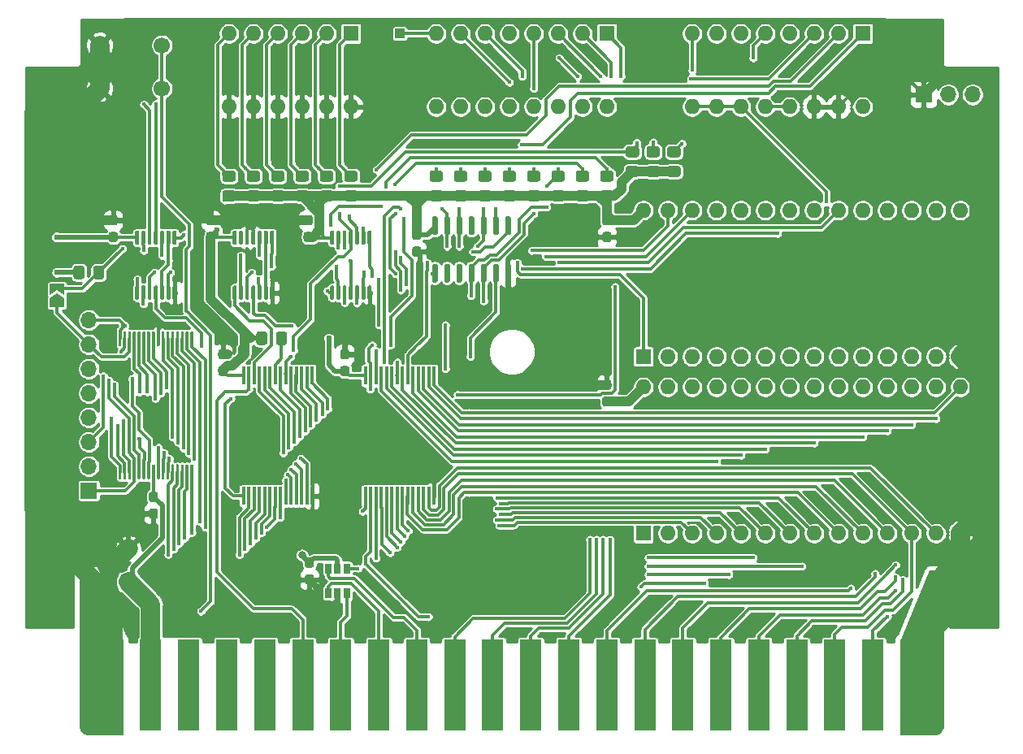
<source format=gbr>
%TF.GenerationSoftware,KiCad,Pcbnew,(5.1.10)-1*%
%TF.CreationDate,2022-08-23T18:53:09-04:00*%
%TF.ProjectId,VIC20HyperExpanderSMDRev2,56494332-3048-4797-9065-72457870616e,2*%
%TF.SameCoordinates,Original*%
%TF.FileFunction,Copper,L1,Top*%
%TF.FilePolarity,Positive*%
%FSLAX46Y46*%
G04 Gerber Fmt 4.6, Leading zero omitted, Abs format (unit mm)*
G04 Created by KiCad (PCBNEW (5.1.10)-1) date 2022-08-23 18:53:09*
%MOMM*%
%LPD*%
G01*
G04 APERTURE LIST*
%TA.AperFunction,EtchedComponent*%
%ADD10C,0.100000*%
%TD*%
%TA.AperFunction,ComponentPad*%
%ADD11O,1.600000X1.600000*%
%TD*%
%TA.AperFunction,ComponentPad*%
%ADD12R,1.600000X1.600000*%
%TD*%
%TA.AperFunction,ConnectorPad*%
%ADD13C,0.100000*%
%TD*%
%TA.AperFunction,ConnectorPad*%
%ADD14R,2.250000X9.500000*%
%TD*%
%TA.AperFunction,ComponentPad*%
%ADD15C,1.600000*%
%TD*%
%TA.AperFunction,SMDPad,CuDef*%
%ADD16R,0.380000X1.870000*%
%TD*%
%TA.AperFunction,ComponentPad*%
%ADD17R,1.700000X1.700000*%
%TD*%
%TA.AperFunction,ComponentPad*%
%ADD18O,1.700000X1.700000*%
%TD*%
%TA.AperFunction,SMDPad,CuDef*%
%ADD19R,0.700000X1.000000*%
%TD*%
%TA.AperFunction,ComponentPad*%
%ADD20R,1.000000X1.000000*%
%TD*%
%TA.AperFunction,ComponentPad*%
%ADD21C,1.700000*%
%TD*%
%TA.AperFunction,SMDPad,CuDef*%
%ADD22C,0.100000*%
%TD*%
%TA.AperFunction,ViaPad*%
%ADD23C,0.800000*%
%TD*%
%TA.AperFunction,ViaPad*%
%ADD24C,0.600000*%
%TD*%
%TA.AperFunction,ViaPad*%
%ADD25C,0.400000*%
%TD*%
%TA.AperFunction,Conductor*%
%ADD26C,1.000000*%
%TD*%
%TA.AperFunction,Conductor*%
%ADD27C,0.300000*%
%TD*%
%TA.AperFunction,Conductor*%
%ADD28C,0.500000*%
%TD*%
%TA.AperFunction,Conductor*%
%ADD29C,0.330000*%
%TD*%
%TA.AperFunction,Conductor*%
%ADD30C,2.000000*%
%TD*%
%TA.AperFunction,Conductor*%
%ADD31C,0.234000*%
%TD*%
%TA.AperFunction,Conductor*%
%ADD32C,0.100000*%
%TD*%
G04 APERTURE END LIST*
D10*
%TO.C,X1*%
G36*
X93806120Y-123876000D02*
G01*
X93107620Y-123876000D01*
X92663120Y-123622000D01*
X92409120Y-123177500D01*
X92409120Y-122923500D01*
X92409120Y-106794500D01*
X93806120Y-106794500D01*
X93806120Y-123876000D01*
G37*
X93806120Y-123876000D02*
X93107620Y-123876000D01*
X92663120Y-123622000D01*
X92409120Y-123177500D01*
X92409120Y-122923500D01*
X92409120Y-106794500D01*
X93806120Y-106794500D01*
X93806120Y-123876000D01*
%TD*%
D11*
%TO.P,IC3,28*%
%TO.N,+5V*%
X151130000Y-87630000D03*
%TO.P,IC3,14*%
%TO.N,GND*%
X184150000Y-102870000D03*
%TO.P,IC3,27*%
%TO.N,/EA14*%
X153670000Y-87630000D03*
%TO.P,IC3,13*%
%TO.N,/D2*%
X181610000Y-102870000D03*
%TO.P,IC3,26*%
%TO.N,/EA13*%
X156210000Y-87630000D03*
%TO.P,IC3,12*%
%TO.N,/D1*%
X179070000Y-102870000D03*
%TO.P,IC3,25*%
%TO.N,/A8*%
X158750000Y-87630000D03*
%TO.P,IC3,11*%
%TO.N,/D0*%
X176530000Y-102870000D03*
%TO.P,IC3,24*%
%TO.N,/A9*%
X161290000Y-87630000D03*
%TO.P,IC3,10*%
%TO.N,/A0*%
X173990000Y-102870000D03*
%TO.P,IC3,23*%
%TO.N,/A11*%
X163830000Y-87630000D03*
%TO.P,IC3,9*%
%TO.N,/A1*%
X171450000Y-102870000D03*
%TO.P,IC3,22*%
%TO.N,/~ROM_E*%
X166370000Y-87630000D03*
%TO.P,IC3,8*%
%TO.N,/A2*%
X168910000Y-102870000D03*
%TO.P,IC3,21*%
%TO.N,/A10*%
X168910000Y-87630000D03*
%TO.P,IC3,7*%
%TO.N,/A3*%
X166370000Y-102870000D03*
%TO.P,IC3,20*%
%TO.N,/~CS2*%
X171450000Y-87630000D03*
%TO.P,IC3,6*%
%TO.N,/A4*%
X163830000Y-102870000D03*
%TO.P,IC3,19*%
%TO.N,/D7*%
X173990000Y-87630000D03*
%TO.P,IC3,5*%
%TO.N,/A5*%
X161290000Y-102870000D03*
%TO.P,IC3,18*%
%TO.N,/D6*%
X176530000Y-87630000D03*
%TO.P,IC3,4*%
%TO.N,/A6*%
X158750000Y-102870000D03*
%TO.P,IC3,17*%
%TO.N,/D5*%
X179070000Y-87630000D03*
%TO.P,IC3,3*%
%TO.N,/A7*%
X156210000Y-102870000D03*
%TO.P,IC3,16*%
%TO.N,/D4*%
X181610000Y-87630000D03*
%TO.P,IC3,2*%
%TO.N,/A12*%
X153670000Y-102870000D03*
%TO.P,IC3,15*%
%TO.N,/D3*%
X184150000Y-87630000D03*
D12*
%TO.P,IC3,1*%
%TO.N,/EA15*%
X151130000Y-102870000D03*
%TD*%
D11*
%TO.P,IC2,28*%
%TO.N,+5V*%
X151130000Y-69215000D03*
%TO.P,IC2,14*%
%TO.N,GND*%
X184150000Y-84455000D03*
%TO.P,IC2,27*%
%TO.N,/EA14*%
X153670000Y-69215000D03*
%TO.P,IC2,13*%
%TO.N,/D2*%
X181610000Y-84455000D03*
%TO.P,IC2,26*%
%TO.N,/EA13*%
X156210000Y-69215000D03*
%TO.P,IC2,12*%
%TO.N,/D1*%
X179070000Y-84455000D03*
%TO.P,IC2,25*%
%TO.N,/A8*%
X158750000Y-69215000D03*
%TO.P,IC2,11*%
%TO.N,/D0*%
X176530000Y-84455000D03*
%TO.P,IC2,24*%
%TO.N,/A9*%
X161290000Y-69215000D03*
%TO.P,IC2,10*%
%TO.N,/A0*%
X173990000Y-84455000D03*
%TO.P,IC2,23*%
%TO.N,/A11*%
X163830000Y-69215000D03*
%TO.P,IC2,9*%
%TO.N,/A1*%
X171450000Y-84455000D03*
%TO.P,IC2,22*%
%TO.N,/~ROM_E*%
X166370000Y-69215000D03*
%TO.P,IC2,8*%
%TO.N,/A2*%
X168910000Y-84455000D03*
%TO.P,IC2,21*%
%TO.N,/A10*%
X168910000Y-69215000D03*
%TO.P,IC2,7*%
%TO.N,/A3*%
X166370000Y-84455000D03*
%TO.P,IC2,20*%
%TO.N,/~CS1*%
X171450000Y-69215000D03*
%TO.P,IC2,6*%
%TO.N,/A4*%
X163830000Y-84455000D03*
%TO.P,IC2,19*%
%TO.N,/D7*%
X173990000Y-69215000D03*
%TO.P,IC2,5*%
%TO.N,/A5*%
X161290000Y-84455000D03*
%TO.P,IC2,18*%
%TO.N,/D6*%
X176530000Y-69215000D03*
%TO.P,IC2,4*%
%TO.N,/A6*%
X158750000Y-84455000D03*
%TO.P,IC2,17*%
%TO.N,/D5*%
X179070000Y-69215000D03*
%TO.P,IC2,3*%
%TO.N,/A7*%
X156210000Y-84455000D03*
%TO.P,IC2,16*%
%TO.N,/D4*%
X181610000Y-69215000D03*
%TO.P,IC2,2*%
%TO.N,/A12*%
X153670000Y-84455000D03*
%TO.P,IC2,15*%
%TO.N,/D3*%
X184150000Y-69215000D03*
D12*
%TO.P,IC2,1*%
%TO.N,/EA15*%
X151130000Y-84455000D03*
%TD*%
%TA.AperFunction,ConnectorPad*%
D13*
%TO.P,X1,22*%
%TO.N,GND*%
G36*
X93274245Y-123946039D02*
G01*
X93268575Y-123944561D01*
X92898575Y-123824561D01*
X92889592Y-123820638D01*
X92883781Y-123816835D01*
X92593781Y-123596835D01*
X92586590Y-123590174D01*
X92579767Y-123580311D01*
X92379767Y-123200811D01*
X92376069Y-123191734D01*
X92374039Y-123179467D01*
X92364039Y-122925467D01*
X92364000Y-122923500D01*
X92364000Y-106794500D01*
X92364961Y-106784745D01*
X92367806Y-106775366D01*
X92372427Y-106766721D01*
X92378645Y-106759145D01*
X92386221Y-106752927D01*
X92394866Y-106748306D01*
X92404245Y-106745461D01*
X92414000Y-106744500D01*
X93811000Y-106744500D01*
X93820755Y-106745461D01*
X93830134Y-106748306D01*
X93838779Y-106752927D01*
X93846355Y-106759145D01*
X93852573Y-106766721D01*
X93857212Y-106775410D01*
X96819836Y-113947000D01*
X96959000Y-113947000D01*
X96959000Y-123947000D01*
X93284000Y-123947000D01*
X93274245Y-123946039D01*
G37*
%TD.AperFunction*%
%TA.AperFunction,ConnectorPad*%
%TO.P,X1,1*%
G36*
X182423755Y-106745461D02*
G01*
X182433134Y-106748306D01*
X182441779Y-106752927D01*
X182449355Y-106759145D01*
X182455573Y-106766721D01*
X182460194Y-106775366D01*
X182463039Y-106784745D01*
X182464000Y-106794500D01*
X182464000Y-122923500D01*
X182463961Y-122925467D01*
X182453961Y-123179467D01*
X182452618Y-123189176D01*
X182448233Y-123200811D01*
X182248233Y-123580311D01*
X182242836Y-123588493D01*
X182234219Y-123596835D01*
X181944219Y-123816835D01*
X181935867Y-123821965D01*
X181929425Y-123824561D01*
X181559425Y-123944561D01*
X181549850Y-123946657D01*
X181544000Y-123947000D01*
X177869000Y-123947000D01*
X177869000Y-113947000D01*
X178008164Y-113947000D01*
X180970788Y-106775410D01*
X180975400Y-106766761D01*
X180981611Y-106759178D01*
X180989182Y-106752953D01*
X180997822Y-106748324D01*
X181007199Y-106745470D01*
X181017000Y-106744500D01*
X182414000Y-106744500D01*
X182423755Y-106745461D01*
G37*
%TD.AperFunction*%
D14*
%TO.P,X1,21*%
%TO.N,+5V*%
X99794000Y-118697000D03*
%TO.P,X1,20*%
%TO.N,Net-(X1-Pad20)*%
X103754000Y-118697000D03*
%TO.P,X1,19*%
%TO.N,Net-(X1-Pad19)*%
X107714000Y-118697000D03*
%TO.P,X1,18*%
%TO.N,Net-(X1-Pad18)*%
X111674000Y-118697000D03*
%TO.P,X1,17*%
%TO.N,/VR~W*%
X115634000Y-118697000D03*
%TO.P,X1,16*%
%TO.N,/~RAM3*%
X119594000Y-118697000D03*
%TO.P,X1,15*%
%TO.N,/~RAM2*%
X123554000Y-118697000D03*
%TO.P,X1,14*%
%TO.N,/~RAM1*%
X127514000Y-118697000D03*
%TO.P,X1,13*%
%TO.N,/~BLK5*%
X131474000Y-118697000D03*
%TO.P,X1,12*%
%TO.N,/~BLK3*%
X135434000Y-118697000D03*
%TO.P,X1,11*%
%TO.N,/~BLK2*%
X139394000Y-118697000D03*
%TO.P,X1,10*%
%TO.N,/~BLK1*%
X143354000Y-118697000D03*
%TO.P,X1,9*%
%TO.N,/D7*%
X147314000Y-118697000D03*
%TO.P,X1,8*%
%TO.N,/D6*%
X151274000Y-118697000D03*
%TO.P,X1,7*%
%TO.N,/D5*%
X155234000Y-118697000D03*
%TO.P,X1,6*%
%TO.N,/D4*%
X159194000Y-118697000D03*
%TO.P,X1,5*%
%TO.N,/D3*%
X163154000Y-118697000D03*
%TO.P,X1,4*%
%TO.N,/D2*%
X167114000Y-118697000D03*
%TO.P,X1,3*%
%TO.N,/D1*%
X171074000Y-118697000D03*
%TO.P,X1,2*%
%TO.N,/D0*%
X175034000Y-118697000D03*
%TD*%
D12*
%TO.P,C1,1*%
%TO.N,+5V*%
X97472500Y-107950000D03*
D15*
%TO.P,C1,2*%
%TO.N,GND*%
X97472500Y-104450000D03*
%TD*%
%TO.P,C2,2*%
%TO.N,GND*%
%TA.AperFunction,SMDPad,CuDef*%
G36*
G01*
X116094500Y-107157000D02*
X116569500Y-107157000D01*
G75*
G02*
X116807000Y-107394500I0J-237500D01*
G01*
X116807000Y-107969500D01*
G75*
G02*
X116569500Y-108207000I-237500J0D01*
G01*
X116094500Y-108207000D01*
G75*
G02*
X115857000Y-107969500I0J237500D01*
G01*
X115857000Y-107394500D01*
G75*
G02*
X116094500Y-107157000I237500J0D01*
G01*
G37*
%TD.AperFunction*%
%TO.P,C2,1*%
%TO.N,+5V*%
%TA.AperFunction,SMDPad,CuDef*%
G36*
G01*
X116094500Y-105407000D02*
X116569500Y-105407000D01*
G75*
G02*
X116807000Y-105644500I0J-237500D01*
G01*
X116807000Y-106219500D01*
G75*
G02*
X116569500Y-106457000I-237500J0D01*
G01*
X116094500Y-106457000D01*
G75*
G02*
X115857000Y-106219500I0J237500D01*
G01*
X115857000Y-105644500D01*
G75*
G02*
X116094500Y-105407000I237500J0D01*
G01*
G37*
%TD.AperFunction*%
%TD*%
%TO.P,C3,1*%
%TO.N,GND*%
%TA.AperFunction,SMDPad,CuDef*%
G36*
G01*
X100313500Y-101349000D02*
X99838500Y-101349000D01*
G75*
G02*
X99601000Y-101111500I0J237500D01*
G01*
X99601000Y-100536500D01*
G75*
G02*
X99838500Y-100299000I237500J0D01*
G01*
X100313500Y-100299000D01*
G75*
G02*
X100551000Y-100536500I0J-237500D01*
G01*
X100551000Y-101111500D01*
G75*
G02*
X100313500Y-101349000I-237500J0D01*
G01*
G37*
%TD.AperFunction*%
%TO.P,C3,2*%
%TO.N,+5V*%
%TA.AperFunction,SMDPad,CuDef*%
G36*
G01*
X100313500Y-99599000D02*
X99838500Y-99599000D01*
G75*
G02*
X99601000Y-99361500I0J237500D01*
G01*
X99601000Y-98786500D01*
G75*
G02*
X99838500Y-98549000I237500J0D01*
G01*
X100313500Y-98549000D01*
G75*
G02*
X100551000Y-98786500I0J-237500D01*
G01*
X100551000Y-99361500D01*
G75*
G02*
X100313500Y-99599000I-237500J0D01*
G01*
G37*
%TD.AperFunction*%
%TD*%
%TO.P,C4,2*%
%TO.N,GND*%
%TA.AperFunction,SMDPad,CuDef*%
G36*
G01*
X107552500Y-84740000D02*
X107077500Y-84740000D01*
G75*
G02*
X106840000Y-84502500I0J237500D01*
G01*
X106840000Y-83927500D01*
G75*
G02*
X107077500Y-83690000I237500J0D01*
G01*
X107552500Y-83690000D01*
G75*
G02*
X107790000Y-83927500I0J-237500D01*
G01*
X107790000Y-84502500D01*
G75*
G02*
X107552500Y-84740000I-237500J0D01*
G01*
G37*
%TD.AperFunction*%
%TO.P,C4,1*%
%TO.N,+5V*%
%TA.AperFunction,SMDPad,CuDef*%
G36*
G01*
X107552500Y-86490000D02*
X107077500Y-86490000D01*
G75*
G02*
X106840000Y-86252500I0J237500D01*
G01*
X106840000Y-85677500D01*
G75*
G02*
X107077500Y-85440000I237500J0D01*
G01*
X107552500Y-85440000D01*
G75*
G02*
X107790000Y-85677500I0J-237500D01*
G01*
X107790000Y-86252500D01*
G75*
G02*
X107552500Y-86490000I-237500J0D01*
G01*
G37*
%TD.AperFunction*%
%TD*%
%TO.P,C5,2*%
%TO.N,+5V*%
%TA.AperFunction,SMDPad,CuDef*%
G36*
G01*
X119777500Y-85440000D02*
X120252500Y-85440000D01*
G75*
G02*
X120490000Y-85677500I0J-237500D01*
G01*
X120490000Y-86252500D01*
G75*
G02*
X120252500Y-86490000I-237500J0D01*
G01*
X119777500Y-86490000D01*
G75*
G02*
X119540000Y-86252500I0J237500D01*
G01*
X119540000Y-85677500D01*
G75*
G02*
X119777500Y-85440000I237500J0D01*
G01*
G37*
%TD.AperFunction*%
%TO.P,C5,1*%
%TO.N,GND*%
%TA.AperFunction,SMDPad,CuDef*%
G36*
G01*
X119777500Y-83690000D02*
X120252500Y-83690000D01*
G75*
G02*
X120490000Y-83927500I0J-237500D01*
G01*
X120490000Y-84502500D01*
G75*
G02*
X120252500Y-84740000I-237500J0D01*
G01*
X119777500Y-84740000D01*
G75*
G02*
X119540000Y-84502500I0J237500D01*
G01*
X119540000Y-83927500D01*
G75*
G02*
X119777500Y-83690000I237500J0D01*
G01*
G37*
%TD.AperFunction*%
%TD*%
%TO.P,C6,1*%
%TO.N,+5V*%
%TA.AperFunction,SMDPad,CuDef*%
G36*
G01*
X96122500Y-72520000D02*
X95647500Y-72520000D01*
G75*
G02*
X95410000Y-72282500I0J237500D01*
G01*
X95410000Y-71707500D01*
G75*
G02*
X95647500Y-71470000I237500J0D01*
G01*
X96122500Y-71470000D01*
G75*
G02*
X96360000Y-71707500I0J-237500D01*
G01*
X96360000Y-72282500D01*
G75*
G02*
X96122500Y-72520000I-237500J0D01*
G01*
G37*
%TD.AperFunction*%
%TO.P,C6,2*%
%TO.N,GND*%
%TA.AperFunction,SMDPad,CuDef*%
G36*
G01*
X96122500Y-70770000D02*
X95647500Y-70770000D01*
G75*
G02*
X95410000Y-70532500I0J237500D01*
G01*
X95410000Y-69957500D01*
G75*
G02*
X95647500Y-69720000I237500J0D01*
G01*
X96122500Y-69720000D01*
G75*
G02*
X96360000Y-69957500I0J-237500D01*
G01*
X96360000Y-70532500D01*
G75*
G02*
X96122500Y-70770000I-237500J0D01*
G01*
G37*
%TD.AperFunction*%
%TD*%
%TO.P,C7,1*%
%TO.N,GND*%
%TA.AperFunction,SMDPad,CuDef*%
G36*
G01*
X105807500Y-69720000D02*
X106282500Y-69720000D01*
G75*
G02*
X106520000Y-69957500I0J-237500D01*
G01*
X106520000Y-70532500D01*
G75*
G02*
X106282500Y-70770000I-237500J0D01*
G01*
X105807500Y-70770000D01*
G75*
G02*
X105570000Y-70532500I0J237500D01*
G01*
X105570000Y-69957500D01*
G75*
G02*
X105807500Y-69720000I237500J0D01*
G01*
G37*
%TD.AperFunction*%
%TO.P,C7,2*%
%TO.N,+5V*%
%TA.AperFunction,SMDPad,CuDef*%
G36*
G01*
X105807500Y-71470000D02*
X106282500Y-71470000D01*
G75*
G02*
X106520000Y-71707500I0J-237500D01*
G01*
X106520000Y-72282500D01*
G75*
G02*
X106282500Y-72520000I-237500J0D01*
G01*
X105807500Y-72520000D01*
G75*
G02*
X105570000Y-72282500I0J237500D01*
G01*
X105570000Y-71707500D01*
G75*
G02*
X105807500Y-71470000I237500J0D01*
G01*
G37*
%TD.AperFunction*%
%TD*%
%TO.P,C8,2*%
%TO.N,GND*%
%TA.AperFunction,SMDPad,CuDef*%
G36*
G01*
X116442500Y-70770000D02*
X115967500Y-70770000D01*
G75*
G02*
X115730000Y-70532500I0J237500D01*
G01*
X115730000Y-69957500D01*
G75*
G02*
X115967500Y-69720000I237500J0D01*
G01*
X116442500Y-69720000D01*
G75*
G02*
X116680000Y-69957500I0J-237500D01*
G01*
X116680000Y-70532500D01*
G75*
G02*
X116442500Y-70770000I-237500J0D01*
G01*
G37*
%TD.AperFunction*%
%TO.P,C8,1*%
%TO.N,+5V*%
%TA.AperFunction,SMDPad,CuDef*%
G36*
G01*
X116442500Y-72520000D02*
X115967500Y-72520000D01*
G75*
G02*
X115730000Y-72282500I0J237500D01*
G01*
X115730000Y-71707500D01*
G75*
G02*
X115967500Y-71470000I237500J0D01*
G01*
X116442500Y-71470000D01*
G75*
G02*
X116680000Y-71707500I0J-237500D01*
G01*
X116680000Y-72282500D01*
G75*
G02*
X116442500Y-72520000I-237500J0D01*
G01*
G37*
%TD.AperFunction*%
%TD*%
%TO.P,C9,1*%
%TO.N,GND*%
%TA.AperFunction,SMDPad,CuDef*%
G36*
G01*
X127745500Y-74044000D02*
X127270500Y-74044000D01*
G75*
G02*
X127033000Y-73806500I0J237500D01*
G01*
X127033000Y-73231500D01*
G75*
G02*
X127270500Y-72994000I237500J0D01*
G01*
X127745500Y-72994000D01*
G75*
G02*
X127983000Y-73231500I0J-237500D01*
G01*
X127983000Y-73806500D01*
G75*
G02*
X127745500Y-74044000I-237500J0D01*
G01*
G37*
%TD.AperFunction*%
%TO.P,C9,2*%
%TO.N,+5V*%
%TA.AperFunction,SMDPad,CuDef*%
G36*
G01*
X127745500Y-72294000D02*
X127270500Y-72294000D01*
G75*
G02*
X127033000Y-72056500I0J237500D01*
G01*
X127033000Y-71481500D01*
G75*
G02*
X127270500Y-71244000I237500J0D01*
G01*
X127745500Y-71244000D01*
G75*
G02*
X127983000Y-71481500I0J-237500D01*
G01*
X127983000Y-72056500D01*
G75*
G02*
X127745500Y-72294000I-237500J0D01*
G01*
G37*
%TD.AperFunction*%
%TD*%
%TO.P,IC1,1*%
%TO.N,/A11*%
%TA.AperFunction,SMDPad,CuDef*%
G36*
G01*
X96655000Y-97235000D02*
X96505000Y-97235000D01*
G75*
G02*
X96430000Y-97160000I0J75000D01*
G01*
X96430000Y-95760000D01*
G75*
G02*
X96505000Y-95685000I75000J0D01*
G01*
X96655000Y-95685000D01*
G75*
G02*
X96730000Y-95760000I0J-75000D01*
G01*
X96730000Y-97160000D01*
G75*
G02*
X96655000Y-97235000I-75000J0D01*
G01*
G37*
%TD.AperFunction*%
%TO.P,IC1,2*%
%TO.N,/A9*%
%TA.AperFunction,SMDPad,CuDef*%
G36*
G01*
X97155000Y-97235000D02*
X97005000Y-97235000D01*
G75*
G02*
X96930000Y-97160000I0J75000D01*
G01*
X96930000Y-95760000D01*
G75*
G02*
X97005000Y-95685000I75000J0D01*
G01*
X97155000Y-95685000D01*
G75*
G02*
X97230000Y-95760000I0J-75000D01*
G01*
X97230000Y-97160000D01*
G75*
G02*
X97155000Y-97235000I-75000J0D01*
G01*
G37*
%TD.AperFunction*%
%TO.P,IC1,3*%
%TO.N,/A8*%
%TA.AperFunction,SMDPad,CuDef*%
G36*
G01*
X97655000Y-97235000D02*
X97505000Y-97235000D01*
G75*
G02*
X97430000Y-97160000I0J75000D01*
G01*
X97430000Y-95760000D01*
G75*
G02*
X97505000Y-95685000I75000J0D01*
G01*
X97655000Y-95685000D01*
G75*
G02*
X97730000Y-95760000I0J-75000D01*
G01*
X97730000Y-97160000D01*
G75*
G02*
X97655000Y-97235000I-75000J0D01*
G01*
G37*
%TD.AperFunction*%
%TO.P,IC1,4*%
%TO.N,/EA13*%
%TA.AperFunction,SMDPad,CuDef*%
G36*
G01*
X98155000Y-97235000D02*
X98005000Y-97235000D01*
G75*
G02*
X97930000Y-97160000I0J75000D01*
G01*
X97930000Y-95760000D01*
G75*
G02*
X98005000Y-95685000I75000J0D01*
G01*
X98155000Y-95685000D01*
G75*
G02*
X98230000Y-95760000I0J-75000D01*
G01*
X98230000Y-97160000D01*
G75*
G02*
X98155000Y-97235000I-75000J0D01*
G01*
G37*
%TD.AperFunction*%
%TO.P,IC1,5*%
%TO.N,/EA14*%
%TA.AperFunction,SMDPad,CuDef*%
G36*
G01*
X98655000Y-97235000D02*
X98505000Y-97235000D01*
G75*
G02*
X98430000Y-97160000I0J75000D01*
G01*
X98430000Y-95760000D01*
G75*
G02*
X98505000Y-95685000I75000J0D01*
G01*
X98655000Y-95685000D01*
G75*
G02*
X98730000Y-95760000I0J-75000D01*
G01*
X98730000Y-97160000D01*
G75*
G02*
X98655000Y-97235000I-75000J0D01*
G01*
G37*
%TD.AperFunction*%
%TO.P,IC1,6*%
%TO.N,/EA17*%
%TA.AperFunction,SMDPad,CuDef*%
G36*
G01*
X99155000Y-97235000D02*
X99005000Y-97235000D01*
G75*
G02*
X98930000Y-97160000I0J75000D01*
G01*
X98930000Y-95760000D01*
G75*
G02*
X99005000Y-95685000I75000J0D01*
G01*
X99155000Y-95685000D01*
G75*
G02*
X99230000Y-95760000I0J-75000D01*
G01*
X99230000Y-97160000D01*
G75*
G02*
X99155000Y-97235000I-75000J0D01*
G01*
G37*
%TD.AperFunction*%
%TO.P,IC1,7*%
%TO.N,/~PROG*%
%TA.AperFunction,SMDPad,CuDef*%
G36*
G01*
X99655000Y-97235000D02*
X99505000Y-97235000D01*
G75*
G02*
X99430000Y-97160000I0J75000D01*
G01*
X99430000Y-95760000D01*
G75*
G02*
X99505000Y-95685000I75000J0D01*
G01*
X99655000Y-95685000D01*
G75*
G02*
X99730000Y-95760000I0J-75000D01*
G01*
X99730000Y-97160000D01*
G75*
G02*
X99655000Y-97235000I-75000J0D01*
G01*
G37*
%TD.AperFunction*%
%TO.P,IC1,8*%
%TO.N,+5V*%
%TA.AperFunction,SMDPad,CuDef*%
G36*
G01*
X100155000Y-97235000D02*
X100005000Y-97235000D01*
G75*
G02*
X99930000Y-97160000I0J75000D01*
G01*
X99930000Y-95760000D01*
G75*
G02*
X100005000Y-95685000I75000J0D01*
G01*
X100155000Y-95685000D01*
G75*
G02*
X100230000Y-95760000I0J-75000D01*
G01*
X100230000Y-97160000D01*
G75*
G02*
X100155000Y-97235000I-75000J0D01*
G01*
G37*
%TD.AperFunction*%
%TO.P,IC1,9*%
%TO.N,/EA18*%
%TA.AperFunction,SMDPad,CuDef*%
G36*
G01*
X100655000Y-97235000D02*
X100505000Y-97235000D01*
G75*
G02*
X100430000Y-97160000I0J75000D01*
G01*
X100430000Y-95760000D01*
G75*
G02*
X100505000Y-95685000I75000J0D01*
G01*
X100655000Y-95685000D01*
G75*
G02*
X100730000Y-95760000I0J-75000D01*
G01*
X100730000Y-97160000D01*
G75*
G02*
X100655000Y-97235000I-75000J0D01*
G01*
G37*
%TD.AperFunction*%
%TO.P,IC1,10*%
%TO.N,/EA16*%
%TA.AperFunction,SMDPad,CuDef*%
G36*
G01*
X101155000Y-97235000D02*
X101005000Y-97235000D01*
G75*
G02*
X100930000Y-97160000I0J75000D01*
G01*
X100930000Y-95760000D01*
G75*
G02*
X101005000Y-95685000I75000J0D01*
G01*
X101155000Y-95685000D01*
G75*
G02*
X101230000Y-95760000I0J-75000D01*
G01*
X101230000Y-97160000D01*
G75*
G02*
X101155000Y-97235000I-75000J0D01*
G01*
G37*
%TD.AperFunction*%
%TO.P,IC1,11*%
%TO.N,/EA15*%
%TA.AperFunction,SMDPad,CuDef*%
G36*
G01*
X101655000Y-97235000D02*
X101505000Y-97235000D01*
G75*
G02*
X101430000Y-97160000I0J75000D01*
G01*
X101430000Y-95760000D01*
G75*
G02*
X101505000Y-95685000I75000J0D01*
G01*
X101655000Y-95685000D01*
G75*
G02*
X101730000Y-95760000I0J-75000D01*
G01*
X101730000Y-97160000D01*
G75*
G02*
X101655000Y-97235000I-75000J0D01*
G01*
G37*
%TD.AperFunction*%
%TO.P,IC1,12*%
%TO.N,/A12*%
%TA.AperFunction,SMDPad,CuDef*%
G36*
G01*
X102155000Y-97235000D02*
X102005000Y-97235000D01*
G75*
G02*
X101930000Y-97160000I0J75000D01*
G01*
X101930000Y-95760000D01*
G75*
G02*
X102005000Y-95685000I75000J0D01*
G01*
X102155000Y-95685000D01*
G75*
G02*
X102230000Y-95760000I0J-75000D01*
G01*
X102230000Y-97160000D01*
G75*
G02*
X102155000Y-97235000I-75000J0D01*
G01*
G37*
%TD.AperFunction*%
%TO.P,IC1,13*%
%TO.N,/A7*%
%TA.AperFunction,SMDPad,CuDef*%
G36*
G01*
X102655000Y-97235000D02*
X102505000Y-97235000D01*
G75*
G02*
X102430000Y-97160000I0J75000D01*
G01*
X102430000Y-95760000D01*
G75*
G02*
X102505000Y-95685000I75000J0D01*
G01*
X102655000Y-95685000D01*
G75*
G02*
X102730000Y-95760000I0J-75000D01*
G01*
X102730000Y-97160000D01*
G75*
G02*
X102655000Y-97235000I-75000J0D01*
G01*
G37*
%TD.AperFunction*%
%TO.P,IC1,14*%
%TO.N,/A6*%
%TA.AperFunction,SMDPad,CuDef*%
G36*
G01*
X103155000Y-97235000D02*
X103005000Y-97235000D01*
G75*
G02*
X102930000Y-97160000I0J75000D01*
G01*
X102930000Y-95760000D01*
G75*
G02*
X103005000Y-95685000I75000J0D01*
G01*
X103155000Y-95685000D01*
G75*
G02*
X103230000Y-95760000I0J-75000D01*
G01*
X103230000Y-97160000D01*
G75*
G02*
X103155000Y-97235000I-75000J0D01*
G01*
G37*
%TD.AperFunction*%
%TO.P,IC1,15*%
%TO.N,/A5*%
%TA.AperFunction,SMDPad,CuDef*%
G36*
G01*
X103655000Y-97235000D02*
X103505000Y-97235000D01*
G75*
G02*
X103430000Y-97160000I0J75000D01*
G01*
X103430000Y-95760000D01*
G75*
G02*
X103505000Y-95685000I75000J0D01*
G01*
X103655000Y-95685000D01*
G75*
G02*
X103730000Y-95760000I0J-75000D01*
G01*
X103730000Y-97160000D01*
G75*
G02*
X103655000Y-97235000I-75000J0D01*
G01*
G37*
%TD.AperFunction*%
%TO.P,IC1,16*%
%TO.N,/A4*%
%TA.AperFunction,SMDPad,CuDef*%
G36*
G01*
X104155000Y-97235000D02*
X104005000Y-97235000D01*
G75*
G02*
X103930000Y-97160000I0J75000D01*
G01*
X103930000Y-95760000D01*
G75*
G02*
X104005000Y-95685000I75000J0D01*
G01*
X104155000Y-95685000D01*
G75*
G02*
X104230000Y-95760000I0J-75000D01*
G01*
X104230000Y-97160000D01*
G75*
G02*
X104155000Y-97235000I-75000J0D01*
G01*
G37*
%TD.AperFunction*%
%TO.P,IC1,17*%
%TO.N,/A3*%
%TA.AperFunction,SMDPad,CuDef*%
G36*
G01*
X104155000Y-83385000D02*
X104005000Y-83385000D01*
G75*
G02*
X103930000Y-83310000I0J75000D01*
G01*
X103930000Y-81910000D01*
G75*
G02*
X104005000Y-81835000I75000J0D01*
G01*
X104155000Y-81835000D01*
G75*
G02*
X104230000Y-81910000I0J-75000D01*
G01*
X104230000Y-83310000D01*
G75*
G02*
X104155000Y-83385000I-75000J0D01*
G01*
G37*
%TD.AperFunction*%
%TO.P,IC1,18*%
%TO.N,/A2*%
%TA.AperFunction,SMDPad,CuDef*%
G36*
G01*
X103655000Y-83385000D02*
X103505000Y-83385000D01*
G75*
G02*
X103430000Y-83310000I0J75000D01*
G01*
X103430000Y-81910000D01*
G75*
G02*
X103505000Y-81835000I75000J0D01*
G01*
X103655000Y-81835000D01*
G75*
G02*
X103730000Y-81910000I0J-75000D01*
G01*
X103730000Y-83310000D01*
G75*
G02*
X103655000Y-83385000I-75000J0D01*
G01*
G37*
%TD.AperFunction*%
%TO.P,IC1,19*%
%TO.N,/A1*%
%TA.AperFunction,SMDPad,CuDef*%
G36*
G01*
X103155000Y-83385000D02*
X103005000Y-83385000D01*
G75*
G02*
X102930000Y-83310000I0J75000D01*
G01*
X102930000Y-81910000D01*
G75*
G02*
X103005000Y-81835000I75000J0D01*
G01*
X103155000Y-81835000D01*
G75*
G02*
X103230000Y-81910000I0J-75000D01*
G01*
X103230000Y-83310000D01*
G75*
G02*
X103155000Y-83385000I-75000J0D01*
G01*
G37*
%TD.AperFunction*%
%TO.P,IC1,20*%
%TO.N,/A0*%
%TA.AperFunction,SMDPad,CuDef*%
G36*
G01*
X102655000Y-83385000D02*
X102505000Y-83385000D01*
G75*
G02*
X102430000Y-83310000I0J75000D01*
G01*
X102430000Y-81910000D01*
G75*
G02*
X102505000Y-81835000I75000J0D01*
G01*
X102655000Y-81835000D01*
G75*
G02*
X102730000Y-81910000I0J-75000D01*
G01*
X102730000Y-83310000D01*
G75*
G02*
X102655000Y-83385000I-75000J0D01*
G01*
G37*
%TD.AperFunction*%
%TO.P,IC1,21*%
%TO.N,/D0*%
%TA.AperFunction,SMDPad,CuDef*%
G36*
G01*
X102155000Y-83385000D02*
X102005000Y-83385000D01*
G75*
G02*
X101930000Y-83310000I0J75000D01*
G01*
X101930000Y-81910000D01*
G75*
G02*
X102005000Y-81835000I75000J0D01*
G01*
X102155000Y-81835000D01*
G75*
G02*
X102230000Y-81910000I0J-75000D01*
G01*
X102230000Y-83310000D01*
G75*
G02*
X102155000Y-83385000I-75000J0D01*
G01*
G37*
%TD.AperFunction*%
%TO.P,IC1,22*%
%TO.N,/D1*%
%TA.AperFunction,SMDPad,CuDef*%
G36*
G01*
X101655000Y-83385000D02*
X101505000Y-83385000D01*
G75*
G02*
X101430000Y-83310000I0J75000D01*
G01*
X101430000Y-81910000D01*
G75*
G02*
X101505000Y-81835000I75000J0D01*
G01*
X101655000Y-81835000D01*
G75*
G02*
X101730000Y-81910000I0J-75000D01*
G01*
X101730000Y-83310000D01*
G75*
G02*
X101655000Y-83385000I-75000J0D01*
G01*
G37*
%TD.AperFunction*%
%TO.P,IC1,23*%
%TO.N,/D2*%
%TA.AperFunction,SMDPad,CuDef*%
G36*
G01*
X101155000Y-83385000D02*
X101005000Y-83385000D01*
G75*
G02*
X100930000Y-83310000I0J75000D01*
G01*
X100930000Y-81910000D01*
G75*
G02*
X101005000Y-81835000I75000J0D01*
G01*
X101155000Y-81835000D01*
G75*
G02*
X101230000Y-81910000I0J-75000D01*
G01*
X101230000Y-83310000D01*
G75*
G02*
X101155000Y-83385000I-75000J0D01*
G01*
G37*
%TD.AperFunction*%
%TO.P,IC1,24*%
%TO.N,GND*%
%TA.AperFunction,SMDPad,CuDef*%
G36*
G01*
X100655000Y-83385000D02*
X100505000Y-83385000D01*
G75*
G02*
X100430000Y-83310000I0J75000D01*
G01*
X100430000Y-81910000D01*
G75*
G02*
X100505000Y-81835000I75000J0D01*
G01*
X100655000Y-81835000D01*
G75*
G02*
X100730000Y-81910000I0J-75000D01*
G01*
X100730000Y-83310000D01*
G75*
G02*
X100655000Y-83385000I-75000J0D01*
G01*
G37*
%TD.AperFunction*%
%TO.P,IC1,25*%
%TO.N,/D3*%
%TA.AperFunction,SMDPad,CuDef*%
G36*
G01*
X100155000Y-83385000D02*
X100005000Y-83385000D01*
G75*
G02*
X99930000Y-83310000I0J75000D01*
G01*
X99930000Y-81910000D01*
G75*
G02*
X100005000Y-81835000I75000J0D01*
G01*
X100155000Y-81835000D01*
G75*
G02*
X100230000Y-81910000I0J-75000D01*
G01*
X100230000Y-83310000D01*
G75*
G02*
X100155000Y-83385000I-75000J0D01*
G01*
G37*
%TD.AperFunction*%
%TO.P,IC1,26*%
%TO.N,/D4*%
%TA.AperFunction,SMDPad,CuDef*%
G36*
G01*
X99655000Y-83385000D02*
X99505000Y-83385000D01*
G75*
G02*
X99430000Y-83310000I0J75000D01*
G01*
X99430000Y-81910000D01*
G75*
G02*
X99505000Y-81835000I75000J0D01*
G01*
X99655000Y-81835000D01*
G75*
G02*
X99730000Y-81910000I0J-75000D01*
G01*
X99730000Y-83310000D01*
G75*
G02*
X99655000Y-83385000I-75000J0D01*
G01*
G37*
%TD.AperFunction*%
%TO.P,IC1,27*%
%TO.N,/D5*%
%TA.AperFunction,SMDPad,CuDef*%
G36*
G01*
X99155000Y-83385000D02*
X99005000Y-83385000D01*
G75*
G02*
X98930000Y-83310000I0J75000D01*
G01*
X98930000Y-81910000D01*
G75*
G02*
X99005000Y-81835000I75000J0D01*
G01*
X99155000Y-81835000D01*
G75*
G02*
X99230000Y-81910000I0J-75000D01*
G01*
X99230000Y-83310000D01*
G75*
G02*
X99155000Y-83385000I-75000J0D01*
G01*
G37*
%TD.AperFunction*%
%TO.P,IC1,28*%
%TO.N,/D6*%
%TA.AperFunction,SMDPad,CuDef*%
G36*
G01*
X98655000Y-83385000D02*
X98505000Y-83385000D01*
G75*
G02*
X98430000Y-83310000I0J75000D01*
G01*
X98430000Y-81910000D01*
G75*
G02*
X98505000Y-81835000I75000J0D01*
G01*
X98655000Y-81835000D01*
G75*
G02*
X98730000Y-81910000I0J-75000D01*
G01*
X98730000Y-83310000D01*
G75*
G02*
X98655000Y-83385000I-75000J0D01*
G01*
G37*
%TD.AperFunction*%
%TO.P,IC1,29*%
%TO.N,/D7*%
%TA.AperFunction,SMDPad,CuDef*%
G36*
G01*
X98155000Y-83385000D02*
X98005000Y-83385000D01*
G75*
G02*
X97930000Y-83310000I0J75000D01*
G01*
X97930000Y-81910000D01*
G75*
G02*
X98005000Y-81835000I75000J0D01*
G01*
X98155000Y-81835000D01*
G75*
G02*
X98230000Y-81910000I0J-75000D01*
G01*
X98230000Y-83310000D01*
G75*
G02*
X98155000Y-83385000I-75000J0D01*
G01*
G37*
%TD.AperFunction*%
%TO.P,IC1,30*%
%TO.N,/~CS1Z*%
%TA.AperFunction,SMDPad,CuDef*%
G36*
G01*
X97655000Y-83385000D02*
X97505000Y-83385000D01*
G75*
G02*
X97430000Y-83310000I0J75000D01*
G01*
X97430000Y-81910000D01*
G75*
G02*
X97505000Y-81835000I75000J0D01*
G01*
X97655000Y-81835000D01*
G75*
G02*
X97730000Y-81910000I0J-75000D01*
G01*
X97730000Y-83310000D01*
G75*
G02*
X97655000Y-83385000I-75000J0D01*
G01*
G37*
%TD.AperFunction*%
%TO.P,IC1,31*%
%TO.N,/A10*%
%TA.AperFunction,SMDPad,CuDef*%
G36*
G01*
X97155000Y-83385000D02*
X97005000Y-83385000D01*
G75*
G02*
X96930000Y-83310000I0J75000D01*
G01*
X96930000Y-81910000D01*
G75*
G02*
X97005000Y-81835000I75000J0D01*
G01*
X97155000Y-81835000D01*
G75*
G02*
X97230000Y-81910000I0J-75000D01*
G01*
X97230000Y-83310000D01*
G75*
G02*
X97155000Y-83385000I-75000J0D01*
G01*
G37*
%TD.AperFunction*%
%TO.P,IC1,32*%
%TO.N,/~ROM_I*%
%TA.AperFunction,SMDPad,CuDef*%
G36*
G01*
X96655000Y-83385000D02*
X96505000Y-83385000D01*
G75*
G02*
X96430000Y-83310000I0J75000D01*
G01*
X96430000Y-81910000D01*
G75*
G02*
X96505000Y-81835000I75000J0D01*
G01*
X96655000Y-81835000D01*
G75*
G02*
X96730000Y-81910000I0J-75000D01*
G01*
X96730000Y-83310000D01*
G75*
G02*
X96655000Y-83385000I-75000J0D01*
G01*
G37*
%TD.AperFunction*%
%TD*%
D16*
%TO.P,IC4,22*%
%TO.N,/~MEM*%
X112755000Y-86440000D03*
%TO.P,IC4,21*%
%TO.N,/A10*%
X113305000Y-86440000D03*
%TO.P,IC4,20*%
%TO.N,/~CSRAM1*%
X113855000Y-86440000D03*
%TO.P,IC4,23*%
%TO.N,/A11*%
X112205000Y-86440000D03*
%TO.P,IC4,24*%
%TO.N,/A9*%
X111655000Y-86440000D03*
%TO.P,IC4,19*%
%TO.N,/D7*%
X114405000Y-86440000D03*
%TO.P,IC4,25*%
%TO.N,/A8*%
X111105000Y-86440000D03*
%TO.P,IC4,18*%
%TO.N,/D6*%
X114955000Y-86440000D03*
%TO.P,IC4,26*%
%TO.N,/RA13A*%
X110555000Y-86440000D03*
%TO.P,IC4,17*%
%TO.N,/D5*%
X115505000Y-86440000D03*
%TO.P,IC4,16*%
%TO.N,/D4*%
X116055000Y-86440000D03*
%TO.P,IC4,27*%
%TO.N,/VR~W*%
X110005000Y-86440000D03*
%TO.P,IC4,28*%
%TO.N,+5V*%
X109455000Y-86440000D03*
%TO.P,IC4,15*%
%TO.N,/D3*%
X116605000Y-86440000D03*
%TO.P,IC4,14*%
%TO.N,GND*%
X116605000Y-98980000D03*
%TO.P,IC4,1*%
%TO.N,/RA14A*%
X109455000Y-98980000D03*
%TO.P,IC4,2*%
%TO.N,/A12*%
X110005000Y-98980000D03*
%TO.P,IC4,13*%
%TO.N,/D2*%
X116055000Y-98980000D03*
%TO.P,IC4,12*%
%TO.N,/D1*%
X115505000Y-98980000D03*
%TO.P,IC4,3*%
%TO.N,/A7*%
X110555000Y-98980000D03*
%TO.P,IC4,11*%
%TO.N,/D0*%
X114955000Y-98980000D03*
%TO.P,IC4,4*%
%TO.N,/A6*%
X111105000Y-98980000D03*
%TO.P,IC4,10*%
%TO.N,/A0*%
X114405000Y-98980000D03*
%TO.P,IC4,5*%
%TO.N,/A5*%
X111655000Y-98980000D03*
%TO.P,IC4,6*%
%TO.N,/A4*%
X112205000Y-98980000D03*
%TO.P,IC4,9*%
%TO.N,/A1*%
X113855000Y-98980000D03*
%TO.P,IC4,8*%
%TO.N,/A2*%
X113305000Y-98980000D03*
%TO.P,IC4,7*%
%TO.N,/A3*%
X112755000Y-98980000D03*
%TD*%
%TO.P,IC5,7*%
%TO.N,/A3*%
X125455000Y-98980000D03*
%TO.P,IC5,8*%
%TO.N,/A2*%
X126005000Y-98980000D03*
%TO.P,IC5,9*%
%TO.N,/A1*%
X126555000Y-98980000D03*
%TO.P,IC5,6*%
%TO.N,/A4*%
X124905000Y-98980000D03*
%TO.P,IC5,5*%
%TO.N,/A5*%
X124355000Y-98980000D03*
%TO.P,IC5,10*%
%TO.N,/A0*%
X127105000Y-98980000D03*
%TO.P,IC5,4*%
%TO.N,/A6*%
X123805000Y-98980000D03*
%TO.P,IC5,11*%
%TO.N,/D0*%
X127655000Y-98980000D03*
%TO.P,IC5,3*%
%TO.N,/A7*%
X123255000Y-98980000D03*
%TO.P,IC5,12*%
%TO.N,/D1*%
X128205000Y-98980000D03*
%TO.P,IC5,13*%
%TO.N,/D2*%
X128755000Y-98980000D03*
%TO.P,IC5,2*%
%TO.N,/A12*%
X122705000Y-98980000D03*
%TO.P,IC5,1*%
%TO.N,/RA14B*%
X122155000Y-98980000D03*
%TO.P,IC5,14*%
%TO.N,GND*%
X129305000Y-98980000D03*
%TO.P,IC5,15*%
%TO.N,/D3*%
X129305000Y-86440000D03*
%TO.P,IC5,28*%
%TO.N,+5V*%
X122155000Y-86440000D03*
%TO.P,IC5,27*%
%TO.N,/VR~W*%
X122705000Y-86440000D03*
%TO.P,IC5,16*%
%TO.N,/D4*%
X128755000Y-86440000D03*
%TO.P,IC5,17*%
%TO.N,/D5*%
X128205000Y-86440000D03*
%TO.P,IC5,26*%
%TO.N,/RA13B*%
X123255000Y-86440000D03*
%TO.P,IC5,18*%
%TO.N,/D6*%
X127655000Y-86440000D03*
%TO.P,IC5,25*%
%TO.N,/A8*%
X123805000Y-86440000D03*
%TO.P,IC5,19*%
%TO.N,/D7*%
X127105000Y-86440000D03*
%TO.P,IC5,24*%
%TO.N,/A9*%
X124355000Y-86440000D03*
%TO.P,IC5,23*%
%TO.N,/A11*%
X124905000Y-86440000D03*
%TO.P,IC5,20*%
%TO.N,/~CSRAM2*%
X126555000Y-86440000D03*
%TO.P,IC5,21*%
%TO.N,/A10*%
X126005000Y-86440000D03*
%TO.P,IC5,22*%
%TO.N,/~MEM*%
X125455000Y-86440000D03*
%TD*%
D17*
%TO.P,JP1,1*%
%TO.N,GND*%
X180340000Y-57150000D03*
D18*
%TO.P,JP1,2*%
%TO.N,/~CS1Y*%
X182880000Y-57150000D03*
%TO.P,JP1,3*%
%TO.N,/A12*%
X185420000Y-57150000D03*
%TD*%
%TO.P,R1,2*%
%TO.N,/~CS1*%
%TA.AperFunction,SMDPad,CuDef*%
G36*
G01*
X93795000Y-76142001D02*
X93795000Y-75241999D01*
G75*
G02*
X94044999Y-74992000I249999J0D01*
G01*
X94695001Y-74992000D01*
G75*
G02*
X94945000Y-75241999I0J-249999D01*
G01*
X94945000Y-76142001D01*
G75*
G02*
X94695001Y-76392000I-249999J0D01*
G01*
X94044999Y-76392000D01*
G75*
G02*
X93795000Y-76142001I0J249999D01*
G01*
G37*
%TD.AperFunction*%
%TO.P,R1,1*%
%TO.N,+5V*%
%TA.AperFunction,SMDPad,CuDef*%
G36*
G01*
X91745000Y-76142001D02*
X91745000Y-75241999D01*
G75*
G02*
X91994999Y-74992000I249999J0D01*
G01*
X92645001Y-74992000D01*
G75*
G02*
X92895000Y-75241999I0J-249999D01*
G01*
X92895000Y-76142001D01*
G75*
G02*
X92645001Y-76392000I-249999J0D01*
G01*
X91994999Y-76392000D01*
G75*
G02*
X91745000Y-76142001I0J249999D01*
G01*
G37*
%TD.AperFunction*%
%TD*%
%TO.P,R2,1*%
%TO.N,+5V*%
%TA.AperFunction,SMDPad,CuDef*%
G36*
G01*
X147770001Y-68275000D02*
X146869999Y-68275000D01*
G75*
G02*
X146620000Y-68025001I0J249999D01*
G01*
X146620000Y-67374999D01*
G75*
G02*
X146869999Y-67125000I249999J0D01*
G01*
X147770001Y-67125000D01*
G75*
G02*
X148020000Y-67374999I0J-249999D01*
G01*
X148020000Y-68025001D01*
G75*
G02*
X147770001Y-68275000I-249999J0D01*
G01*
G37*
%TD.AperFunction*%
%TO.P,R2,2*%
%TO.N,/~BANK0*%
%TA.AperFunction,SMDPad,CuDef*%
G36*
G01*
X147770001Y-66225000D02*
X146869999Y-66225000D01*
G75*
G02*
X146620000Y-65975001I0J249999D01*
G01*
X146620000Y-65324999D01*
G75*
G02*
X146869999Y-65075000I249999J0D01*
G01*
X147770001Y-65075000D01*
G75*
G02*
X148020000Y-65324999I0J-249999D01*
G01*
X148020000Y-65975001D01*
G75*
G02*
X147770001Y-66225000I-249999J0D01*
G01*
G37*
%TD.AperFunction*%
%TD*%
%TO.P,R3,2*%
%TO.N,/~BANK1*%
%TA.AperFunction,SMDPad,CuDef*%
G36*
G01*
X145230001Y-66225000D02*
X144329999Y-66225000D01*
G75*
G02*
X144080000Y-65975001I0J249999D01*
G01*
X144080000Y-65324999D01*
G75*
G02*
X144329999Y-65075000I249999J0D01*
G01*
X145230001Y-65075000D01*
G75*
G02*
X145480000Y-65324999I0J-249999D01*
G01*
X145480000Y-65975001D01*
G75*
G02*
X145230001Y-66225000I-249999J0D01*
G01*
G37*
%TD.AperFunction*%
%TO.P,R3,1*%
%TO.N,+5V*%
%TA.AperFunction,SMDPad,CuDef*%
G36*
G01*
X145230001Y-68275000D02*
X144329999Y-68275000D01*
G75*
G02*
X144080000Y-68025001I0J249999D01*
G01*
X144080000Y-67374999D01*
G75*
G02*
X144329999Y-67125000I249999J0D01*
G01*
X145230001Y-67125000D01*
G75*
G02*
X145480000Y-67374999I0J-249999D01*
G01*
X145480000Y-68025001D01*
G75*
G02*
X145230001Y-68275000I-249999J0D01*
G01*
G37*
%TD.AperFunction*%
%TD*%
%TO.P,R4,1*%
%TO.N,+5V*%
%TA.AperFunction,SMDPad,CuDef*%
G36*
G01*
X142690001Y-68275000D02*
X141789999Y-68275000D01*
G75*
G02*
X141540000Y-68025001I0J249999D01*
G01*
X141540000Y-67374999D01*
G75*
G02*
X141789999Y-67125000I249999J0D01*
G01*
X142690001Y-67125000D01*
G75*
G02*
X142940000Y-67374999I0J-249999D01*
G01*
X142940000Y-68025001D01*
G75*
G02*
X142690001Y-68275000I-249999J0D01*
G01*
G37*
%TD.AperFunction*%
%TO.P,R4,2*%
%TO.N,/~BANK2*%
%TA.AperFunction,SMDPad,CuDef*%
G36*
G01*
X142690001Y-66225000D02*
X141789999Y-66225000D01*
G75*
G02*
X141540000Y-65975001I0J249999D01*
G01*
X141540000Y-65324999D01*
G75*
G02*
X141789999Y-65075000I249999J0D01*
G01*
X142690001Y-65075000D01*
G75*
G02*
X142940000Y-65324999I0J-249999D01*
G01*
X142940000Y-65975001D01*
G75*
G02*
X142690001Y-66225000I-249999J0D01*
G01*
G37*
%TD.AperFunction*%
%TD*%
%TO.P,R5,2*%
%TO.N,/~BANK3*%
%TA.AperFunction,SMDPad,CuDef*%
G36*
G01*
X140150001Y-66225000D02*
X139249999Y-66225000D01*
G75*
G02*
X139000000Y-65975001I0J249999D01*
G01*
X139000000Y-65324999D01*
G75*
G02*
X139249999Y-65075000I249999J0D01*
G01*
X140150001Y-65075000D01*
G75*
G02*
X140400000Y-65324999I0J-249999D01*
G01*
X140400000Y-65975001D01*
G75*
G02*
X140150001Y-66225000I-249999J0D01*
G01*
G37*
%TD.AperFunction*%
%TO.P,R5,1*%
%TO.N,+5V*%
%TA.AperFunction,SMDPad,CuDef*%
G36*
G01*
X140150001Y-68275000D02*
X139249999Y-68275000D01*
G75*
G02*
X139000000Y-68025001I0J249999D01*
G01*
X139000000Y-67374999D01*
G75*
G02*
X139249999Y-67125000I249999J0D01*
G01*
X140150001Y-67125000D01*
G75*
G02*
X140400000Y-67374999I0J-249999D01*
G01*
X140400000Y-68025001D01*
G75*
G02*
X140150001Y-68275000I-249999J0D01*
G01*
G37*
%TD.AperFunction*%
%TD*%
%TO.P,R6,1*%
%TO.N,+5V*%
%TA.AperFunction,SMDPad,CuDef*%
G36*
G01*
X137610001Y-68275000D02*
X136709999Y-68275000D01*
G75*
G02*
X136460000Y-68025001I0J249999D01*
G01*
X136460000Y-67374999D01*
G75*
G02*
X136709999Y-67125000I249999J0D01*
G01*
X137610001Y-67125000D01*
G75*
G02*
X137860000Y-67374999I0J-249999D01*
G01*
X137860000Y-68025001D01*
G75*
G02*
X137610001Y-68275000I-249999J0D01*
G01*
G37*
%TD.AperFunction*%
%TO.P,R6,2*%
%TO.N,/~BANK4*%
%TA.AperFunction,SMDPad,CuDef*%
G36*
G01*
X137610001Y-66225000D02*
X136709999Y-66225000D01*
G75*
G02*
X136460000Y-65975001I0J249999D01*
G01*
X136460000Y-65324999D01*
G75*
G02*
X136709999Y-65075000I249999J0D01*
G01*
X137610001Y-65075000D01*
G75*
G02*
X137860000Y-65324999I0J-249999D01*
G01*
X137860000Y-65975001D01*
G75*
G02*
X137610001Y-66225000I-249999J0D01*
G01*
G37*
%TD.AperFunction*%
%TD*%
%TO.P,R7,2*%
%TO.N,/~BANK5*%
%TA.AperFunction,SMDPad,CuDef*%
G36*
G01*
X135070001Y-66225000D02*
X134169999Y-66225000D01*
G75*
G02*
X133920000Y-65975001I0J249999D01*
G01*
X133920000Y-65324999D01*
G75*
G02*
X134169999Y-65075000I249999J0D01*
G01*
X135070001Y-65075000D01*
G75*
G02*
X135320000Y-65324999I0J-249999D01*
G01*
X135320000Y-65975001D01*
G75*
G02*
X135070001Y-66225000I-249999J0D01*
G01*
G37*
%TD.AperFunction*%
%TO.P,R7,1*%
%TO.N,+5V*%
%TA.AperFunction,SMDPad,CuDef*%
G36*
G01*
X135070001Y-68275000D02*
X134169999Y-68275000D01*
G75*
G02*
X133920000Y-68025001I0J249999D01*
G01*
X133920000Y-67374999D01*
G75*
G02*
X134169999Y-67125000I249999J0D01*
G01*
X135070001Y-67125000D01*
G75*
G02*
X135320000Y-67374999I0J-249999D01*
G01*
X135320000Y-68025001D01*
G75*
G02*
X135070001Y-68275000I-249999J0D01*
G01*
G37*
%TD.AperFunction*%
%TD*%
%TO.P,R8,1*%
%TO.N,+5V*%
%TA.AperFunction,SMDPad,CuDef*%
G36*
G01*
X132530001Y-68275000D02*
X131629999Y-68275000D01*
G75*
G02*
X131380000Y-68025001I0J249999D01*
G01*
X131380000Y-67374999D01*
G75*
G02*
X131629999Y-67125000I249999J0D01*
G01*
X132530001Y-67125000D01*
G75*
G02*
X132780000Y-67374999I0J-249999D01*
G01*
X132780000Y-68025001D01*
G75*
G02*
X132530001Y-68275000I-249999J0D01*
G01*
G37*
%TD.AperFunction*%
%TO.P,R8,2*%
%TO.N,/~BANK6*%
%TA.AperFunction,SMDPad,CuDef*%
G36*
G01*
X132530001Y-66225000D02*
X131629999Y-66225000D01*
G75*
G02*
X131380000Y-65975001I0J249999D01*
G01*
X131380000Y-65324999D01*
G75*
G02*
X131629999Y-65075000I249999J0D01*
G01*
X132530001Y-65075000D01*
G75*
G02*
X132780000Y-65324999I0J-249999D01*
G01*
X132780000Y-65975001D01*
G75*
G02*
X132530001Y-66225000I-249999J0D01*
G01*
G37*
%TD.AperFunction*%
%TD*%
%TO.P,R9,2*%
%TO.N,/~BANK7*%
%TA.AperFunction,SMDPad,CuDef*%
G36*
G01*
X129990001Y-66225000D02*
X129089999Y-66225000D01*
G75*
G02*
X128840000Y-65975001I0J249999D01*
G01*
X128840000Y-65324999D01*
G75*
G02*
X129089999Y-65075000I249999J0D01*
G01*
X129990001Y-65075000D01*
G75*
G02*
X130240000Y-65324999I0J-249999D01*
G01*
X130240000Y-65975001D01*
G75*
G02*
X129990001Y-66225000I-249999J0D01*
G01*
G37*
%TD.AperFunction*%
%TO.P,R9,1*%
%TO.N,+5V*%
%TA.AperFunction,SMDPad,CuDef*%
G36*
G01*
X129990001Y-68275000D02*
X129089999Y-68275000D01*
G75*
G02*
X128840000Y-68025001I0J249999D01*
G01*
X128840000Y-67374999D01*
G75*
G02*
X129089999Y-67125000I249999J0D01*
G01*
X129990001Y-67125000D01*
G75*
G02*
X130240000Y-67374999I0J-249999D01*
G01*
X130240000Y-68025001D01*
G75*
G02*
X129990001Y-68275000I-249999J0D01*
G01*
G37*
%TD.AperFunction*%
%TD*%
%TO.P,R10,2*%
%TO.N,/~PROG*%
%TA.AperFunction,SMDPad,CuDef*%
G36*
G01*
X154755001Y-63685000D02*
X153854999Y-63685000D01*
G75*
G02*
X153605000Y-63435001I0J249999D01*
G01*
X153605000Y-62784999D01*
G75*
G02*
X153854999Y-62535000I249999J0D01*
G01*
X154755001Y-62535000D01*
G75*
G02*
X155005000Y-62784999I0J-249999D01*
G01*
X155005000Y-63435001D01*
G75*
G02*
X154755001Y-63685000I-249999J0D01*
G01*
G37*
%TD.AperFunction*%
%TO.P,R10,1*%
%TO.N,+5V*%
%TA.AperFunction,SMDPad,CuDef*%
G36*
G01*
X154755001Y-65735000D02*
X153854999Y-65735000D01*
G75*
G02*
X153605000Y-65485001I0J249999D01*
G01*
X153605000Y-64834999D01*
G75*
G02*
X153854999Y-64585000I249999J0D01*
G01*
X154755001Y-64585000D01*
G75*
G02*
X155005000Y-64834999I0J-249999D01*
G01*
X155005000Y-65485001D01*
G75*
G02*
X154755001Y-65735000I-249999J0D01*
G01*
G37*
%TD.AperFunction*%
%TD*%
%TO.P,R11,1*%
%TO.N,+5V*%
%TA.AperFunction,SMDPad,CuDef*%
G36*
G01*
X152596001Y-65735000D02*
X151695999Y-65735000D01*
G75*
G02*
X151446000Y-65485001I0J249999D01*
G01*
X151446000Y-64834999D01*
G75*
G02*
X151695999Y-64585000I249999J0D01*
G01*
X152596001Y-64585000D01*
G75*
G02*
X152846000Y-64834999I0J-249999D01*
G01*
X152846000Y-65485001D01*
G75*
G02*
X152596001Y-65735000I-249999J0D01*
G01*
G37*
%TD.AperFunction*%
%TO.P,R11,2*%
%TO.N,/~CS2*%
%TA.AperFunction,SMDPad,CuDef*%
G36*
G01*
X152596001Y-63685000D02*
X151695999Y-63685000D01*
G75*
G02*
X151446000Y-63435001I0J249999D01*
G01*
X151446000Y-62784999D01*
G75*
G02*
X151695999Y-62535000I249999J0D01*
G01*
X152596001Y-62535000D01*
G75*
G02*
X152846000Y-62784999I0J-249999D01*
G01*
X152846000Y-63435001D01*
G75*
G02*
X152596001Y-63685000I-249999J0D01*
G01*
G37*
%TD.AperFunction*%
%TD*%
%TO.P,R12,2*%
%TO.N,/EA13*%
%TA.AperFunction,SMDPad,CuDef*%
G36*
G01*
X121100001Y-66225000D02*
X120199999Y-66225000D01*
G75*
G02*
X119950000Y-65975001I0J249999D01*
G01*
X119950000Y-65324999D01*
G75*
G02*
X120199999Y-65075000I249999J0D01*
G01*
X121100001Y-65075000D01*
G75*
G02*
X121350000Y-65324999I0J-249999D01*
G01*
X121350000Y-65975001D01*
G75*
G02*
X121100001Y-66225000I-249999J0D01*
G01*
G37*
%TD.AperFunction*%
%TO.P,R12,1*%
%TO.N,+5V*%
%TA.AperFunction,SMDPad,CuDef*%
G36*
G01*
X121100001Y-68275000D02*
X120199999Y-68275000D01*
G75*
G02*
X119950000Y-68025001I0J249999D01*
G01*
X119950000Y-67374999D01*
G75*
G02*
X120199999Y-67125000I249999J0D01*
G01*
X121100001Y-67125000D01*
G75*
G02*
X121350000Y-67374999I0J-249999D01*
G01*
X121350000Y-68025001D01*
G75*
G02*
X121100001Y-68275000I-249999J0D01*
G01*
G37*
%TD.AperFunction*%
%TD*%
%TO.P,R13,1*%
%TO.N,+5V*%
%TA.AperFunction,SMDPad,CuDef*%
G36*
G01*
X118560001Y-68275000D02*
X117659999Y-68275000D01*
G75*
G02*
X117410000Y-68025001I0J249999D01*
G01*
X117410000Y-67374999D01*
G75*
G02*
X117659999Y-67125000I249999J0D01*
G01*
X118560001Y-67125000D01*
G75*
G02*
X118810000Y-67374999I0J-249999D01*
G01*
X118810000Y-68025001D01*
G75*
G02*
X118560001Y-68275000I-249999J0D01*
G01*
G37*
%TD.AperFunction*%
%TO.P,R13,2*%
%TO.N,/EA14*%
%TA.AperFunction,SMDPad,CuDef*%
G36*
G01*
X118560001Y-66225000D02*
X117659999Y-66225000D01*
G75*
G02*
X117410000Y-65975001I0J249999D01*
G01*
X117410000Y-65324999D01*
G75*
G02*
X117659999Y-65075000I249999J0D01*
G01*
X118560001Y-65075000D01*
G75*
G02*
X118810000Y-65324999I0J-249999D01*
G01*
X118810000Y-65975001D01*
G75*
G02*
X118560001Y-66225000I-249999J0D01*
G01*
G37*
%TD.AperFunction*%
%TD*%
%TO.P,R14,2*%
%TO.N,/EA15*%
%TA.AperFunction,SMDPad,CuDef*%
G36*
G01*
X116020001Y-66225000D02*
X115119999Y-66225000D01*
G75*
G02*
X114870000Y-65975001I0J249999D01*
G01*
X114870000Y-65324999D01*
G75*
G02*
X115119999Y-65075000I249999J0D01*
G01*
X116020001Y-65075000D01*
G75*
G02*
X116270000Y-65324999I0J-249999D01*
G01*
X116270000Y-65975001D01*
G75*
G02*
X116020001Y-66225000I-249999J0D01*
G01*
G37*
%TD.AperFunction*%
%TO.P,R14,1*%
%TO.N,+5V*%
%TA.AperFunction,SMDPad,CuDef*%
G36*
G01*
X116020001Y-68275000D02*
X115119999Y-68275000D01*
G75*
G02*
X114870000Y-68025001I0J249999D01*
G01*
X114870000Y-67374999D01*
G75*
G02*
X115119999Y-67125000I249999J0D01*
G01*
X116020001Y-67125000D01*
G75*
G02*
X116270000Y-67374999I0J-249999D01*
G01*
X116270000Y-68025001D01*
G75*
G02*
X116020001Y-68275000I-249999J0D01*
G01*
G37*
%TD.AperFunction*%
%TD*%
%TO.P,R15,1*%
%TO.N,+5V*%
%TA.AperFunction,SMDPad,CuDef*%
G36*
G01*
X113480001Y-68275000D02*
X112579999Y-68275000D01*
G75*
G02*
X112330000Y-68025001I0J249999D01*
G01*
X112330000Y-67374999D01*
G75*
G02*
X112579999Y-67125000I249999J0D01*
G01*
X113480001Y-67125000D01*
G75*
G02*
X113730000Y-67374999I0J-249999D01*
G01*
X113730000Y-68025001D01*
G75*
G02*
X113480001Y-68275000I-249999J0D01*
G01*
G37*
%TD.AperFunction*%
%TO.P,R15,2*%
%TO.N,/EA16*%
%TA.AperFunction,SMDPad,CuDef*%
G36*
G01*
X113480001Y-66225000D02*
X112579999Y-66225000D01*
G75*
G02*
X112330000Y-65975001I0J249999D01*
G01*
X112330000Y-65324999D01*
G75*
G02*
X112579999Y-65075000I249999J0D01*
G01*
X113480001Y-65075000D01*
G75*
G02*
X113730000Y-65324999I0J-249999D01*
G01*
X113730000Y-65975001D01*
G75*
G02*
X113480001Y-66225000I-249999J0D01*
G01*
G37*
%TD.AperFunction*%
%TD*%
%TO.P,R16,2*%
%TO.N,/EA17*%
%TA.AperFunction,SMDPad,CuDef*%
G36*
G01*
X110940001Y-66225000D02*
X110039999Y-66225000D01*
G75*
G02*
X109790000Y-65975001I0J249999D01*
G01*
X109790000Y-65324999D01*
G75*
G02*
X110039999Y-65075000I249999J0D01*
G01*
X110940001Y-65075000D01*
G75*
G02*
X111190000Y-65324999I0J-249999D01*
G01*
X111190000Y-65975001D01*
G75*
G02*
X110940001Y-66225000I-249999J0D01*
G01*
G37*
%TD.AperFunction*%
%TO.P,R16,1*%
%TO.N,+5V*%
%TA.AperFunction,SMDPad,CuDef*%
G36*
G01*
X110940001Y-68275000D02*
X110039999Y-68275000D01*
G75*
G02*
X109790000Y-68025001I0J249999D01*
G01*
X109790000Y-67374999D01*
G75*
G02*
X110039999Y-67125000I249999J0D01*
G01*
X110940001Y-67125000D01*
G75*
G02*
X111190000Y-67374999I0J-249999D01*
G01*
X111190000Y-68025001D01*
G75*
G02*
X110940001Y-68275000I-249999J0D01*
G01*
G37*
%TD.AperFunction*%
%TD*%
%TO.P,R17,1*%
%TO.N,+5V*%
%TA.AperFunction,SMDPad,CuDef*%
G36*
G01*
X108400001Y-68275000D02*
X107499999Y-68275000D01*
G75*
G02*
X107250000Y-68025001I0J249999D01*
G01*
X107250000Y-67374999D01*
G75*
G02*
X107499999Y-67125000I249999J0D01*
G01*
X108400001Y-67125000D01*
G75*
G02*
X108650000Y-67374999I0J-249999D01*
G01*
X108650000Y-68025001D01*
G75*
G02*
X108400001Y-68275000I-249999J0D01*
G01*
G37*
%TD.AperFunction*%
%TO.P,R17,2*%
%TO.N,/EA18*%
%TA.AperFunction,SMDPad,CuDef*%
G36*
G01*
X108400001Y-66225000D02*
X107499999Y-66225000D01*
G75*
G02*
X107250000Y-65975001I0J249999D01*
G01*
X107250000Y-65324999D01*
G75*
G02*
X107499999Y-65075000I249999J0D01*
G01*
X108400001Y-65075000D01*
G75*
G02*
X108650000Y-65324999I0J-249999D01*
G01*
X108650000Y-65975001D01*
G75*
G02*
X108400001Y-66225000I-249999J0D01*
G01*
G37*
%TD.AperFunction*%
%TD*%
%TO.P,R18,1*%
%TO.N,+5V*%
%TA.AperFunction,SMDPad,CuDef*%
G36*
G01*
X110795000Y-83000001D02*
X110795000Y-82099999D01*
G75*
G02*
X111044999Y-81850000I249999J0D01*
G01*
X111695001Y-81850000D01*
G75*
G02*
X111945000Y-82099999I0J-249999D01*
G01*
X111945000Y-83000001D01*
G75*
G02*
X111695001Y-83250000I-249999J0D01*
G01*
X111044999Y-83250000D01*
G75*
G02*
X110795000Y-83000001I0J249999D01*
G01*
G37*
%TD.AperFunction*%
%TO.P,R18,2*%
%TO.N,/~MEM*%
%TA.AperFunction,SMDPad,CuDef*%
G36*
G01*
X112845000Y-83000001D02*
X112845000Y-82099999D01*
G75*
G02*
X113094999Y-81850000I249999J0D01*
G01*
X113745001Y-81850000D01*
G75*
G02*
X113995000Y-82099999I0J-249999D01*
G01*
X113995000Y-83000001D01*
G75*
G02*
X113745001Y-83250000I-249999J0D01*
G01*
X113094999Y-83250000D01*
G75*
G02*
X112845000Y-83000001I0J249999D01*
G01*
G37*
%TD.AperFunction*%
%TD*%
%TO.P,R19,1*%
%TO.N,+5V*%
%TA.AperFunction,SMDPad,CuDef*%
G36*
G01*
X150437001Y-65735000D02*
X149536999Y-65735000D01*
G75*
G02*
X149287000Y-65485001I0J249999D01*
G01*
X149287000Y-64834999D01*
G75*
G02*
X149536999Y-64585000I249999J0D01*
G01*
X150437001Y-64585000D01*
G75*
G02*
X150687000Y-64834999I0J-249999D01*
G01*
X150687000Y-65485001D01*
G75*
G02*
X150437001Y-65735000I-249999J0D01*
G01*
G37*
%TD.AperFunction*%
%TO.P,R19,2*%
%TO.N,/~ROM_I*%
%TA.AperFunction,SMDPad,CuDef*%
G36*
G01*
X150437001Y-63685000D02*
X149536999Y-63685000D01*
G75*
G02*
X149287000Y-63435001I0J249999D01*
G01*
X149287000Y-62784999D01*
G75*
G02*
X149536999Y-62535000I249999J0D01*
G01*
X150437001Y-62535000D01*
G75*
G02*
X150687000Y-62784999I0J-249999D01*
G01*
X150687000Y-63435001D01*
G75*
G02*
X150437001Y-63685000I-249999J0D01*
G01*
G37*
%TD.AperFunction*%
%TD*%
D11*
%TO.P,SW2,16*%
%TO.N,/~BANK0*%
X147320000Y-58420000D03*
%TO.P,SW2,8*%
%TO.N,Net-(J2-Pad1)*%
X129540000Y-50800000D03*
%TO.P,SW2,15*%
%TO.N,/~BANK1*%
X144780000Y-58420000D03*
%TO.P,SW2,7*%
%TO.N,/~IO3*%
X132080000Y-50800000D03*
%TO.P,SW2,14*%
%TO.N,/~BANK2*%
X142240000Y-58420000D03*
%TO.P,SW2,6*%
%TO.N,/~IO2*%
X134620000Y-50800000D03*
%TO.P,SW2,13*%
%TO.N,/~BANK3*%
X139700000Y-58420000D03*
%TO.P,SW2,5*%
%TO.N,/~BLK5*%
X137160000Y-50800000D03*
%TO.P,SW2,12*%
%TO.N,/~BANK4*%
X137160000Y-58420000D03*
%TO.P,SW2,4*%
%TO.N,/~CS3K*%
X139700000Y-50800000D03*
%TO.P,SW2,11*%
%TO.N,/~BANK5*%
X134620000Y-58420000D03*
%TO.P,SW2,3*%
%TO.N,/~BLK3*%
X142240000Y-50800000D03*
%TO.P,SW2,10*%
%TO.N,/~BANK6*%
X132080000Y-58420000D03*
%TO.P,SW2,2*%
%TO.N,/~BLK2*%
X144780000Y-50800000D03*
%TO.P,SW2,9*%
%TO.N,/~BANK7*%
X129540000Y-58420000D03*
D12*
%TO.P,SW2,1*%
%TO.N,/~BLK1*%
X147320000Y-50800000D03*
%TD*%
%TO.P,SW3,1*%
%TO.N,/VR~W*%
X173990000Y-50800000D03*
D11*
%TO.P,SW3,9*%
%TO.N,/~CS2*%
X156210000Y-58420000D03*
%TO.P,SW3,2*%
%TO.N,/~MEM*%
X171450000Y-50800000D03*
%TO.P,SW3,10*%
%TO.N,/~CS2*%
X158750000Y-58420000D03*
%TO.P,SW3,3*%
%TO.N,/~ROM_I*%
X168910000Y-50800000D03*
%TO.P,SW3,11*%
%TO.N,/~CS2*%
X161290000Y-58420000D03*
%TO.P,SW3,4*%
%TO.N,/~BLK2*%
X166370000Y-50800000D03*
%TO.P,SW3,12*%
%TO.N,/~CS1X*%
X163830000Y-58420000D03*
%TO.P,SW3,5*%
%TO.N,/~BLK5*%
X163830000Y-50800000D03*
%TO.P,SW3,13*%
%TO.N,/~CS1X*%
X166370000Y-58420000D03*
%TO.P,SW3,6*%
%TO.N,/~BLK1*%
X161290000Y-50800000D03*
%TO.P,SW3,14*%
%TO.N,GND*%
X168910000Y-58420000D03*
%TO.P,SW3,7*%
%TO.N,/~BLK3*%
X158750000Y-50800000D03*
%TO.P,SW3,15*%
%TO.N,GND*%
X171450000Y-58420000D03*
%TO.P,SW3,8*%
%TO.N,/~CS1X*%
X156210000Y-50800000D03*
%TO.P,SW3,16*%
%TO.N,/~PROG*%
X173990000Y-58420000D03*
%TD*%
D12*
%TO.P,SW4,1*%
%TO.N,/EA13*%
X120650000Y-50800000D03*
D11*
%TO.P,SW4,7*%
%TO.N,GND*%
X107950000Y-58420000D03*
%TO.P,SW4,2*%
%TO.N,/EA14*%
X118110000Y-50800000D03*
%TO.P,SW4,8*%
%TO.N,GND*%
X110490000Y-58420000D03*
%TO.P,SW4,3*%
%TO.N,/EA15*%
X115570000Y-50800000D03*
%TO.P,SW4,9*%
%TO.N,GND*%
X113030000Y-58420000D03*
%TO.P,SW4,4*%
%TO.N,/EA16*%
X113030000Y-50800000D03*
%TO.P,SW4,10*%
%TO.N,GND*%
X115570000Y-58420000D03*
%TO.P,SW4,5*%
%TO.N,/EA17*%
X110490000Y-50800000D03*
%TO.P,SW4,11*%
%TO.N,GND*%
X118110000Y-58420000D03*
%TO.P,SW4,6*%
%TO.N,/EA18*%
X107950000Y-50800000D03*
%TO.P,SW4,12*%
%TO.N,GND*%
X120650000Y-58420000D03*
%TD*%
%TO.P,U1,14*%
%TO.N,+5V*%
%TA.AperFunction,SMDPad,CuDef*%
G36*
G01*
X118800000Y-72805000D02*
X118600000Y-72805000D01*
G75*
G02*
X118500000Y-72705000I0J100000D01*
G01*
X118500000Y-71430000D01*
G75*
G02*
X118600000Y-71330000I100000J0D01*
G01*
X118800000Y-71330000D01*
G75*
G02*
X118900000Y-71430000I0J-100000D01*
G01*
X118900000Y-72705000D01*
G75*
G02*
X118800000Y-72805000I-100000J0D01*
G01*
G37*
%TD.AperFunction*%
%TO.P,U1,13*%
%TO.N,Net-(U1-Pad13)*%
%TA.AperFunction,SMDPad,CuDef*%
G36*
G01*
X119450000Y-72805000D02*
X119250000Y-72805000D01*
G75*
G02*
X119150000Y-72705000I0J100000D01*
G01*
X119150000Y-71430000D01*
G75*
G02*
X119250000Y-71330000I100000J0D01*
G01*
X119450000Y-71330000D01*
G75*
G02*
X119550000Y-71430000I0J-100000D01*
G01*
X119550000Y-72705000D01*
G75*
G02*
X119450000Y-72805000I-100000J0D01*
G01*
G37*
%TD.AperFunction*%
%TO.P,U1,12*%
%TO.N,/~CS1*%
%TA.AperFunction,SMDPad,CuDef*%
G36*
G01*
X120100000Y-72805000D02*
X119900000Y-72805000D01*
G75*
G02*
X119800000Y-72705000I0J100000D01*
G01*
X119800000Y-71430000D01*
G75*
G02*
X119900000Y-71330000I100000J0D01*
G01*
X120100000Y-71330000D01*
G75*
G02*
X120200000Y-71430000I0J-100000D01*
G01*
X120200000Y-72705000D01*
G75*
G02*
X120100000Y-72805000I-100000J0D01*
G01*
G37*
%TD.AperFunction*%
%TO.P,U1,11*%
%TO.N,/~ROM_I*%
%TA.AperFunction,SMDPad,CuDef*%
G36*
G01*
X120750000Y-72805000D02*
X120550000Y-72805000D01*
G75*
G02*
X120450000Y-72705000I0J100000D01*
G01*
X120450000Y-71430000D01*
G75*
G02*
X120550000Y-71330000I100000J0D01*
G01*
X120750000Y-71330000D01*
G75*
G02*
X120850000Y-71430000I0J-100000D01*
G01*
X120850000Y-72705000D01*
G75*
G02*
X120750000Y-72805000I-100000J0D01*
G01*
G37*
%TD.AperFunction*%
%TO.P,U1,10*%
%TO.N,/~ROM_E*%
%TA.AperFunction,SMDPad,CuDef*%
G36*
G01*
X121400000Y-72805000D02*
X121200000Y-72805000D01*
G75*
G02*
X121100000Y-72705000I0J100000D01*
G01*
X121100000Y-71430000D01*
G75*
G02*
X121200000Y-71330000I100000J0D01*
G01*
X121400000Y-71330000D01*
G75*
G02*
X121500000Y-71430000I0J-100000D01*
G01*
X121500000Y-72705000D01*
G75*
G02*
X121400000Y-72805000I-100000J0D01*
G01*
G37*
%TD.AperFunction*%
%TO.P,U1,9*%
%TO.N,/~BANK7*%
%TA.AperFunction,SMDPad,CuDef*%
G36*
G01*
X122050000Y-72805000D02*
X121850000Y-72805000D01*
G75*
G02*
X121750000Y-72705000I0J100000D01*
G01*
X121750000Y-71430000D01*
G75*
G02*
X121850000Y-71330000I100000J0D01*
G01*
X122050000Y-71330000D01*
G75*
G02*
X122150000Y-71430000I0J-100000D01*
G01*
X122150000Y-72705000D01*
G75*
G02*
X122050000Y-72805000I-100000J0D01*
G01*
G37*
%TD.AperFunction*%
%TO.P,U1,8*%
%TO.N,Net-(U1-Pad8)*%
%TA.AperFunction,SMDPad,CuDef*%
G36*
G01*
X122700000Y-72805000D02*
X122500000Y-72805000D01*
G75*
G02*
X122400000Y-72705000I0J100000D01*
G01*
X122400000Y-71430000D01*
G75*
G02*
X122500000Y-71330000I100000J0D01*
G01*
X122700000Y-71330000D01*
G75*
G02*
X122800000Y-71430000I0J-100000D01*
G01*
X122800000Y-72705000D01*
G75*
G02*
X122700000Y-72805000I-100000J0D01*
G01*
G37*
%TD.AperFunction*%
%TO.P,U1,7*%
%TO.N,GND*%
%TA.AperFunction,SMDPad,CuDef*%
G36*
G01*
X122700000Y-78530000D02*
X122500000Y-78530000D01*
G75*
G02*
X122400000Y-78430000I0J100000D01*
G01*
X122400000Y-77155000D01*
G75*
G02*
X122500000Y-77055000I100000J0D01*
G01*
X122700000Y-77055000D01*
G75*
G02*
X122800000Y-77155000I0J-100000D01*
G01*
X122800000Y-78430000D01*
G75*
G02*
X122700000Y-78530000I-100000J0D01*
G01*
G37*
%TD.AperFunction*%
%TO.P,U1,6*%
%TO.N,Net-(U1-Pad6)*%
%TA.AperFunction,SMDPad,CuDef*%
G36*
G01*
X122050000Y-78530000D02*
X121850000Y-78530000D01*
G75*
G02*
X121750000Y-78430000I0J100000D01*
G01*
X121750000Y-77155000D01*
G75*
G02*
X121850000Y-77055000I100000J0D01*
G01*
X122050000Y-77055000D01*
G75*
G02*
X122150000Y-77155000I0J-100000D01*
G01*
X122150000Y-78430000D01*
G75*
G02*
X122050000Y-78530000I-100000J0D01*
G01*
G37*
%TD.AperFunction*%
%TO.P,U1,5*%
%TO.N,/~BANK3*%
%TA.AperFunction,SMDPad,CuDef*%
G36*
G01*
X121400000Y-78530000D02*
X121200000Y-78530000D01*
G75*
G02*
X121100000Y-78430000I0J100000D01*
G01*
X121100000Y-77155000D01*
G75*
G02*
X121200000Y-77055000I100000J0D01*
G01*
X121400000Y-77055000D01*
G75*
G02*
X121500000Y-77155000I0J-100000D01*
G01*
X121500000Y-78430000D01*
G75*
G02*
X121400000Y-78530000I-100000J0D01*
G01*
G37*
%TD.AperFunction*%
%TO.P,U1,4*%
%TO.N,Net-(U1-Pad4)*%
%TA.AperFunction,SMDPad,CuDef*%
G36*
G01*
X120750000Y-78530000D02*
X120550000Y-78530000D01*
G75*
G02*
X120450000Y-78430000I0J100000D01*
G01*
X120450000Y-77155000D01*
G75*
G02*
X120550000Y-77055000I100000J0D01*
G01*
X120750000Y-77055000D01*
G75*
G02*
X120850000Y-77155000I0J-100000D01*
G01*
X120850000Y-78430000D01*
G75*
G02*
X120750000Y-78530000I-100000J0D01*
G01*
G37*
%TD.AperFunction*%
%TO.P,U1,3*%
%TO.N,/~BANK2*%
%TA.AperFunction,SMDPad,CuDef*%
G36*
G01*
X120100000Y-78530000D02*
X119900000Y-78530000D01*
G75*
G02*
X119800000Y-78430000I0J100000D01*
G01*
X119800000Y-77155000D01*
G75*
G02*
X119900000Y-77055000I100000J0D01*
G01*
X120100000Y-77055000D01*
G75*
G02*
X120200000Y-77155000I0J-100000D01*
G01*
X120200000Y-78430000D01*
G75*
G02*
X120100000Y-78530000I-100000J0D01*
G01*
G37*
%TD.AperFunction*%
%TO.P,U1,2*%
%TO.N,Net-(U1-Pad2)*%
%TA.AperFunction,SMDPad,CuDef*%
G36*
G01*
X119450000Y-78530000D02*
X119250000Y-78530000D01*
G75*
G02*
X119150000Y-78430000I0J100000D01*
G01*
X119150000Y-77155000D01*
G75*
G02*
X119250000Y-77055000I100000J0D01*
G01*
X119450000Y-77055000D01*
G75*
G02*
X119550000Y-77155000I0J-100000D01*
G01*
X119550000Y-78430000D01*
G75*
G02*
X119450000Y-78530000I-100000J0D01*
G01*
G37*
%TD.AperFunction*%
%TO.P,U1,1*%
%TO.N,/~BANK6*%
%TA.AperFunction,SMDPad,CuDef*%
G36*
G01*
X118800000Y-78530000D02*
X118600000Y-78530000D01*
G75*
G02*
X118500000Y-78430000I0J100000D01*
G01*
X118500000Y-77155000D01*
G75*
G02*
X118600000Y-77055000I100000J0D01*
G01*
X118800000Y-77055000D01*
G75*
G02*
X118900000Y-77155000I0J-100000D01*
G01*
X118900000Y-78430000D01*
G75*
G02*
X118800000Y-78530000I-100000J0D01*
G01*
G37*
%TD.AperFunction*%
%TD*%
%TO.P,U2,1*%
%TO.N,/~BANK0*%
%TA.AperFunction,SMDPad,CuDef*%
G36*
G01*
X129563000Y-76729000D02*
X129263000Y-76729000D01*
G75*
G02*
X129113000Y-76579000I0J150000D01*
G01*
X129113000Y-74929000D01*
G75*
G02*
X129263000Y-74779000I150000J0D01*
G01*
X129563000Y-74779000D01*
G75*
G02*
X129713000Y-74929000I0J-150000D01*
G01*
X129713000Y-76579000D01*
G75*
G02*
X129563000Y-76729000I-150000J0D01*
G01*
G37*
%TD.AperFunction*%
%TO.P,U2,2*%
%TO.N,/~BANK1*%
%TA.AperFunction,SMDPad,CuDef*%
G36*
G01*
X130833000Y-76729000D02*
X130533000Y-76729000D01*
G75*
G02*
X130383000Y-76579000I0J150000D01*
G01*
X130383000Y-74929000D01*
G75*
G02*
X130533000Y-74779000I150000J0D01*
G01*
X130833000Y-74779000D01*
G75*
G02*
X130983000Y-74929000I0J-150000D01*
G01*
X130983000Y-76579000D01*
G75*
G02*
X130833000Y-76729000I-150000J0D01*
G01*
G37*
%TD.AperFunction*%
%TO.P,U2,3*%
%TO.N,N/C*%
%TA.AperFunction,SMDPad,CuDef*%
G36*
G01*
X132103000Y-76729000D02*
X131803000Y-76729000D01*
G75*
G02*
X131653000Y-76579000I0J150000D01*
G01*
X131653000Y-74929000D01*
G75*
G02*
X131803000Y-74779000I150000J0D01*
G01*
X132103000Y-74779000D01*
G75*
G02*
X132253000Y-74929000I0J-150000D01*
G01*
X132253000Y-76579000D01*
G75*
G02*
X132103000Y-76729000I-150000J0D01*
G01*
G37*
%TD.AperFunction*%
%TO.P,U2,4*%
%TO.N,/~BANK2*%
%TA.AperFunction,SMDPad,CuDef*%
G36*
G01*
X133373000Y-76729000D02*
X133073000Y-76729000D01*
G75*
G02*
X132923000Y-76579000I0J150000D01*
G01*
X132923000Y-74929000D01*
G75*
G02*
X133073000Y-74779000I150000J0D01*
G01*
X133373000Y-74779000D01*
G75*
G02*
X133523000Y-74929000I0J-150000D01*
G01*
X133523000Y-76579000D01*
G75*
G02*
X133373000Y-76729000I-150000J0D01*
G01*
G37*
%TD.AperFunction*%
%TO.P,U2,5*%
%TO.N,/~BANK3*%
%TA.AperFunction,SMDPad,CuDef*%
G36*
G01*
X134643000Y-76729000D02*
X134343000Y-76729000D01*
G75*
G02*
X134193000Y-76579000I0J150000D01*
G01*
X134193000Y-74929000D01*
G75*
G02*
X134343000Y-74779000I150000J0D01*
G01*
X134643000Y-74779000D01*
G75*
G02*
X134793000Y-74929000I0J-150000D01*
G01*
X134793000Y-76579000D01*
G75*
G02*
X134643000Y-76729000I-150000J0D01*
G01*
G37*
%TD.AperFunction*%
%TO.P,U2,6*%
%TO.N,/~CSRAM1*%
%TA.AperFunction,SMDPad,CuDef*%
G36*
G01*
X135913000Y-76729000D02*
X135613000Y-76729000D01*
G75*
G02*
X135463000Y-76579000I0J150000D01*
G01*
X135463000Y-74929000D01*
G75*
G02*
X135613000Y-74779000I150000J0D01*
G01*
X135913000Y-74779000D01*
G75*
G02*
X136063000Y-74929000I0J-150000D01*
G01*
X136063000Y-76579000D01*
G75*
G02*
X135913000Y-76729000I-150000J0D01*
G01*
G37*
%TD.AperFunction*%
%TO.P,U2,7*%
%TO.N,GND*%
%TA.AperFunction,SMDPad,CuDef*%
G36*
G01*
X137183000Y-76729000D02*
X136883000Y-76729000D01*
G75*
G02*
X136733000Y-76579000I0J150000D01*
G01*
X136733000Y-74929000D01*
G75*
G02*
X136883000Y-74779000I150000J0D01*
G01*
X137183000Y-74779000D01*
G75*
G02*
X137333000Y-74929000I0J-150000D01*
G01*
X137333000Y-76579000D01*
G75*
G02*
X137183000Y-76729000I-150000J0D01*
G01*
G37*
%TD.AperFunction*%
%TO.P,U2,8*%
%TO.N,/~CSRAM2*%
%TA.AperFunction,SMDPad,CuDef*%
G36*
G01*
X137183000Y-71779000D02*
X136883000Y-71779000D01*
G75*
G02*
X136733000Y-71629000I0J150000D01*
G01*
X136733000Y-69979000D01*
G75*
G02*
X136883000Y-69829000I150000J0D01*
G01*
X137183000Y-69829000D01*
G75*
G02*
X137333000Y-69979000I0J-150000D01*
G01*
X137333000Y-71629000D01*
G75*
G02*
X137183000Y-71779000I-150000J0D01*
G01*
G37*
%TD.AperFunction*%
%TO.P,U2,9*%
%TO.N,/~BANK4*%
%TA.AperFunction,SMDPad,CuDef*%
G36*
G01*
X135913000Y-71779000D02*
X135613000Y-71779000D01*
G75*
G02*
X135463000Y-71629000I0J150000D01*
G01*
X135463000Y-69979000D01*
G75*
G02*
X135613000Y-69829000I150000J0D01*
G01*
X135913000Y-69829000D01*
G75*
G02*
X136063000Y-69979000I0J-150000D01*
G01*
X136063000Y-71629000D01*
G75*
G02*
X135913000Y-71779000I-150000J0D01*
G01*
G37*
%TD.AperFunction*%
%TO.P,U2,10*%
%TO.N,/~BANK5*%
%TA.AperFunction,SMDPad,CuDef*%
G36*
G01*
X134643000Y-71779000D02*
X134343000Y-71779000D01*
G75*
G02*
X134193000Y-71629000I0J150000D01*
G01*
X134193000Y-69979000D01*
G75*
G02*
X134343000Y-69829000I150000J0D01*
G01*
X134643000Y-69829000D01*
G75*
G02*
X134793000Y-69979000I0J-150000D01*
G01*
X134793000Y-71629000D01*
G75*
G02*
X134643000Y-71779000I-150000J0D01*
G01*
G37*
%TD.AperFunction*%
%TO.P,U2,11*%
%TO.N,N/C*%
%TA.AperFunction,SMDPad,CuDef*%
G36*
G01*
X133373000Y-71779000D02*
X133073000Y-71779000D01*
G75*
G02*
X132923000Y-71629000I0J150000D01*
G01*
X132923000Y-69979000D01*
G75*
G02*
X133073000Y-69829000I150000J0D01*
G01*
X133373000Y-69829000D01*
G75*
G02*
X133523000Y-69979000I0J-150000D01*
G01*
X133523000Y-71629000D01*
G75*
G02*
X133373000Y-71779000I-150000J0D01*
G01*
G37*
%TD.AperFunction*%
%TO.P,U2,12*%
%TO.N,/~BANK6*%
%TA.AperFunction,SMDPad,CuDef*%
G36*
G01*
X132103000Y-71779000D02*
X131803000Y-71779000D01*
G75*
G02*
X131653000Y-71629000I0J150000D01*
G01*
X131653000Y-69979000D01*
G75*
G02*
X131803000Y-69829000I150000J0D01*
G01*
X132103000Y-69829000D01*
G75*
G02*
X132253000Y-69979000I0J-150000D01*
G01*
X132253000Y-71629000D01*
G75*
G02*
X132103000Y-71779000I-150000J0D01*
G01*
G37*
%TD.AperFunction*%
%TO.P,U2,13*%
%TO.N,/~BANK7*%
%TA.AperFunction,SMDPad,CuDef*%
G36*
G01*
X130833000Y-71779000D02*
X130533000Y-71779000D01*
G75*
G02*
X130383000Y-71629000I0J150000D01*
G01*
X130383000Y-69979000D01*
G75*
G02*
X130533000Y-69829000I150000J0D01*
G01*
X130833000Y-69829000D01*
G75*
G02*
X130983000Y-69979000I0J-150000D01*
G01*
X130983000Y-71629000D01*
G75*
G02*
X130833000Y-71779000I-150000J0D01*
G01*
G37*
%TD.AperFunction*%
%TO.P,U2,14*%
%TO.N,+5V*%
%TA.AperFunction,SMDPad,CuDef*%
G36*
G01*
X129563000Y-71779000D02*
X129263000Y-71779000D01*
G75*
G02*
X129113000Y-71629000I0J150000D01*
G01*
X129113000Y-69979000D01*
G75*
G02*
X129263000Y-69829000I150000J0D01*
G01*
X129563000Y-69829000D01*
G75*
G02*
X129713000Y-69979000I0J-150000D01*
G01*
X129713000Y-71629000D01*
G75*
G02*
X129563000Y-71779000I-150000J0D01*
G01*
G37*
%TD.AperFunction*%
%TD*%
%TO.P,U3,1*%
%TO.N,Net-(U3-Pad1)*%
%TA.AperFunction,SMDPad,CuDef*%
G36*
G01*
X98480000Y-78530000D02*
X98280000Y-78530000D01*
G75*
G02*
X98180000Y-78430000I0J100000D01*
G01*
X98180000Y-77155000D01*
G75*
G02*
X98280000Y-77055000I100000J0D01*
G01*
X98480000Y-77055000D01*
G75*
G02*
X98580000Y-77155000I0J-100000D01*
G01*
X98580000Y-78430000D01*
G75*
G02*
X98480000Y-78530000I-100000J0D01*
G01*
G37*
%TD.AperFunction*%
%TO.P,U3,2*%
%TO.N,/~BANK5*%
%TA.AperFunction,SMDPad,CuDef*%
G36*
G01*
X99130000Y-78530000D02*
X98930000Y-78530000D01*
G75*
G02*
X98830000Y-78430000I0J100000D01*
G01*
X98830000Y-77155000D01*
G75*
G02*
X98930000Y-77055000I100000J0D01*
G01*
X99130000Y-77055000D01*
G75*
G02*
X99230000Y-77155000I0J-100000D01*
G01*
X99230000Y-78430000D01*
G75*
G02*
X99130000Y-78530000I-100000J0D01*
G01*
G37*
%TD.AperFunction*%
%TO.P,U3,3*%
%TO.N,Net-(U1-Pad2)*%
%TA.AperFunction,SMDPad,CuDef*%
G36*
G01*
X99780000Y-78530000D02*
X99580000Y-78530000D01*
G75*
G02*
X99480000Y-78430000I0J100000D01*
G01*
X99480000Y-77155000D01*
G75*
G02*
X99580000Y-77055000I100000J0D01*
G01*
X99780000Y-77055000D01*
G75*
G02*
X99880000Y-77155000I0J-100000D01*
G01*
X99880000Y-78430000D01*
G75*
G02*
X99780000Y-78530000I-100000J0D01*
G01*
G37*
%TD.AperFunction*%
%TO.P,U3,4*%
%TO.N,/RA14A*%
%TA.AperFunction,SMDPad,CuDef*%
G36*
G01*
X100430000Y-78530000D02*
X100230000Y-78530000D01*
G75*
G02*
X100130000Y-78430000I0J100000D01*
G01*
X100130000Y-77155000D01*
G75*
G02*
X100230000Y-77055000I100000J0D01*
G01*
X100430000Y-77055000D01*
G75*
G02*
X100530000Y-77155000I0J-100000D01*
G01*
X100530000Y-78430000D01*
G75*
G02*
X100430000Y-78530000I-100000J0D01*
G01*
G37*
%TD.AperFunction*%
%TO.P,U3,5*%
%TO.N,Net-(U1-Pad4)*%
%TA.AperFunction,SMDPad,CuDef*%
G36*
G01*
X101080000Y-78530000D02*
X100880000Y-78530000D01*
G75*
G02*
X100780000Y-78430000I0J100000D01*
G01*
X100780000Y-77155000D01*
G75*
G02*
X100880000Y-77055000I100000J0D01*
G01*
X101080000Y-77055000D01*
G75*
G02*
X101180000Y-77155000I0J-100000D01*
G01*
X101180000Y-78430000D01*
G75*
G02*
X101080000Y-78530000I-100000J0D01*
G01*
G37*
%TD.AperFunction*%
%TO.P,U3,6*%
%TO.N,Net-(U1-Pad6)*%
%TA.AperFunction,SMDPad,CuDef*%
G36*
G01*
X101730000Y-78530000D02*
X101530000Y-78530000D01*
G75*
G02*
X101430000Y-78430000I0J100000D01*
G01*
X101430000Y-77155000D01*
G75*
G02*
X101530000Y-77055000I100000J0D01*
G01*
X101730000Y-77055000D01*
G75*
G02*
X101830000Y-77155000I0J-100000D01*
G01*
X101830000Y-78430000D01*
G75*
G02*
X101730000Y-78530000I-100000J0D01*
G01*
G37*
%TD.AperFunction*%
%TO.P,U3,7*%
%TO.N,GND*%
%TA.AperFunction,SMDPad,CuDef*%
G36*
G01*
X102380000Y-78530000D02*
X102180000Y-78530000D01*
G75*
G02*
X102080000Y-78430000I0J100000D01*
G01*
X102080000Y-77155000D01*
G75*
G02*
X102180000Y-77055000I100000J0D01*
G01*
X102380000Y-77055000D01*
G75*
G02*
X102480000Y-77155000I0J-100000D01*
G01*
X102480000Y-78430000D01*
G75*
G02*
X102380000Y-78530000I-100000J0D01*
G01*
G37*
%TD.AperFunction*%
%TO.P,U3,8*%
%TO.N,/~BANK1*%
%TA.AperFunction,SMDPad,CuDef*%
G36*
G01*
X102380000Y-72805000D02*
X102180000Y-72805000D01*
G75*
G02*
X102080000Y-72705000I0J100000D01*
G01*
X102080000Y-71430000D01*
G75*
G02*
X102180000Y-71330000I100000J0D01*
G01*
X102380000Y-71330000D01*
G75*
G02*
X102480000Y-71430000I0J-100000D01*
G01*
X102480000Y-72705000D01*
G75*
G02*
X102380000Y-72805000I-100000J0D01*
G01*
G37*
%TD.AperFunction*%
%TO.P,U3,9*%
%TO.N,Net-(U1-Pad4)*%
%TA.AperFunction,SMDPad,CuDef*%
G36*
G01*
X101730000Y-72805000D02*
X101530000Y-72805000D01*
G75*
G02*
X101430000Y-72705000I0J100000D01*
G01*
X101430000Y-71430000D01*
G75*
G02*
X101530000Y-71330000I100000J0D01*
G01*
X101730000Y-71330000D01*
G75*
G02*
X101830000Y-71430000I0J-100000D01*
G01*
X101830000Y-72705000D01*
G75*
G02*
X101730000Y-72805000I-100000J0D01*
G01*
G37*
%TD.AperFunction*%
%TO.P,U3,10*%
%TO.N,Net-(U3-Pad10)*%
%TA.AperFunction,SMDPad,CuDef*%
G36*
G01*
X101080000Y-72805000D02*
X100880000Y-72805000D01*
G75*
G02*
X100780000Y-72705000I0J100000D01*
G01*
X100780000Y-71430000D01*
G75*
G02*
X100880000Y-71330000I100000J0D01*
G01*
X101080000Y-71330000D01*
G75*
G02*
X101180000Y-71430000I0J-100000D01*
G01*
X101180000Y-72705000D01*
G75*
G02*
X101080000Y-72805000I-100000J0D01*
G01*
G37*
%TD.AperFunction*%
%TO.P,U3,11*%
%TO.N,/~CS1X*%
%TA.AperFunction,SMDPad,CuDef*%
G36*
G01*
X100430000Y-72805000D02*
X100230000Y-72805000D01*
G75*
G02*
X100130000Y-72705000I0J100000D01*
G01*
X100130000Y-71430000D01*
G75*
G02*
X100230000Y-71330000I100000J0D01*
G01*
X100430000Y-71330000D01*
G75*
G02*
X100530000Y-71430000I0J-100000D01*
G01*
X100530000Y-72705000D01*
G75*
G02*
X100430000Y-72805000I-100000J0D01*
G01*
G37*
%TD.AperFunction*%
%TO.P,U3,12*%
%TO.N,/~CS1Y*%
%TA.AperFunction,SMDPad,CuDef*%
G36*
G01*
X99780000Y-72805000D02*
X99580000Y-72805000D01*
G75*
G02*
X99480000Y-72705000I0J100000D01*
G01*
X99480000Y-71430000D01*
G75*
G02*
X99580000Y-71330000I100000J0D01*
G01*
X99780000Y-71330000D01*
G75*
G02*
X99880000Y-71430000I0J-100000D01*
G01*
X99880000Y-72705000D01*
G75*
G02*
X99780000Y-72805000I-100000J0D01*
G01*
G37*
%TD.AperFunction*%
%TO.P,U3,13*%
%TO.N,Net-(U1-Pad13)*%
%TA.AperFunction,SMDPad,CuDef*%
G36*
G01*
X99130000Y-72805000D02*
X98930000Y-72805000D01*
G75*
G02*
X98830000Y-72705000I0J100000D01*
G01*
X98830000Y-71430000D01*
G75*
G02*
X98930000Y-71330000I100000J0D01*
G01*
X99130000Y-71330000D01*
G75*
G02*
X99230000Y-71430000I0J-100000D01*
G01*
X99230000Y-72705000D01*
G75*
G02*
X99130000Y-72805000I-100000J0D01*
G01*
G37*
%TD.AperFunction*%
%TO.P,U3,14*%
%TO.N,+5V*%
%TA.AperFunction,SMDPad,CuDef*%
G36*
G01*
X98480000Y-72805000D02*
X98280000Y-72805000D01*
G75*
G02*
X98180000Y-72705000I0J100000D01*
G01*
X98180000Y-71430000D01*
G75*
G02*
X98280000Y-71330000I100000J0D01*
G01*
X98480000Y-71330000D01*
G75*
G02*
X98580000Y-71430000I0J-100000D01*
G01*
X98580000Y-72705000D01*
G75*
G02*
X98480000Y-72805000I-100000J0D01*
G01*
G37*
%TD.AperFunction*%
%TD*%
%TO.P,U4,1*%
%TO.N,/RA13A*%
%TA.AperFunction,SMDPad,CuDef*%
G36*
G01*
X108640000Y-78530000D02*
X108440000Y-78530000D01*
G75*
G02*
X108340000Y-78430000I0J100000D01*
G01*
X108340000Y-77155000D01*
G75*
G02*
X108440000Y-77055000I100000J0D01*
G01*
X108640000Y-77055000D01*
G75*
G02*
X108740000Y-77155000I0J-100000D01*
G01*
X108740000Y-78430000D01*
G75*
G02*
X108640000Y-78530000I-100000J0D01*
G01*
G37*
%TD.AperFunction*%
%TO.P,U4,2*%
%TO.N,Net-(U3-Pad10)*%
%TA.AperFunction,SMDPad,CuDef*%
G36*
G01*
X109290000Y-78530000D02*
X109090000Y-78530000D01*
G75*
G02*
X108990000Y-78430000I0J100000D01*
G01*
X108990000Y-77155000D01*
G75*
G02*
X109090000Y-77055000I100000J0D01*
G01*
X109290000Y-77055000D01*
G75*
G02*
X109390000Y-77155000I0J-100000D01*
G01*
X109390000Y-78430000D01*
G75*
G02*
X109290000Y-78530000I-100000J0D01*
G01*
G37*
%TD.AperFunction*%
%TO.P,U4,3*%
%TO.N,Net-(U1-Pad6)*%
%TA.AperFunction,SMDPad,CuDef*%
G36*
G01*
X109940000Y-78530000D02*
X109740000Y-78530000D01*
G75*
G02*
X109640000Y-78430000I0J100000D01*
G01*
X109640000Y-77155000D01*
G75*
G02*
X109740000Y-77055000I100000J0D01*
G01*
X109940000Y-77055000D01*
G75*
G02*
X110040000Y-77155000I0J-100000D01*
G01*
X110040000Y-78430000D01*
G75*
G02*
X109940000Y-78530000I-100000J0D01*
G01*
G37*
%TD.AperFunction*%
%TO.P,U4,4*%
%TO.N,/RA13B*%
%TA.AperFunction,SMDPad,CuDef*%
G36*
G01*
X110590000Y-78530000D02*
X110390000Y-78530000D01*
G75*
G02*
X110290000Y-78430000I0J100000D01*
G01*
X110290000Y-77155000D01*
G75*
G02*
X110390000Y-77055000I100000J0D01*
G01*
X110590000Y-77055000D01*
G75*
G02*
X110690000Y-77155000I0J-100000D01*
G01*
X110690000Y-78430000D01*
G75*
G02*
X110590000Y-78530000I-100000J0D01*
G01*
G37*
%TD.AperFunction*%
%TO.P,U4,5*%
%TO.N,Net-(U3-Pad1)*%
%TA.AperFunction,SMDPad,CuDef*%
G36*
G01*
X111240000Y-78530000D02*
X111040000Y-78530000D01*
G75*
G02*
X110940000Y-78430000I0J100000D01*
G01*
X110940000Y-77155000D01*
G75*
G02*
X111040000Y-77055000I100000J0D01*
G01*
X111240000Y-77055000D01*
G75*
G02*
X111340000Y-77155000I0J-100000D01*
G01*
X111340000Y-78430000D01*
G75*
G02*
X111240000Y-78530000I-100000J0D01*
G01*
G37*
%TD.AperFunction*%
%TO.P,U4,6*%
%TO.N,Net-(U1-Pad8)*%
%TA.AperFunction,SMDPad,CuDef*%
G36*
G01*
X111890000Y-78530000D02*
X111690000Y-78530000D01*
G75*
G02*
X111590000Y-78430000I0J100000D01*
G01*
X111590000Y-77155000D01*
G75*
G02*
X111690000Y-77055000I100000J0D01*
G01*
X111890000Y-77055000D01*
G75*
G02*
X111990000Y-77155000I0J-100000D01*
G01*
X111990000Y-78430000D01*
G75*
G02*
X111890000Y-78530000I-100000J0D01*
G01*
G37*
%TD.AperFunction*%
%TO.P,U4,7*%
%TO.N,GND*%
%TA.AperFunction,SMDPad,CuDef*%
G36*
G01*
X112540000Y-78530000D02*
X112340000Y-78530000D01*
G75*
G02*
X112240000Y-78430000I0J100000D01*
G01*
X112240000Y-77155000D01*
G75*
G02*
X112340000Y-77055000I100000J0D01*
G01*
X112540000Y-77055000D01*
G75*
G02*
X112640000Y-77155000I0J-100000D01*
G01*
X112640000Y-78430000D01*
G75*
G02*
X112540000Y-78530000I-100000J0D01*
G01*
G37*
%TD.AperFunction*%
%TO.P,U4,8*%
%TO.N,Net-(U1-Pad2)*%
%TA.AperFunction,SMDPad,CuDef*%
G36*
G01*
X112540000Y-72805000D02*
X112340000Y-72805000D01*
G75*
G02*
X112240000Y-72705000I0J100000D01*
G01*
X112240000Y-71430000D01*
G75*
G02*
X112340000Y-71330000I100000J0D01*
G01*
X112540000Y-71330000D01*
G75*
G02*
X112640000Y-71430000I0J-100000D01*
G01*
X112640000Y-72705000D01*
G75*
G02*
X112540000Y-72805000I-100000J0D01*
G01*
G37*
%TD.AperFunction*%
%TO.P,U4,9*%
%TO.N,Net-(U1-Pad8)*%
%TA.AperFunction,SMDPad,CuDef*%
G36*
G01*
X111890000Y-72805000D02*
X111690000Y-72805000D01*
G75*
G02*
X111590000Y-72705000I0J100000D01*
G01*
X111590000Y-71430000D01*
G75*
G02*
X111690000Y-71330000I100000J0D01*
G01*
X111890000Y-71330000D01*
G75*
G02*
X111990000Y-71430000I0J-100000D01*
G01*
X111990000Y-72705000D01*
G75*
G02*
X111890000Y-72805000I-100000J0D01*
G01*
G37*
%TD.AperFunction*%
%TO.P,U4,10*%
%TO.N,/RA14B*%
%TA.AperFunction,SMDPad,CuDef*%
G36*
G01*
X111240000Y-72805000D02*
X111040000Y-72805000D01*
G75*
G02*
X110940000Y-72705000I0J100000D01*
G01*
X110940000Y-71430000D01*
G75*
G02*
X111040000Y-71330000I100000J0D01*
G01*
X111240000Y-71330000D01*
G75*
G02*
X111340000Y-71430000I0J-100000D01*
G01*
X111340000Y-72705000D01*
G75*
G02*
X111240000Y-72805000I-100000J0D01*
G01*
G37*
%TD.AperFunction*%
%TO.P,U4,11*%
%TO.N,GND*%
%TA.AperFunction,SMDPad,CuDef*%
G36*
G01*
X110590000Y-72805000D02*
X110390000Y-72805000D01*
G75*
G02*
X110290000Y-72705000I0J100000D01*
G01*
X110290000Y-71430000D01*
G75*
G02*
X110390000Y-71330000I100000J0D01*
G01*
X110590000Y-71330000D01*
G75*
G02*
X110690000Y-71430000I0J-100000D01*
G01*
X110690000Y-72705000D01*
G75*
G02*
X110590000Y-72805000I-100000J0D01*
G01*
G37*
%TD.AperFunction*%
%TO.P,U4,12*%
%TA.AperFunction,SMDPad,CuDef*%
G36*
G01*
X109940000Y-72805000D02*
X109740000Y-72805000D01*
G75*
G02*
X109640000Y-72705000I0J100000D01*
G01*
X109640000Y-71430000D01*
G75*
G02*
X109740000Y-71330000I100000J0D01*
G01*
X109940000Y-71330000D01*
G75*
G02*
X110040000Y-71430000I0J-100000D01*
G01*
X110040000Y-72705000D01*
G75*
G02*
X109940000Y-72805000I-100000J0D01*
G01*
G37*
%TD.AperFunction*%
%TO.P,U4,13*%
%TO.N,Net-(U4-Pad13)*%
%TA.AperFunction,SMDPad,CuDef*%
G36*
G01*
X109290000Y-72805000D02*
X109090000Y-72805000D01*
G75*
G02*
X108990000Y-72705000I0J100000D01*
G01*
X108990000Y-71430000D01*
G75*
G02*
X109090000Y-71330000I100000J0D01*
G01*
X109290000Y-71330000D01*
G75*
G02*
X109390000Y-71430000I0J-100000D01*
G01*
X109390000Y-72705000D01*
G75*
G02*
X109290000Y-72805000I-100000J0D01*
G01*
G37*
%TD.AperFunction*%
%TO.P,U4,14*%
%TO.N,+5V*%
%TA.AperFunction,SMDPad,CuDef*%
G36*
G01*
X108640000Y-72805000D02*
X108440000Y-72805000D01*
G75*
G02*
X108340000Y-72705000I0J100000D01*
G01*
X108340000Y-71430000D01*
G75*
G02*
X108440000Y-71330000I100000J0D01*
G01*
X108640000Y-71330000D01*
G75*
G02*
X108740000Y-71430000I0J-100000D01*
G01*
X108740000Y-72705000D01*
G75*
G02*
X108640000Y-72805000I-100000J0D01*
G01*
G37*
%TD.AperFunction*%
%TD*%
D19*
%TO.P,U5,1*%
%TO.N,/~RAM2*%
X118303000Y-109123000D03*
%TO.P,U5,2*%
%TO.N,GND*%
X119253000Y-109123000D03*
%TO.P,U5,3*%
%TO.N,/~RAM3*%
X120203000Y-109123000D03*
%TO.P,U5,4*%
%TO.N,/~CS3K*%
X120203000Y-106523000D03*
%TO.P,U5,6*%
%TO.N,/~RAM1*%
X118303000Y-106523000D03*
%TO.P,U5,5*%
%TO.N,+5V*%
X119253000Y-106523000D03*
%TD*%
D20*
%TO.P,J2,1*%
%TO.N,Net-(J2-Pad1)*%
X125730000Y-50800000D03*
%TD*%
D17*
%TO.P,J1,1*%
%TO.N,/EA13*%
X93345000Y-98425000D03*
D18*
%TO.P,J1,2*%
%TO.N,/EA14*%
X93345000Y-95885000D03*
%TO.P,J1,3*%
%TO.N,/EA15*%
X93345000Y-93345000D03*
%TO.P,J1,4*%
%TO.N,/EA16*%
X93345000Y-90805000D03*
%TO.P,J1,5*%
%TO.N,/EA17*%
X93345000Y-88265000D03*
%TO.P,J1,6*%
%TO.N,/EA18*%
X93345000Y-85725000D03*
%TO.P,J1,7*%
%TO.N,/~CS1Z*%
X93345000Y-83185000D03*
%TO.P,J1,8*%
%TO.N,/~ROM_I*%
X93345000Y-80645000D03*
%TD*%
D21*
%TO.P,SW1,4*%
%TO.N,GND*%
X94465000Y-52015000D03*
%TO.P,SW1,3*%
%TO.N,/~RESET*%
X100965000Y-52015000D03*
%TO.P,SW1,2*%
%TO.N,GND*%
X94465000Y-56515000D03*
%TO.P,SW1,1*%
%TO.N,/~RESET*%
X100965000Y-56515000D03*
%TD*%
%TO.P,C10,1*%
%TO.N,+5V*%
%TA.AperFunction,SMDPad,CuDef*%
G36*
G01*
X147082500Y-69720000D02*
X147557500Y-69720000D01*
G75*
G02*
X147795000Y-69957500I0J-237500D01*
G01*
X147795000Y-70532500D01*
G75*
G02*
X147557500Y-70770000I-237500J0D01*
G01*
X147082500Y-70770000D01*
G75*
G02*
X146845000Y-70532500I0J237500D01*
G01*
X146845000Y-69957500D01*
G75*
G02*
X147082500Y-69720000I237500J0D01*
G01*
G37*
%TD.AperFunction*%
%TO.P,C10,2*%
%TO.N,GND*%
%TA.AperFunction,SMDPad,CuDef*%
G36*
G01*
X147082500Y-71470000D02*
X147557500Y-71470000D01*
G75*
G02*
X147795000Y-71707500I0J-237500D01*
G01*
X147795000Y-72282500D01*
G75*
G02*
X147557500Y-72520000I-237500J0D01*
G01*
X147082500Y-72520000D01*
G75*
G02*
X146845000Y-72282500I0J237500D01*
G01*
X146845000Y-71707500D01*
G75*
G02*
X147082500Y-71470000I237500J0D01*
G01*
G37*
%TD.AperFunction*%
%TD*%
%TO.P,C11,2*%
%TO.N,+5V*%
%TA.AperFunction,SMDPad,CuDef*%
G36*
G01*
X147082500Y-88615000D02*
X147557500Y-88615000D01*
G75*
G02*
X147795000Y-88852500I0J-237500D01*
G01*
X147795000Y-89427500D01*
G75*
G02*
X147557500Y-89665000I-237500J0D01*
G01*
X147082500Y-89665000D01*
G75*
G02*
X146845000Y-89427500I0J237500D01*
G01*
X146845000Y-88852500D01*
G75*
G02*
X147082500Y-88615000I237500J0D01*
G01*
G37*
%TD.AperFunction*%
%TO.P,C11,1*%
%TO.N,GND*%
%TA.AperFunction,SMDPad,CuDef*%
G36*
G01*
X147082500Y-86865000D02*
X147557500Y-86865000D01*
G75*
G02*
X147795000Y-87102500I0J-237500D01*
G01*
X147795000Y-87677500D01*
G75*
G02*
X147557500Y-87915000I-237500J0D01*
G01*
X147082500Y-87915000D01*
G75*
G02*
X146845000Y-87677500I0J237500D01*
G01*
X146845000Y-87102500D01*
G75*
G02*
X147082500Y-86865000I237500J0D01*
G01*
G37*
%TD.AperFunction*%
%TD*%
%TA.AperFunction,SMDPad,CuDef*%
D22*
%TO.P,SJ1,2*%
%TO.N,/~CS1*%
G36*
X90793000Y-76880000D02*
G01*
X90793000Y-78030000D01*
X90043000Y-77530000D01*
X89293000Y-78030000D01*
X89293000Y-76880000D01*
X90793000Y-76880000D01*
G37*
%TD.AperFunction*%
%TA.AperFunction,SMDPad,CuDef*%
%TO.P,SJ1,1*%
%TO.N,/~CS1Z*%
G36*
X90043000Y-77830000D02*
G01*
X90793000Y-78330000D01*
X90793000Y-79330000D01*
X89293000Y-79330000D01*
X89293000Y-78330000D01*
X90043000Y-77830000D01*
G37*
%TD.AperFunction*%
%TD*%
D23*
%TO.N,+5V*%
X127508000Y-68580000D03*
X115570000Y-105156000D03*
X147334000Y-89140000D03*
D24*
X107518200Y-68046600D03*
X90006200Y-71995000D03*
X90017600Y-75692000D03*
X110172500Y-82550000D03*
X118364000Y-82550000D03*
X106719400Y-71271100D03*
D25*
%TO.N,GND*%
X179133500Y-112268000D03*
D23*
X92710000Y-106680000D03*
X182880000Y-106680000D03*
X117037500Y-108387500D03*
X118364000Y-104394000D03*
X105473500Y-60452000D03*
D24*
X102616000Y-79311500D03*
X101155500Y-81089500D03*
X107823000Y-84201000D03*
X114300000Y-79883000D03*
X120777000Y-82105500D03*
X132080000Y-82105500D03*
X127762000Y-82105500D03*
D25*
X127635000Y-62230000D03*
X137795000Y-89535000D03*
X104521000Y-68707000D03*
X112458500Y-69532500D03*
X97853500Y-69659500D03*
X93662500Y-71056500D03*
X93218000Y-73850500D03*
X94043500Y-78549500D03*
X122047000Y-89344500D03*
X109918500Y-89154000D03*
X132778500Y-89281000D03*
X153543000Y-89281000D03*
X156019500Y-89281000D03*
X158051500Y-89344500D03*
X160591500Y-89281000D03*
X159321500Y-89344500D03*
X161861500Y-89281000D03*
X163068000Y-89154000D03*
X164465000Y-89154000D03*
X166433500Y-89217500D03*
X168211500Y-89344500D03*
X169481500Y-89154000D03*
X171386500Y-89408000D03*
X173291500Y-89344500D03*
X174561500Y-89344500D03*
X175831500Y-89344500D03*
X177101500Y-89344500D03*
X178371500Y-89344500D03*
X179641500Y-89344500D03*
X180848000Y-89217500D03*
X182181500Y-92075000D03*
X183388000Y-91567000D03*
X156464000Y-77152500D03*
X158940500Y-76835000D03*
X161798000Y-76771500D03*
X163639500Y-76708000D03*
X166306500Y-76581000D03*
X168783000Y-76581000D03*
X171386500Y-76708000D03*
X154368500Y-76454000D03*
X153098500Y-76073000D03*
X147002500Y-77787500D03*
X148463000Y-71945500D03*
X148526500Y-68961000D03*
X154622500Y-61087000D03*
X151765000Y-58674000D03*
X151066500Y-64135000D03*
X151384000Y-50990500D03*
X117729000Y-112903000D03*
X122110500Y-64452500D03*
X146685000Y-61023500D03*
X145415000Y-60960000D03*
X144145000Y-61087000D03*
X142811500Y-62039500D03*
X141668500Y-62420500D03*
X148844000Y-102933500D03*
X154241500Y-104521000D03*
X144335500Y-109093000D03*
X143700500Y-102997000D03*
X132143500Y-108648500D03*
X124714000Y-109855000D03*
X121539000Y-111125000D03*
X108267500Y-110744000D03*
X102667000Y-109804000D03*
X104076500Y-106362500D03*
X101219000Y-93154500D03*
X110617000Y-84074000D03*
X109664500Y-79248000D03*
X107251500Y-77851000D03*
X101473000Y-69977000D03*
X171323000Y-98933000D03*
X170878500Y-100965000D03*
X166687500Y-99441000D03*
X166052500Y-101028500D03*
X163131500Y-100584000D03*
X160591500Y-100838000D03*
X171894500Y-97282000D03*
X129476500Y-112839500D03*
X139763500Y-109029500D03*
X147447000Y-111315500D03*
X162560000Y-107696000D03*
X167640000Y-107632500D03*
X158559500Y-111823500D03*
X162179000Y-112141000D03*
X165735000Y-112649000D03*
X169227500Y-112966500D03*
X176911000Y-112712500D03*
X156845000Y-104775000D03*
X155067000Y-110490000D03*
X152146000Y-110553500D03*
X137541000Y-113030000D03*
X125539500Y-112839500D03*
X125031500Y-78676500D03*
X141478000Y-113474500D03*
X116522500Y-83756500D03*
X153416000Y-113030000D03*
X160655000Y-104521000D03*
X159385000Y-104521000D03*
X173355000Y-107632500D03*
X172085000Y-107632500D03*
%TO.N,/A11*%
X163830000Y-94107000D03*
X151638000Y-105410000D03*
X162560000Y-105410000D03*
X132969000Y-94107000D03*
X114744500Y-93345000D03*
X95694500Y-90932000D03*
%TO.N,/A9*%
X161290000Y-94742000D03*
X151638000Y-107188000D03*
X160020000Y-107188000D03*
X132969000Y-94742000D03*
X114173000Y-93916500D03*
X96329500Y-91630500D03*
%TO.N,/A8*%
X158750000Y-95377000D03*
X150876000Y-108458000D03*
X157480000Y-108077000D03*
X132969000Y-95377000D03*
X113601500Y-94488000D03*
X96964500Y-91186000D03*
%TO.N,/EA13*%
X95440500Y-86931500D03*
X119484999Y-64258601D03*
X140970000Y-74041000D03*
%TO.N,/EA14*%
X98581479Y-94712521D03*
X96012000Y-87376000D03*
X117284500Y-64833500D03*
X139509500Y-73406000D03*
%TO.N,/EA17*%
X98609150Y-93059250D03*
X109664500Y-64833500D03*
%TO.N,/~PROG*%
X155157750Y-62257250D03*
X97853500Y-86741000D03*
X131743499Y-88411001D03*
X148170010Y-77177010D03*
%TO.N,/EA18*%
X100580000Y-93920500D03*
X107378500Y-65405000D03*
%TO.N,/EA16*%
X101155500Y-94488000D03*
X111887000Y-64262000D03*
%TO.N,/EA15*%
X101727000Y-95059500D03*
X94869000Y-86461600D03*
X114401600Y-64262000D03*
X115570000Y-65650000D03*
X137985500Y-74676000D03*
%TO.N,/A12*%
X101600000Y-105092500D03*
X122174000Y-106045000D03*
X109029500Y-105092500D03*
X128714500Y-111569500D03*
%TO.N,/A7*%
X123253500Y-105473500D03*
X102171500Y-104521000D03*
X109601000Y-104521000D03*
X136080500Y-102044500D03*
%TO.N,/A6*%
X135826500Y-101473000D03*
X102743000Y-103949500D03*
X110172500Y-103949500D03*
X124714000Y-104902000D03*
%TO.N,/A5*%
X103314500Y-103378000D03*
X110744000Y-103378000D03*
X125476000Y-104330500D03*
X136271000Y-100901500D03*
%TO.N,/A4*%
X135826500Y-100330000D03*
X104076500Y-102806500D03*
X111315500Y-102806500D03*
X125857000Y-103759000D03*
%TO.N,/A3*%
X111887000Y-102235000D03*
X126238000Y-103187500D03*
X105473500Y-102235000D03*
X136271000Y-99758500D03*
%TO.N,/A2*%
X135890000Y-99187000D03*
X113284000Y-101219000D03*
X126619000Y-102616000D03*
X104902000Y-101663500D03*
%TO.N,/A1*%
X132969000Y-98615500D03*
X113855500Y-97345500D03*
X104330500Y-95123000D03*
%TO.N,/A0*%
X132969000Y-97980500D03*
X114046000Y-96774000D03*
X103759000Y-94551500D03*
%TO.N,/D0*%
X176548523Y-111524523D03*
X132969000Y-97345500D03*
X114427000Y-96202500D03*
X103187500Y-93980000D03*
%TO.N,/D1*%
X132996440Y-96683060D03*
X114935000Y-95631000D03*
X102616000Y-93408500D03*
%TO.N,/D2*%
X178181000Y-107696000D03*
X133002748Y-96041752D03*
X115443000Y-95059500D03*
X102044500Y-92837000D03*
%TO.N,/D3*%
X177419000Y-108839000D03*
X132969000Y-90297000D03*
X118237000Y-89916000D03*
X101473000Y-87693500D03*
%TO.N,/D4*%
X177419000Y-107442000D03*
X181610000Y-90932000D03*
X132969000Y-90932000D03*
X117665500Y-90487500D03*
X100838000Y-88265000D03*
%TO.N,/D5*%
X177419000Y-106172000D03*
X179070000Y-91567000D03*
X132969000Y-91567000D03*
X117030500Y-91059000D03*
X100266500Y-88836500D03*
%TO.N,/D6*%
X175260000Y-107061000D03*
X176530000Y-92202000D03*
X132969000Y-92202000D03*
X116459000Y-91630500D03*
X99441000Y-88138000D03*
%TO.N,/D7*%
X172720000Y-108585000D03*
X173990000Y-92837000D03*
X132969000Y-92837000D03*
X115887500Y-92202000D03*
X98615500Y-88138000D03*
%TO.N,/~ROM_I*%
X156083000Y-55499000D03*
X150431500Y-62166500D03*
X97091500Y-81216500D03*
X114681000Y-83820000D03*
X119443500Y-69596000D03*
X119443500Y-66675000D03*
%TO.N,/A10*%
X168910000Y-93472000D03*
X151638000Y-106299000D03*
X167640000Y-106299000D03*
X132969000Y-93472000D03*
X115316000Y-92773500D03*
X96710500Y-83947000D03*
%TO.N,/~CS1*%
X96837500Y-73215500D03*
X120000000Y-73137000D03*
X142367000Y-74676000D03*
%TO.N,/~ROM_E*%
X120523000Y-69786500D03*
X138557000Y-75311000D03*
X165100000Y-71628000D03*
%TO.N,/~CS2*%
X152146000Y-62103000D03*
X170180000Y-68326000D03*
%TO.N,/~CSRAM1*%
X133096000Y-84455000D03*
X114363500Y-84455000D03*
%TO.N,/~MEM*%
X123317000Y-64960500D03*
X125857000Y-69088000D03*
X124132001Y-85036999D03*
X125465501Y-85036999D03*
X113040499Y-85036999D03*
%TO.N,/VR~W*%
X110005000Y-87861000D03*
X122659000Y-87861000D03*
X122872500Y-83248500D03*
X138430000Y-62357000D03*
X126174500Y-70040500D03*
X124777500Y-83248500D03*
%TO.N,/RA14A*%
X108140500Y-88836500D03*
X105092500Y-83375500D03*
%TO.N,/RA14B*%
X121856500Y-100584000D03*
X130492500Y-85725000D03*
X111140000Y-73907510D03*
X123571000Y-76390500D03*
X123571000Y-81153000D03*
X130492500Y-81153000D03*
%TO.N,/RA13B*%
X123253500Y-83883500D03*
X114490500Y-81280000D03*
%TO.N,/~CSRAM2*%
X133340978Y-73542022D03*
X128587500Y-74676000D03*
%TO.N,/~CS1Y*%
X99060000Y-58166000D03*
%TO.N,/~BANK0*%
X147320000Y-64897000D03*
X124333000Y-66738500D03*
X125285500Y-69532500D03*
X125285500Y-75819000D03*
X129095500Y-75819000D03*
%TO.N,/~BANK1*%
X144780000Y-64897000D03*
X103251000Y-71755000D03*
X125222000Y-66548000D03*
X118554500Y-70739000D03*
X123761500Y-68770500D03*
X130683000Y-75247500D03*
%TO.N,/~BANK2*%
X142240000Y-64897000D03*
X141033500Y-66675000D03*
X120000000Y-78852000D03*
X133159500Y-78105000D03*
X141033500Y-68897500D03*
%TO.N,/~BANK3*%
X139700000Y-64897000D03*
X134493000Y-78676500D03*
X121266477Y-78885523D03*
X139700000Y-69596000D03*
%TO.N,/~BANK4*%
X135763000Y-69088000D03*
X137160000Y-64897000D03*
%TO.N,/~BANK5*%
X134493000Y-69088000D03*
X134620000Y-64897000D03*
X99030000Y-78964000D03*
X126428500Y-76962000D03*
X125857000Y-74104500D03*
X133842479Y-72977021D03*
%TO.N,/~BANK6*%
X131953000Y-69088000D03*
X132080000Y-64897000D03*
X118173500Y-77597000D03*
X125857000Y-77533500D03*
X131953000Y-72977021D03*
X125285500Y-73533000D03*
%TO.N,/~BANK7*%
X130175000Y-69088000D03*
X129540000Y-64897000D03*
X121950000Y-71050010D03*
X130683000Y-72977021D03*
%TO.N,/~IO3*%
X137160000Y-55880000D03*
%TO.N,/~IO2*%
X138493500Y-55245000D03*
%TO.N,/~BLK5*%
X162560000Y-53340000D03*
X145542000Y-103505000D03*
X144272000Y-55245000D03*
X142367000Y-53340000D03*
%TO.N,/~CS3K*%
X121378500Y-106523000D03*
X139700000Y-56515000D03*
%TO.N,/~BLK3*%
X146240500Y-103505000D03*
X146685000Y-55245000D03*
%TO.N,/~BLK2*%
X146939000Y-103505000D03*
X147764500Y-55245000D03*
%TO.N,/~BLK1*%
X147637500Y-103505000D03*
X148780500Y-55245000D03*
%TO.N,/~CS1X*%
X156210000Y-54610000D03*
X100330000Y-58102500D03*
%TO.N,/~RESET*%
X105029000Y-110998000D03*
%TO.N,Net-(U1-Pad13)*%
X99060000Y-73406000D03*
X119316500Y-73145510D03*
%TO.N,Net-(U1-Pad8)*%
X111790000Y-76360500D03*
X122872500Y-76073000D03*
%TO.N,Net-(U1-Pad6)*%
X101854000Y-75692000D03*
X122047000Y-75692000D03*
X110299500Y-75692000D03*
%TO.N,Net-(U1-Pad4)*%
X101630000Y-74455500D03*
X120620000Y-74455500D03*
%TO.N,Net-(U1-Pad2)*%
X100177600Y-75666600D03*
X119126000Y-75057000D03*
X112395000Y-75057000D03*
%TO.N,Net-(U3-Pad1)*%
X98380000Y-76372000D03*
X111043000Y-76372000D03*
%TO.N,Net-(U3-Pad10)*%
X109192701Y-73907510D03*
X100980000Y-73907510D03*
%TD*%
D26*
%TO.N,+5V*%
X107950000Y-67700000D02*
X120650000Y-67700000D01*
D27*
X100080000Y-99070000D02*
X100076000Y-99074000D01*
X100080000Y-96460000D02*
X100080000Y-99070000D01*
D26*
X129540000Y-67700000D02*
X128388000Y-67700000D01*
X127508000Y-68580000D02*
X127508000Y-71769000D01*
X128388000Y-67700000D02*
X127508000Y-68580000D01*
D28*
X127508000Y-71769000D02*
X128665000Y-71769000D01*
X129413000Y-71021000D02*
X129413000Y-70804000D01*
X128665000Y-71769000D02*
X129413000Y-71021000D01*
D26*
X146440000Y-67700000D02*
X147320000Y-68580000D01*
X146059000Y-67700000D02*
X146440000Y-67700000D01*
X147320000Y-67700000D02*
X147320000Y-68580000D01*
X129540000Y-67700000D02*
X146059000Y-67700000D01*
X146059000Y-67700000D02*
X147320000Y-67700000D01*
D28*
X148096000Y-70245000D02*
X147842000Y-70245000D01*
D26*
X147320000Y-69723000D02*
X147320000Y-70245000D01*
X147320000Y-68580000D02*
X147320000Y-69723000D01*
D28*
X147320000Y-70245000D02*
X148096000Y-70245000D01*
X147320000Y-89140000D02*
X147334000Y-89140000D01*
D29*
X98307500Y-71995000D02*
X98380000Y-72067500D01*
X95885000Y-71995000D02*
X98307500Y-71995000D01*
D26*
X149987000Y-65160000D02*
X154305000Y-65160000D01*
D27*
X120490000Y-86440000D02*
X120015000Y-85965000D01*
X122155000Y-86440000D02*
X120490000Y-86440000D01*
X107790000Y-86440000D02*
X107315000Y-85965000D01*
X109455000Y-86440000D02*
X107790000Y-86440000D01*
D26*
X148844000Y-66303000D02*
X149987000Y-65160000D01*
X148844000Y-66992500D02*
X148844000Y-66303000D01*
X148136500Y-67700000D02*
X148844000Y-66992500D01*
X147320000Y-67700000D02*
X148136500Y-67700000D01*
D28*
X115570000Y-105170000D02*
X116332000Y-105932000D01*
X115570000Y-105156000D02*
X115570000Y-105170000D01*
D30*
X99794000Y-110271500D02*
X97472500Y-107950000D01*
X99794000Y-118697000D02*
X99794000Y-110271500D01*
D28*
X101001010Y-99999010D02*
X100076000Y-99074000D01*
X101001010Y-103341990D02*
X101001010Y-99999010D01*
X97853500Y-107569000D02*
X97472500Y-107950000D01*
X97853500Y-106489500D02*
X97853500Y-107569000D01*
X97853500Y-106489500D02*
X101001010Y-103341990D01*
X119253000Y-105664000D02*
X119253000Y-106523000D01*
X116776500Y-105473500D02*
X119062500Y-105473500D01*
X119062500Y-105473500D02*
X119253000Y-105664000D01*
X116332000Y-105918000D02*
X116776500Y-105473500D01*
X116332000Y-105932000D02*
X116332000Y-105918000D01*
D26*
X150100000Y-70245000D02*
X151130000Y-69215000D01*
X147320000Y-70245000D02*
X150100000Y-70245000D01*
X147842000Y-70245000D02*
X147320000Y-69723000D01*
X148413500Y-70245000D02*
X147842000Y-70245000D01*
D28*
X148096000Y-70245000D02*
X148413500Y-70245000D01*
X148413500Y-70245000D02*
X149084000Y-70245000D01*
D26*
X149620000Y-89140000D02*
X151130000Y-87630000D01*
X147334000Y-89140000D02*
X149620000Y-89140000D01*
X117405010Y-69535010D02*
X115570000Y-67700000D01*
X116680000Y-71995000D02*
X117405010Y-71269990D01*
X116205000Y-71995000D02*
X116680000Y-71995000D01*
X117405010Y-68404990D02*
X118110000Y-67700000D01*
X117405010Y-69535010D02*
X117405010Y-68404990D01*
D29*
X118700000Y-72067500D02*
X117978000Y-72067500D01*
X117405010Y-71494510D02*
X117405010Y-71269990D01*
X116752500Y-72067500D02*
X116680000Y-71995000D01*
X117978000Y-72067500D02*
X116752500Y-72067500D01*
X117729000Y-70929500D02*
X117405010Y-70605510D01*
X117729000Y-71818500D02*
X117729000Y-70929500D01*
D26*
X117405010Y-70605510D02*
X117405010Y-69535010D01*
X117405010Y-71269990D02*
X117405010Y-70605510D01*
D29*
X117978000Y-72067500D02*
X117729000Y-71818500D01*
X117729000Y-71818500D02*
X117405010Y-71494510D01*
D26*
X126628000Y-67700000D02*
X127508000Y-68580000D01*
X125993000Y-67700000D02*
X128388000Y-67700000D01*
X120650000Y-67700000D02*
X125993000Y-67700000D01*
X125993000Y-67700000D02*
X126628000Y-67700000D01*
D29*
X108467500Y-71995000D02*
X108540000Y-72067500D01*
X106045000Y-71995000D02*
X106719400Y-71995000D01*
D28*
X95885000Y-71995000D02*
X90006200Y-71995000D01*
D29*
X90006200Y-71995000D02*
X90006200Y-71995000D01*
D28*
X92320000Y-75692000D02*
X90017600Y-75692000D01*
X90017600Y-75692000D02*
X90017600Y-75692000D01*
X107315000Y-85965000D02*
X107315000Y-85915500D01*
X108079490Y-85151010D02*
X108523990Y-85151010D01*
X107315000Y-85915500D02*
X108079490Y-85151010D01*
X108523990Y-85151010D02*
X109156500Y-84518500D01*
X109156500Y-84518500D02*
X109156500Y-83566000D01*
X110172500Y-82550000D02*
X111370000Y-82550000D01*
X109156500Y-83566000D02*
X110172500Y-82550000D01*
X120015000Y-85965000D02*
X118985000Y-85965000D01*
X118985000Y-85965000D02*
X118364000Y-85344000D01*
X118364000Y-85344000D02*
X118364000Y-83439000D01*
X106641900Y-71398100D02*
X106045000Y-71995000D01*
D29*
X106719400Y-71829900D02*
X106884500Y-71995000D01*
X106719400Y-71398100D02*
X106719400Y-71829900D01*
X106884500Y-71995000D02*
X108467500Y-71995000D01*
X106719400Y-71995000D02*
X106884500Y-71995000D01*
D28*
X110172500Y-82550000D02*
X110172500Y-82550000D01*
X118364000Y-83439000D02*
X118364000Y-82550000D01*
X106719400Y-71320600D02*
X106045000Y-71995000D01*
X106719400Y-71271100D02*
X106719400Y-71320600D01*
D29*
X106719400Y-71271100D02*
X106719400Y-71829900D01*
D26*
X106045000Y-78422500D02*
X106045000Y-71995000D01*
X107829490Y-85401010D02*
X107315000Y-85915500D01*
X108320060Y-85401010D02*
X107829490Y-85401010D01*
X109537500Y-84183570D02*
X108320060Y-85401010D01*
X109537500Y-81915000D02*
X109537500Y-84183570D01*
X110172500Y-82550000D02*
X109537500Y-81915000D01*
X109537500Y-81915000D02*
X106045000Y-78422500D01*
D30*
%TO.N,GND*%
X178994000Y-115242693D02*
X182476693Y-111760000D01*
X178994000Y-118947000D02*
X178994000Y-115242693D01*
X182476693Y-111760000D02*
X182476693Y-107083307D01*
X182476693Y-107083307D02*
X182880000Y-106680000D01*
D29*
X168910000Y-58420000D02*
X171450000Y-58420000D01*
D30*
X92710000Y-106680000D02*
X92710000Y-105410000D01*
X95834000Y-109804000D02*
X92710000Y-106680000D01*
X95834000Y-118947000D02*
X95834000Y-109804000D01*
X91765000Y-104450000D02*
X91757500Y-104457500D01*
X92710000Y-105410000D02*
X91757500Y-104457500D01*
X94465000Y-52015000D02*
X94465000Y-56515000D01*
X93195000Y-57785000D02*
X94465000Y-56515000D01*
X88900000Y-57785000D02*
X93195000Y-57785000D01*
X87630000Y-59055000D02*
X88900000Y-57785000D01*
X91757500Y-104457500D02*
X87630000Y-100330000D01*
X184150000Y-105410000D02*
X184150000Y-102870000D01*
X182880000Y-106680000D02*
X184150000Y-105410000D01*
X186150001Y-86455001D02*
X184150000Y-84455000D01*
X184150000Y-102870000D02*
X186150001Y-100869999D01*
X186150001Y-82454999D02*
X186150001Y-65810001D01*
X184150000Y-84455000D02*
X186150001Y-82454999D01*
X186150001Y-88042999D02*
X186150001Y-82454999D01*
X186150001Y-100869999D02*
X186150001Y-88042999D01*
X186150001Y-88042999D02*
X186150001Y-86455001D01*
D29*
X172720000Y-57150000D02*
X171450000Y-58420000D01*
X180340000Y-57150000D02*
X172720000Y-57150000D01*
D30*
X186150001Y-65810001D02*
X186150001Y-64166999D01*
D26*
X186150001Y-64166999D02*
X186150001Y-62515999D01*
X186150001Y-62515999D02*
X187701290Y-60964710D01*
X187701290Y-60964710D02*
X187701290Y-56764290D01*
X187701290Y-56764290D02*
X186055000Y-55118000D01*
X182372000Y-55118000D02*
X180340000Y-57150000D01*
X186055000Y-55118000D02*
X182372000Y-55118000D01*
D29*
X97155290Y-49324710D02*
X94465000Y-52015000D01*
X176324710Y-49324710D02*
X97155290Y-49324710D01*
X178435000Y-51435000D02*
X176324710Y-49324710D01*
X178435000Y-55245000D02*
X178435000Y-51435000D01*
X180340000Y-57150000D02*
X178435000Y-55245000D01*
X109840000Y-72067500D02*
X109840000Y-71262000D01*
X109840000Y-71262000D02*
X110109000Y-70993000D01*
X110109000Y-70739000D02*
X110109000Y-70612000D01*
X110490000Y-71374000D02*
X110299500Y-71183500D01*
X110490000Y-72067500D02*
X110490000Y-71374000D01*
X110299500Y-71183500D02*
X110109000Y-70993000D01*
X110109000Y-70739000D02*
X109615000Y-70245000D01*
D26*
X106045000Y-70245000D02*
X109615000Y-70245000D01*
D29*
X110109000Y-70993000D02*
X110109000Y-70739000D01*
X110109000Y-70739000D02*
X110603000Y-70245000D01*
D26*
X109615000Y-70245000D02*
X110603000Y-70245000D01*
D30*
X95472499Y-118585499D02*
X95834000Y-118947000D01*
X96512500Y-105410000D02*
X97472500Y-104450000D01*
X92710000Y-105410000D02*
X96512500Y-105410000D01*
D28*
X97472500Y-104450000D02*
X97472500Y-102489000D01*
X99137500Y-100824000D02*
X100076000Y-100824000D01*
X97472500Y-102489000D02*
X99137500Y-100824000D01*
X117475000Y-108825000D02*
X117037500Y-108387500D01*
X117475000Y-109855000D02*
X117475000Y-108825000D01*
X117856000Y-110236000D02*
X117665500Y-110045500D01*
X118872000Y-110236000D02*
X117856000Y-110236000D01*
X119253000Y-109855000D02*
X118872000Y-110236000D01*
X119253000Y-109123000D02*
X119253000Y-109855000D01*
X117665500Y-110045500D02*
X117475000Y-109855000D01*
X117037500Y-108387500D02*
X116332000Y-107682000D01*
D27*
X128588000Y-97028000D02*
X128333500Y-97028000D01*
X129305000Y-97745000D02*
X128588000Y-97028000D01*
X129305000Y-98980000D02*
X129305000Y-97745000D01*
D26*
X128333500Y-97028000D02*
X129159000Y-97028000D01*
X128333500Y-97028000D02*
X121983500Y-97028000D01*
X118364000Y-103949500D02*
X118364000Y-100076000D01*
X118364000Y-104394000D02*
X118364000Y-103949500D01*
D27*
X117268000Y-98980000D02*
X116605000Y-98980000D01*
X118364000Y-100076000D02*
X117268000Y-98980000D01*
D26*
X118364000Y-100076000D02*
X118364000Y-99885500D01*
X121221500Y-97028000D02*
X121983500Y-97028000D01*
X118364000Y-99885500D02*
X121221500Y-97028000D01*
X106045000Y-70245000D02*
X105473500Y-69673500D01*
X105473500Y-61150500D02*
X105473500Y-60452000D01*
X105473500Y-69673500D02*
X105473500Y-61150500D01*
X105473500Y-61150500D02*
X105473500Y-60515500D01*
D29*
X102280000Y-77792500D02*
X102280000Y-78949000D01*
X102280000Y-78949000D02*
X102280000Y-78975500D01*
X102280000Y-78975500D02*
X102616000Y-79311500D01*
X102616000Y-79311500D02*
X102616000Y-79311500D01*
D27*
X100580000Y-82610000D02*
X100580000Y-81665000D01*
X100580000Y-81665000D02*
X101155500Y-81089500D01*
X101155500Y-81089500D02*
X101155500Y-81089500D01*
D26*
X107329000Y-84201000D02*
X107315000Y-84215000D01*
X107823000Y-84201000D02*
X107329000Y-84201000D01*
D28*
X120015000Y-84215000D02*
X120015000Y-83439000D01*
D26*
X132080000Y-85217000D02*
X132080000Y-83502500D01*
X134253000Y-87390000D02*
X132080000Y-85217000D01*
X114314000Y-71106000D02*
X115175000Y-70245000D01*
X115175000Y-70245000D02*
X116205000Y-70245000D01*
X114314000Y-71388000D02*
X114314000Y-71106000D01*
X114314000Y-70245000D02*
X115175000Y-70245000D01*
X114314000Y-70245000D02*
X114314000Y-71388000D01*
X114314000Y-71388000D02*
X114314000Y-78535500D01*
X114314000Y-71388000D02*
X113171000Y-70245000D01*
X113171000Y-70245000D02*
X114314000Y-70245000D01*
X110603000Y-70245000D02*
X113171000Y-70245000D01*
X88949500Y-70245000D02*
X87630000Y-71564500D01*
D30*
X87630000Y-100330000D02*
X87630000Y-71564500D01*
D26*
X89295000Y-70245000D02*
X87630000Y-68580000D01*
X90219500Y-70245000D02*
X89295000Y-70245000D01*
D30*
X87630000Y-71564500D02*
X87630000Y-68580000D01*
X87630000Y-68580000D02*
X87630000Y-59055000D01*
D26*
X95885000Y-70245000D02*
X90219500Y-70245000D01*
X90219500Y-70245000D02*
X88949500Y-70245000D01*
X114300000Y-78549500D02*
X114314000Y-78535500D01*
D29*
X112440000Y-77792500D02*
X112440000Y-78340500D01*
X112440000Y-78340500D02*
X112458500Y-78359000D01*
X112458500Y-78359000D02*
X112458500Y-79184500D01*
X112458500Y-79184500D02*
X113093500Y-79819500D01*
X114236500Y-79819500D02*
X114300000Y-79883000D01*
X113601500Y-79819500D02*
X114300000Y-79121000D01*
D26*
X114300000Y-79121000D02*
X114300000Y-78549500D01*
X114300000Y-79883000D02*
X114300000Y-79121000D01*
D29*
X113093500Y-79819500D02*
X113601500Y-79819500D01*
X113601500Y-79819500D02*
X114236500Y-79819500D01*
D28*
X120015000Y-83439000D02*
X120015000Y-82867500D01*
X120015000Y-82867500D02*
X120777000Y-82105500D01*
X120777000Y-82105500D02*
X120777000Y-82105500D01*
D26*
X132080000Y-83502500D02*
X132080000Y-82105500D01*
X139876500Y-87390000D02*
X139876500Y-87199500D01*
X139876500Y-87390000D02*
X134253000Y-87390000D01*
X139876500Y-87199500D02*
X141795500Y-85280500D01*
X141795500Y-85280500D02*
X141795500Y-82486500D01*
X141795500Y-82486500D02*
X139065000Y-79756000D01*
X141795500Y-86106000D02*
X143079500Y-87390000D01*
X141795500Y-85280500D02*
X141795500Y-86106000D01*
X143079500Y-87390000D02*
X139876500Y-87390000D01*
X147320000Y-87390000D02*
X143079500Y-87390000D01*
D29*
X122600000Y-80282500D02*
X120777000Y-82105500D01*
X122600000Y-77792500D02*
X122600000Y-80282500D01*
D28*
X127762000Y-82105500D02*
X127762000Y-82105500D01*
X137033000Y-77724000D02*
X139065000Y-79756000D01*
X137033000Y-75754000D02*
X137033000Y-77724000D01*
X127889000Y-73900000D02*
X127508000Y-73519000D01*
X127889000Y-81978500D02*
X127889000Y-73900000D01*
X127762000Y-82105500D02*
X127889000Y-81978500D01*
X141809500Y-71995000D02*
X147320000Y-71995000D01*
X139333000Y-71995000D02*
X141809500Y-71995000D01*
X137033000Y-74295000D02*
X139333000Y-71995000D01*
X137033000Y-75754000D02*
X137033000Y-74295000D01*
D27*
%TO.N,/A11*%
X163830000Y-94107000D02*
X163830000Y-94107000D01*
X131445000Y-94107000D02*
X132969000Y-94107000D01*
X124905000Y-87567000D02*
X131445000Y-94107000D01*
X124905000Y-86440000D02*
X124905000Y-87567000D01*
D29*
X151638000Y-105410000D02*
X162560000Y-105410000D01*
X162560000Y-105410000D02*
X162560000Y-105410000D01*
D27*
X132969000Y-94107000D02*
X163830000Y-94107000D01*
X112205000Y-86440000D02*
X112205000Y-87694000D01*
X112205000Y-87694000D02*
X114744500Y-90233500D01*
X114744500Y-90233500D02*
X114744500Y-93345000D01*
X114744500Y-93345000D02*
X114744500Y-93345000D01*
X95694500Y-94907100D02*
X95694500Y-91313000D01*
X96580000Y-95792600D02*
X95694500Y-94907100D01*
X96580000Y-96460000D02*
X96580000Y-95792600D01*
X95694500Y-91313000D02*
X95694500Y-90932000D01*
X95694500Y-90932000D02*
X95694500Y-90932000D01*
%TO.N,/A9*%
X161290000Y-94742000D02*
X161290000Y-94742000D01*
X124355000Y-87779000D02*
X131318000Y-94742000D01*
X131318000Y-94742000D02*
X132969000Y-94742000D01*
X124355000Y-86440000D02*
X124355000Y-87779000D01*
D29*
X151638000Y-107188000D02*
X160020000Y-107188000D01*
X160020000Y-107188000D02*
X160020000Y-107188000D01*
D27*
X132969000Y-94742000D02*
X161290000Y-94742000D01*
X111655000Y-86440000D02*
X111655000Y-87906000D01*
X111655000Y-87906000D02*
X114173000Y-90424000D01*
X114173000Y-90424000D02*
X114173000Y-93916500D01*
X114173000Y-93916500D02*
X114173000Y-93916500D01*
X96329500Y-94830900D02*
X96329500Y-91630500D01*
X97080000Y-95581400D02*
X96329500Y-94830900D01*
X97080000Y-96460000D02*
X97080000Y-95581400D01*
%TO.N,/A8*%
X158750000Y-95377000D02*
X158750000Y-95377000D01*
X131191000Y-95377000D02*
X132969000Y-95377000D01*
X123805000Y-87991000D02*
X131191000Y-95377000D01*
X123805000Y-86440000D02*
X123805000Y-87991000D01*
D29*
X151257000Y-108077000D02*
X150876000Y-108458000D01*
X157480000Y-108077000D02*
X157480000Y-108077000D01*
X157480000Y-108077000D02*
X151257000Y-108077000D01*
D27*
X132969000Y-95377000D02*
X158750000Y-95377000D01*
X111114999Y-86446499D02*
X111114999Y-88127999D01*
X111108500Y-86440000D02*
X111114999Y-86446499D01*
X111105000Y-86440000D02*
X111108500Y-86440000D01*
X111114999Y-88127999D02*
X113601500Y-90614500D01*
X113601500Y-90614500D02*
X113601500Y-94488000D01*
X113601500Y-94488000D02*
X113601500Y-94488000D01*
X96964500Y-91186000D02*
X96964500Y-91186000D01*
X96964500Y-94678500D02*
X96964500Y-91186000D01*
X97580000Y-95294000D02*
X96964500Y-94678500D01*
X97580000Y-96460000D02*
X97580000Y-95294000D01*
D29*
%TO.N,/EA13*%
X119484999Y-51965001D02*
X120650000Y-50800000D01*
X119484999Y-64484999D02*
X119484999Y-64258601D01*
X120650000Y-65650000D02*
X119484999Y-64484999D01*
X156210000Y-69215000D02*
X151384000Y-74041000D01*
X151384000Y-74041000D02*
X147955000Y-74041000D01*
D27*
X98080000Y-97500000D02*
X98080000Y-96460000D01*
X97155000Y-98425000D02*
X98080000Y-97500000D01*
X93345000Y-98425000D02*
X97155000Y-98425000D01*
X98080000Y-95032000D02*
X97536000Y-94488000D01*
X97536000Y-94488000D02*
X97536000Y-90932000D01*
X98080000Y-96460000D02*
X98080000Y-95032000D01*
X97536000Y-90932000D02*
X97536000Y-90906600D01*
X95440500Y-86931500D02*
X95440500Y-86931500D01*
X95440500Y-88773000D02*
X95440500Y-86931500D01*
X97536000Y-90868500D02*
X95440500Y-88773000D01*
X97536000Y-90932000D02*
X97536000Y-90868500D01*
D29*
X119484999Y-64258601D02*
X119484999Y-51965001D01*
X147955000Y-74041000D02*
X146558000Y-74041000D01*
X146558000Y-74041000D02*
X142240000Y-74041000D01*
X142240000Y-74041000D02*
X140970000Y-74041000D01*
%TO.N,/EA14*%
X116944999Y-51965001D02*
X118110000Y-50800000D01*
X116944999Y-64484999D02*
X116944999Y-51965001D01*
X118110000Y-65650000D02*
X116944999Y-64484999D01*
X151130000Y-73406000D02*
X147955000Y-73406000D01*
X153670000Y-70866000D02*
X151130000Y-73406000D01*
X153670000Y-69215000D02*
X153670000Y-70866000D01*
D27*
X98581479Y-95157021D02*
X98580000Y-95158500D01*
X98581479Y-94712521D02*
X98581479Y-95157021D01*
X98580000Y-95158500D02*
X98580000Y-94774542D01*
X98580000Y-96460000D02*
X98580000Y-95158500D01*
X98581479Y-94712521D02*
X98171000Y-94302042D01*
X98171000Y-94297500D02*
X98044000Y-94170500D01*
X98171000Y-94302042D02*
X98171000Y-94297500D01*
X98044000Y-94170500D02*
X98044000Y-94107000D01*
X98044000Y-94107000D02*
X98044000Y-90932000D01*
X98044000Y-90932000D02*
X98044000Y-90707480D01*
X98044000Y-90707480D02*
X98044000Y-90614500D01*
X98044000Y-90614500D02*
X96012000Y-88582500D01*
X96012000Y-88582500D02*
X96012000Y-87376000D01*
X96012000Y-87376000D02*
X96012000Y-87376000D01*
D29*
X147955000Y-73406000D02*
X142113000Y-73406000D01*
X142113000Y-73406000D02*
X140462000Y-73406000D01*
X140462000Y-73406000D02*
X139509500Y-73406000D01*
%TO.N,/EA17*%
X109324999Y-51965001D02*
X110490000Y-50800000D01*
X109324999Y-64484999D02*
X109324999Y-51965001D01*
X110490000Y-65650000D02*
X109324999Y-64484999D01*
D27*
X99080000Y-96460000D02*
X99080000Y-95293500D01*
X99131480Y-95178520D02*
X99131480Y-94432480D01*
X99080000Y-95230000D02*
X99131480Y-95178520D01*
X99080000Y-95293500D02*
X99080000Y-95230000D01*
X99131480Y-94432480D02*
X98615500Y-93916500D01*
X98615500Y-93916500D02*
X98615500Y-93027500D01*
%TO.N,/~PROG*%
X99631490Y-95385630D02*
X99631490Y-93154490D01*
X99580000Y-95437120D02*
X99631490Y-95385630D01*
X99580000Y-96460000D02*
X99580000Y-95437120D01*
X99631490Y-93154490D02*
X98552000Y-92075000D01*
X98552000Y-92075000D02*
X98552000Y-90297000D01*
X98552000Y-90297000D02*
X97853500Y-89598500D01*
X97853500Y-89598500D02*
X97853500Y-86741000D01*
D29*
X155157750Y-62257250D02*
X154305000Y-63110000D01*
D27*
X97853500Y-86741000D02*
X97853500Y-86741000D01*
X146693133Y-88411001D02*
X146839134Y-88265000D01*
X131743499Y-88411001D02*
X146693133Y-88411001D01*
X146839134Y-88265000D02*
X147828000Y-88265000D01*
X148170010Y-87922990D02*
X148170010Y-77177010D01*
X147828000Y-88265000D02*
X148170010Y-87922990D01*
X148170010Y-77177010D02*
X148170010Y-77177010D01*
D29*
%TO.N,/EA18*%
X106784999Y-51965001D02*
X107950000Y-50800000D01*
X106784999Y-64484999D02*
X106784999Y-51965001D01*
X107950000Y-65650000D02*
X106784999Y-64484999D01*
D27*
X100580000Y-96460000D02*
X100580000Y-93920500D01*
D29*
%TO.N,/EA16*%
X111864999Y-51965001D02*
X113030000Y-50800000D01*
X111864999Y-64484999D02*
X111864999Y-51965001D01*
X113030000Y-65650000D02*
X111864999Y-64484999D01*
D27*
X101155500Y-95059500D02*
X101155500Y-94488000D01*
X101080000Y-95135000D02*
X101155500Y-95059500D01*
X101080000Y-96460000D02*
X101080000Y-95135000D01*
D29*
%TO.N,/EA15*%
X114404999Y-51965001D02*
X115570000Y-50800000D01*
X114404999Y-64484999D02*
X114404999Y-51965001D01*
X115570000Y-65650000D02*
X115570000Y-65650000D01*
D27*
X101727000Y-95377000D02*
X101727000Y-95059500D01*
X101580000Y-95524000D02*
X101727000Y-95377000D01*
X101580000Y-96460000D02*
X101580000Y-95524000D01*
X94869000Y-91821000D02*
X94869000Y-86461600D01*
X93345000Y-93345000D02*
X94869000Y-91821000D01*
X94869000Y-86461600D02*
X94869000Y-86461600D01*
D29*
X115570000Y-65650000D02*
X114404999Y-64484999D01*
X137985500Y-75575702D02*
X137985500Y-74676000D01*
X138292298Y-75882500D02*
X137985500Y-75575702D01*
X151130000Y-78359000D02*
X148653500Y-75882500D01*
X148653500Y-75882500D02*
X138292298Y-75882500D01*
X151130000Y-84455000D02*
X151130000Y-78359000D01*
D27*
%TO.N,/A12*%
X101601020Y-105091480D02*
X101600000Y-105092500D01*
X101601020Y-97852480D02*
X101601020Y-105091480D01*
X102080000Y-97373500D02*
X101601020Y-97852480D01*
X102080000Y-96460000D02*
X102080000Y-97373500D01*
X122705000Y-98980000D02*
X122705000Y-104752000D01*
X122705000Y-104752000D02*
X122174000Y-105283000D01*
X122174000Y-105283000D02*
X122174000Y-106045000D01*
X122174000Y-106045000D02*
X122174000Y-106045000D01*
X109029500Y-101190500D02*
X110005000Y-100215000D01*
X110005000Y-100215000D02*
X110005000Y-98980000D01*
X109029500Y-105092500D02*
X109029500Y-101190500D01*
D29*
X122174000Y-106045000D02*
X125984000Y-109855000D01*
X125984000Y-109855000D02*
X126619000Y-110490000D01*
X126619000Y-110490000D02*
X127698500Y-111569500D01*
X127698500Y-111569500D02*
X128714500Y-111569500D01*
X128714500Y-111569500D02*
X128714500Y-111569500D01*
D27*
%TO.N,/A7*%
X137668000Y-102044500D02*
X136080500Y-102044500D01*
X138009467Y-101703033D02*
X137668000Y-102044500D01*
X155043033Y-101703033D02*
X138009467Y-101703033D01*
X156210000Y-102870000D02*
X155043033Y-101703033D01*
X123255000Y-98980000D02*
X123255000Y-105472000D01*
X102171500Y-98171000D02*
X102171500Y-104521000D01*
X110555000Y-98980000D02*
X110555000Y-100372120D01*
X110555000Y-100372120D02*
X109601000Y-101326120D01*
X109601000Y-101326120D02*
X109601000Y-104521000D01*
X109601000Y-104521000D02*
X109601000Y-104521000D01*
X102580000Y-97762500D02*
X102171500Y-98171000D01*
X102580000Y-96460000D02*
X102580000Y-97762500D01*
%TO.N,/A6*%
X135826500Y-101473000D02*
X135826500Y-101473000D01*
X137477500Y-101473000D02*
X135826500Y-101473000D01*
X157083022Y-101203022D02*
X137747477Y-101203023D01*
X137747477Y-101203023D02*
X137477500Y-101473000D01*
X158750000Y-102870000D02*
X157083022Y-101203022D01*
X111105000Y-98980000D02*
X111105000Y-100604000D01*
X111105000Y-100604000D02*
X110172500Y-101536500D01*
X110172500Y-101536500D02*
X110172500Y-103949500D01*
X110172500Y-103949500D02*
X110172500Y-103949500D01*
X102743000Y-98361500D02*
X102743000Y-103949500D01*
X103080000Y-98024500D02*
X102743000Y-98361500D01*
X103080000Y-96460000D02*
X103080000Y-98024500D01*
X123854990Y-100234992D02*
X123854990Y-104042990D01*
X123805000Y-100185002D02*
X123854990Y-100234992D01*
X123805000Y-98980000D02*
X123805000Y-100185002D01*
X123854990Y-104042990D02*
X124714000Y-104902000D01*
X124714000Y-104902000D02*
X124714000Y-104902000D01*
%TO.N,/A5*%
X161290000Y-102870000D02*
X159123011Y-100703011D01*
X159123011Y-100703011D02*
X137540365Y-100703013D01*
X137540365Y-100703013D02*
X137341878Y-100901500D01*
X137341878Y-100901500D02*
X136271000Y-100901500D01*
X103314500Y-103378000D02*
X103314500Y-103378000D01*
X111664999Y-99345999D02*
X111664999Y-100869501D01*
X111655000Y-99336000D02*
X111664999Y-99345999D01*
X111655000Y-98980000D02*
X111655000Y-99336000D01*
X111664999Y-100869501D02*
X110744000Y-101790500D01*
X110744000Y-101790500D02*
X110744000Y-103378000D01*
X110744000Y-103378000D02*
X110744000Y-103378000D01*
X103314500Y-98552000D02*
X103314500Y-103378000D01*
X103580000Y-98286500D02*
X103314500Y-98552000D01*
X103580000Y-96460000D02*
X103580000Y-98286500D01*
X124355000Y-98980000D02*
X124355000Y-103209500D01*
X124355000Y-103209500D02*
X125476000Y-104330500D01*
X125476000Y-104330500D02*
X125476000Y-104330500D01*
%TO.N,/A4*%
X137206256Y-100330000D02*
X135826500Y-100330000D01*
X137333256Y-100203000D02*
X137206256Y-100330000D01*
X163830000Y-102870000D02*
X161163000Y-100203000D01*
X161163000Y-100203000D02*
X137333256Y-100203000D01*
X104080000Y-98548500D02*
X104080000Y-96460000D01*
X104080000Y-102612500D02*
X104080000Y-98548500D01*
X104080000Y-102612500D02*
X104080000Y-102803000D01*
X112205000Y-98980000D02*
X112205000Y-101036620D01*
X112205000Y-101036620D02*
X111315500Y-101926120D01*
X111315500Y-101926120D02*
X111315500Y-102806500D01*
X111315500Y-102806500D02*
X111315500Y-102806500D01*
X124905000Y-98980000D02*
X124905000Y-102807000D01*
X124905000Y-102807000D02*
X125857000Y-103759000D01*
X125857000Y-103759000D02*
X125857000Y-103759000D01*
%TO.N,/A3*%
X137088510Y-99702990D02*
X137033000Y-99758500D01*
X137033000Y-99758500D02*
X136271000Y-99758500D01*
X163202990Y-99702990D02*
X137088510Y-99702990D01*
X166370000Y-102870000D02*
X163202990Y-99702990D01*
X112705010Y-100146990D02*
X112705010Y-101416990D01*
X112755000Y-100097000D02*
X112705010Y-100146990D01*
X112755000Y-98980000D02*
X112755000Y-100097000D01*
X112705010Y-101416990D02*
X111887000Y-102235000D01*
X111887000Y-102235000D02*
X111887000Y-102235000D01*
X125455000Y-98980000D02*
X125455000Y-102404500D01*
X125455000Y-102404500D02*
X126238000Y-103187500D01*
X126238000Y-103187500D02*
X126238000Y-103187500D01*
X104080000Y-82610000D02*
X104080000Y-83442500D01*
X104080000Y-83442500D02*
X105473500Y-84836000D01*
X105473500Y-84836000D02*
X105473500Y-102235000D01*
X105473500Y-102235000D02*
X105473500Y-102235000D01*
%TO.N,/A2*%
X135890000Y-99187000D02*
X144335500Y-99187000D01*
X165227000Y-99187000D02*
X144335500Y-99187000D01*
X168910000Y-102870000D02*
X165227000Y-99187000D01*
X113305000Y-101198000D02*
X113284000Y-101219000D01*
X113305000Y-98980000D02*
X113305000Y-101198000D01*
X126005000Y-98980000D02*
X126005000Y-102002000D01*
X126005000Y-102002000D02*
X126619000Y-102616000D01*
X126619000Y-102616000D02*
X126619000Y-102616000D01*
X103580000Y-82610000D02*
X103580000Y-83704500D01*
X103580000Y-83704500D02*
X104902000Y-85026500D01*
X104902000Y-85026500D02*
X104902000Y-101663500D01*
X104902000Y-101663500D02*
X104902000Y-101663500D01*
%TO.N,/A1*%
X167195500Y-98615500D02*
X171450000Y-102870000D01*
X132969000Y-98615500D02*
X167195500Y-98615500D01*
X126555000Y-98997000D02*
X126555000Y-98980000D01*
X126545001Y-99006999D02*
X126555000Y-98997000D01*
X131889500Y-101219000D02*
X130619500Y-102489000D01*
X130619500Y-102489000D02*
X128143000Y-102489000D01*
X131889500Y-99187000D02*
X131889500Y-101219000D01*
X132969000Y-98615500D02*
X132461000Y-98615500D01*
X132461000Y-98615500D02*
X131889500Y-99187000D01*
X126545001Y-100891001D02*
X126545001Y-99006999D01*
X128143000Y-102489000D02*
X126545001Y-100891001D01*
X113855000Y-97346000D02*
X113855500Y-97345500D01*
X113855000Y-98980000D02*
X113855000Y-97346000D01*
X103080000Y-82610000D02*
X103080000Y-83911620D01*
X103080000Y-83911620D02*
X104330500Y-85162120D01*
X104330500Y-85162120D02*
X104330500Y-95123000D01*
%TO.N,/A0*%
X169100500Y-97980500D02*
X173990000Y-102870000D01*
X132969000Y-97980500D02*
X169100500Y-97980500D01*
X128342122Y-101981000D02*
X130302000Y-101981000D01*
X131373510Y-98822610D02*
X132215620Y-97980500D01*
X132215620Y-97980500D02*
X132969000Y-97980500D01*
X131373510Y-100909490D02*
X131373510Y-98822610D01*
X130302000Y-101981000D02*
X131373510Y-100909490D01*
X127105000Y-100743878D02*
X128342122Y-101981000D01*
X127105000Y-98980000D02*
X127105000Y-100743878D01*
X114098002Y-96774000D02*
X114046000Y-96774000D01*
X114405501Y-97081499D02*
X114098002Y-96774000D01*
X114405501Y-98973999D02*
X114405501Y-97081499D01*
X114405000Y-98974500D02*
X114405501Y-98973999D01*
X114405000Y-98980000D02*
X114405000Y-98974500D01*
X102580000Y-82610000D02*
X102580000Y-84118740D01*
X102580000Y-84118740D02*
X103759000Y-85297740D01*
X103759000Y-85297740D02*
X103759000Y-94551500D01*
X103759000Y-94551500D02*
X103759000Y-94551500D01*
D29*
%TO.N,/D0*%
X175034000Y-118697000D02*
X175034000Y-113039046D01*
X175034000Y-113039046D02*
X176548523Y-111524523D01*
D27*
X132969000Y-97345500D02*
X132969000Y-97345500D01*
X171005500Y-97345500D02*
X176530000Y-102870000D01*
X132969000Y-97345500D02*
X171005500Y-97345500D01*
X132143500Y-97345500D02*
X132969000Y-97345500D01*
X130873500Y-98615498D02*
X132143500Y-97345500D01*
X127655000Y-100586756D02*
X128525264Y-101457020D01*
X127655000Y-98980000D02*
X127655000Y-100586756D01*
X130873499Y-100584001D02*
X130873500Y-98615498D01*
X128525264Y-101457020D02*
X130000480Y-101457020D01*
X130000480Y-101457020D02*
X130873499Y-100584001D01*
X114955000Y-96730500D02*
X114427000Y-96202500D01*
X114955000Y-98980000D02*
X114955000Y-96730500D01*
X102080000Y-82610000D02*
X102080000Y-84363500D01*
X102080000Y-84363500D02*
X103187500Y-85471000D01*
X103187500Y-85471000D02*
X103187500Y-93980000D01*
D29*
%TO.N,/D1*%
X179070000Y-108077000D02*
X179070000Y-102870000D01*
X179070000Y-108966000D02*
X179070000Y-108077000D01*
X177165000Y-110871000D02*
X179070000Y-108966000D01*
X176276000Y-110871000D02*
X177165000Y-110871000D01*
X174498000Y-112649000D02*
X176276000Y-110871000D01*
X171831000Y-112649000D02*
X174498000Y-112649000D01*
X171074000Y-113406000D02*
X171831000Y-112649000D01*
X171074000Y-118697000D02*
X171074000Y-113406000D01*
D27*
X130357510Y-98178990D02*
X131853440Y-96683060D01*
X130357510Y-100346610D02*
X130357510Y-98178990D01*
X129747110Y-100957010D02*
X130357510Y-100346610D01*
X128770010Y-100957010D02*
X129747110Y-100957010D01*
X128205000Y-100392000D02*
X128770010Y-100957010D01*
X128205000Y-98980000D02*
X128205000Y-100392000D01*
X172883060Y-96683060D02*
X179070000Y-102870000D01*
X132996440Y-96683060D02*
X172883060Y-96683060D01*
X131853440Y-96683060D02*
X132996440Y-96683060D01*
X115505000Y-98980000D02*
X115505000Y-96201000D01*
X115505000Y-96201000D02*
X114935000Y-95631000D01*
X114935000Y-95631000D02*
X114935000Y-95631000D01*
X101580000Y-82610000D02*
X101580000Y-84625500D01*
X101580000Y-84625500D02*
X102362000Y-85407500D01*
X102362000Y-85407500D02*
X102616000Y-85661500D01*
X102616000Y-85661500D02*
X102616000Y-93408500D01*
X102616000Y-93408500D02*
X102616000Y-93408500D01*
D29*
%TO.N,/D2*%
X178181000Y-108966000D02*
X178181000Y-107696000D01*
X176911000Y-110236000D02*
X178181000Y-108966000D01*
X176022000Y-110236000D02*
X176911000Y-110236000D01*
X174244000Y-112014000D02*
X176022000Y-110236000D01*
X168656000Y-112014000D02*
X174244000Y-112014000D01*
X167114000Y-113556000D02*
X168656000Y-112014000D01*
X167114000Y-118697000D02*
X167114000Y-113556000D01*
D27*
X174781752Y-96041752D02*
X181610000Y-102870000D01*
X133002748Y-96041752D02*
X174781752Y-96041752D01*
X129857500Y-100139500D02*
X129857500Y-97917000D01*
X129540000Y-100457000D02*
X129857500Y-100139500D01*
X129032000Y-100457000D02*
X129540000Y-100457000D01*
X128764999Y-100189999D02*
X129032000Y-100457000D01*
X129857500Y-97917000D02*
X131732748Y-96041752D01*
X128764999Y-99046999D02*
X128764999Y-100189999D01*
X128755000Y-99037000D02*
X128764999Y-99046999D01*
X128755000Y-98980000D02*
X128755000Y-99037000D01*
X131732748Y-96041752D02*
X133002748Y-96041752D01*
X116055000Y-98980000D02*
X116055000Y-95671500D01*
X116055000Y-95671500D02*
X115443000Y-95059500D01*
X115443000Y-95059500D02*
X115443000Y-95059500D01*
X101080000Y-82610000D02*
X101080000Y-84887500D01*
X101080000Y-84887500D02*
X102044500Y-85852000D01*
X102044500Y-85852000D02*
X102044500Y-92837000D01*
X102044500Y-92837000D02*
X102044500Y-92837000D01*
D29*
%TO.N,/D3*%
X176657000Y-109601000D02*
X177419000Y-108839000D01*
X175768000Y-109601000D02*
X176657000Y-109601000D01*
X173990000Y-111379000D02*
X175768000Y-109601000D01*
X165354000Y-111379000D02*
X173990000Y-111379000D01*
X163154000Y-113579000D02*
X165354000Y-111379000D01*
X163154000Y-118697000D02*
X163154000Y-113579000D01*
D27*
X181483000Y-90297000D02*
X184150000Y-87630000D01*
X132207000Y-90297000D02*
X132969000Y-90297000D01*
X129305000Y-87395000D02*
X132207000Y-90297000D01*
X129305000Y-86440000D02*
X129305000Y-87395000D01*
X132969000Y-90297000D02*
X181483000Y-90297000D01*
X116605000Y-86440000D02*
X116605000Y-87204500D01*
X116605000Y-87204500D02*
X118237000Y-88836500D01*
X118237000Y-88836500D02*
X118237000Y-89916000D01*
X118237000Y-89916000D02*
X118237000Y-89916000D01*
X100080000Y-82610000D02*
X100080000Y-84649500D01*
X100080000Y-84649500D02*
X101155500Y-85725000D01*
X101155500Y-85725000D02*
X101473000Y-86042500D01*
X101473000Y-86042500D02*
X101473000Y-87693500D01*
D29*
%TO.N,/D4*%
X177419000Y-107823000D02*
X177419000Y-107442000D01*
X176276000Y-108966000D02*
X177419000Y-107823000D01*
X175514000Y-108966000D02*
X176276000Y-108966000D01*
X173736000Y-110744000D02*
X175514000Y-108966000D01*
X162179000Y-110744000D02*
X173736000Y-110744000D01*
X159194000Y-113729000D02*
X162179000Y-110744000D01*
X159194000Y-118697000D02*
X159194000Y-113729000D01*
D27*
X128755000Y-87607000D02*
X128755000Y-86440000D01*
X132080000Y-90932000D02*
X128755000Y-87607000D01*
X181610000Y-90932000D02*
X181610000Y-90932000D01*
X181610000Y-90932000D02*
X132969000Y-90932000D01*
X132969000Y-90932000D02*
X132080000Y-90932000D01*
X116055000Y-87675000D02*
X117665500Y-89285500D01*
X116055000Y-86440000D02*
X116055000Y-87675000D01*
X117665500Y-89285500D02*
X117665500Y-90487500D01*
X117665500Y-90487500D02*
X117665500Y-90487500D01*
X99580000Y-82610000D02*
X99580000Y-84911500D01*
X99580000Y-84911500D02*
X100838000Y-86169500D01*
X100838000Y-86169500D02*
X100838000Y-88265000D01*
X100838000Y-88265000D02*
X100838000Y-88265000D01*
D29*
%TO.N,/D5*%
X176276000Y-107315000D02*
X177419000Y-106172000D01*
X173482000Y-110109000D02*
X176276000Y-107315000D01*
X157861000Y-110109000D02*
X173482000Y-110109000D01*
X155234000Y-112736000D02*
X157861000Y-110109000D01*
X155234000Y-118697000D02*
X155234000Y-112736000D01*
X177419000Y-106172000D02*
X177419000Y-106172000D01*
D27*
X179070000Y-91567000D02*
X179070000Y-91567000D01*
X150453682Y-91567000D02*
X179070000Y-91567000D01*
X131953000Y-91567000D02*
X132969000Y-91567000D01*
X128205000Y-87819000D02*
X131953000Y-91567000D01*
X128205000Y-86440000D02*
X128205000Y-87819000D01*
X132969000Y-91567000D02*
X150453682Y-91567000D01*
X115505000Y-86440000D02*
X115505000Y-87882500D01*
X115505000Y-87882500D02*
X117030500Y-89408000D01*
X117030500Y-89408000D02*
X117030500Y-91059000D01*
X117030500Y-91059000D02*
X117030500Y-91059000D01*
X99080000Y-82610000D02*
X99080000Y-85173500D01*
X99080000Y-85173500D02*
X100266500Y-86360000D01*
X100266500Y-86360000D02*
X100266500Y-88836500D01*
D29*
%TO.N,/D6*%
X175260000Y-107442000D02*
X175260000Y-107061000D01*
X154686000Y-109474000D02*
X173228000Y-109474000D01*
X173228000Y-109474000D02*
X175260000Y-107442000D01*
X151274000Y-112886000D02*
X154686000Y-109474000D01*
X151274000Y-118697000D02*
X151274000Y-112886000D01*
D27*
X176530000Y-92202000D02*
X176530000Y-92202000D01*
X131826000Y-92202000D02*
X132969000Y-92202000D01*
X127655000Y-88031000D02*
X131826000Y-92202000D01*
X127655000Y-86440000D02*
X127655000Y-88031000D01*
X132969000Y-92202000D02*
X176530000Y-92202000D01*
X114951500Y-86440000D02*
X114945001Y-86446499D01*
X114945001Y-86446499D02*
X114945001Y-88084501D01*
X114955000Y-86440000D02*
X114951500Y-86440000D01*
X114945001Y-88084501D02*
X116459000Y-89598500D01*
X116459000Y-89598500D02*
X116459000Y-91630500D01*
X116459000Y-91630500D02*
X116459000Y-91630500D01*
X98580000Y-82610000D02*
X98580000Y-85435500D01*
X99441000Y-86296500D02*
X99441000Y-88138000D01*
X98580000Y-85435500D02*
X99441000Y-86296500D01*
D29*
%TO.N,/D7*%
X172466000Y-108839000D02*
X172720000Y-108585000D01*
X151511000Y-108839000D02*
X172466000Y-108839000D01*
X147314000Y-113036000D02*
X151511000Y-108839000D01*
X147314000Y-118697000D02*
X147314000Y-113036000D01*
D27*
X173990000Y-92837000D02*
X173990000Y-92837000D01*
X131699000Y-92837000D02*
X132969000Y-92837000D01*
X127105000Y-88243000D02*
X131699000Y-92837000D01*
X127105000Y-86440000D02*
X127105000Y-88243000D01*
X132969000Y-92837000D02*
X173990000Y-92837000D01*
X114405000Y-86440000D02*
X114405000Y-88306500D01*
X114405000Y-88306500D02*
X115887500Y-89789000D01*
X115887500Y-89789000D02*
X115887500Y-92202000D01*
X115887500Y-92202000D02*
X115887500Y-92202000D01*
X98080000Y-82610000D02*
X98080000Y-85697500D01*
X98615500Y-86233000D02*
X98615500Y-88138000D01*
X98080000Y-85697500D02*
X98615500Y-86233000D01*
D29*
%TO.N,/~ROM_I*%
X164211000Y-55499000D02*
X156083000Y-55499000D01*
X168910000Y-50800000D02*
X164211000Y-55499000D01*
X156083000Y-55499000D02*
X156083000Y-55499000D01*
D27*
X96520000Y-80645000D02*
X93345000Y-80645000D01*
D29*
X149987000Y-63110000D02*
X149987000Y-62992000D01*
X150431500Y-62547500D02*
X150431500Y-62166500D01*
X149987000Y-62992000D02*
X150431500Y-62547500D01*
X120650000Y-73323202D02*
X119932202Y-74041000D01*
X120650000Y-72067500D02*
X120650000Y-73323202D01*
X119305798Y-74041000D02*
X116459000Y-76887798D01*
X119932202Y-74041000D02*
X119305798Y-74041000D01*
X116459000Y-76887798D02*
X116459000Y-77660500D01*
D27*
X116459000Y-80581500D02*
X116459000Y-77660500D01*
D29*
X114681000Y-83820000D02*
X114681000Y-82359500D01*
X114681000Y-82359500D02*
X116459000Y-80581500D01*
X116459000Y-80581500D02*
X116459000Y-76887798D01*
X120650000Y-71322374D02*
X119443500Y-70115874D01*
X120650000Y-72067500D02*
X120650000Y-71322374D01*
X119443500Y-70115874D02*
X119443500Y-69596000D01*
X119443500Y-69596000D02*
X119443500Y-69596000D01*
X126374000Y-63110000D02*
X149987000Y-63110000D01*
X122809000Y-66675000D02*
X126374000Y-63110000D01*
X119443500Y-66675000D02*
X122809000Y-66675000D01*
D27*
X96580000Y-82610000D02*
X96580000Y-81728000D01*
X96901000Y-81407000D02*
X97091500Y-81216500D01*
X96580000Y-81728000D02*
X96901000Y-81407000D01*
X96901000Y-81026000D02*
X96901000Y-81407000D01*
X97091500Y-81216500D02*
X96901000Y-81026000D01*
X96901000Y-81026000D02*
X96520000Y-80645000D01*
%TO.N,/A10*%
X168910000Y-93472000D02*
X168910000Y-93472000D01*
X126014999Y-87914999D02*
X131572000Y-93472000D01*
X131572000Y-93472000D02*
X132969000Y-93472000D01*
X126014999Y-86517999D02*
X126014999Y-87914999D01*
X126005000Y-86508000D02*
X126014999Y-86517999D01*
X126005000Y-86440000D02*
X126005000Y-86508000D01*
D29*
X151638000Y-106299000D02*
X167640000Y-106299000D01*
X167640000Y-106299000D02*
X167640000Y-106299000D01*
D27*
X132969000Y-93472000D02*
X168910000Y-93472000D01*
X113305000Y-86440000D02*
X113305000Y-87968500D01*
X113305000Y-87968500D02*
X115316000Y-89979500D01*
X115316000Y-89979500D02*
X115316000Y-92773500D01*
X115316000Y-92773500D02*
X115316000Y-92773500D01*
X97080000Y-82610000D02*
X97080000Y-83577500D01*
X97080000Y-83577500D02*
X96710500Y-83947000D01*
X96710500Y-83947000D02*
X96710500Y-83947000D01*
D29*
%TO.N,/~CS1*%
X94370000Y-75692000D02*
X94370000Y-75683000D01*
X94370000Y-75683000D02*
X96837500Y-73215500D01*
X96837500Y-73215500D02*
X96837500Y-73215500D01*
X120015000Y-72082500D02*
X120000000Y-72067500D01*
X120000000Y-72067500D02*
X120000000Y-72883000D01*
X120000000Y-72883000D02*
X120000000Y-73137000D01*
X120000000Y-73137000D02*
X120000000Y-73137000D01*
X92682000Y-77380000D02*
X94370000Y-75692000D01*
X90043000Y-77380000D02*
X92682000Y-77380000D01*
X169672000Y-70993000D02*
X171450000Y-69215000D01*
X155321000Y-70993000D02*
X169672000Y-70993000D01*
X151638000Y-74676000D02*
X155321000Y-70993000D01*
X142367000Y-74676000D02*
X151638000Y-74676000D01*
%TO.N,/~ROM_E*%
X120523000Y-69786500D02*
X120523000Y-69786500D01*
X120523000Y-70199250D02*
X120523000Y-69786500D01*
X121300000Y-70976250D02*
X120523000Y-70199250D01*
X121300000Y-72067500D02*
X121300000Y-70976250D01*
X151892000Y-75311000D02*
X142367000Y-75311000D01*
X155575000Y-71628000D02*
X151892000Y-75311000D01*
X142367000Y-75311000D02*
X138557000Y-75311000D01*
X165100000Y-71628000D02*
X155575000Y-71628000D01*
%TO.N,/~CS2*%
X156210000Y-58420000D02*
X161290000Y-58420000D01*
X152146000Y-62103000D02*
X152146000Y-63110000D01*
X170180000Y-67945000D02*
X170180000Y-68326000D01*
X170180000Y-67310000D02*
X170180000Y-67945000D01*
X161290000Y-58420000D02*
X170180000Y-67310000D01*
D27*
%TO.N,/~CSRAM1*%
X133096000Y-84455000D02*
X133096000Y-82486500D01*
X135763000Y-79819500D02*
X135763000Y-75754000D01*
X133096000Y-82486500D02*
X135763000Y-79819500D01*
X113855000Y-86233500D02*
X113845001Y-86223501D01*
X113855000Y-86440000D02*
X113855000Y-86233500D01*
X113855000Y-84950832D02*
X114363500Y-84455000D01*
X113855000Y-86440000D02*
X113855000Y-84950832D01*
X114363500Y-84455000D02*
X114350832Y-84455000D01*
D29*
%TO.N,/~MEM*%
X166474990Y-55775010D02*
X171450000Y-50800000D01*
X164684537Y-55775010D02*
X166474990Y-55775010D01*
X164198547Y-56261000D02*
X164684537Y-55775010D01*
X142367000Y-56261000D02*
X164198547Y-56261000D01*
X140970000Y-57658000D02*
X142367000Y-56261000D01*
X138938000Y-61341000D02*
X140970000Y-59309000D01*
X126936500Y-61341000D02*
X138938000Y-61341000D01*
X140970000Y-59309000D02*
X140970000Y-57658000D01*
X123317000Y-64960500D02*
X126936500Y-61341000D01*
X124142500Y-85026500D02*
X124132001Y-85036999D01*
X124142500Y-69839298D02*
X124142500Y-85026500D01*
X125093797Y-68888001D02*
X124142500Y-69839298D01*
X125657001Y-68888001D02*
X125093797Y-68888001D01*
X125857000Y-69088000D02*
X125657001Y-68888001D01*
D27*
X125455000Y-86402500D02*
X125445001Y-86392501D01*
X125455000Y-86440000D02*
X125455000Y-86402500D01*
X125455000Y-85047500D02*
X125465501Y-85036999D01*
X125455000Y-86440000D02*
X125455000Y-85047500D01*
X112755000Y-85322498D02*
X113040499Y-85036999D01*
X112755000Y-86440000D02*
X112755000Y-85322498D01*
D29*
X113411000Y-82559000D02*
X113420000Y-82550000D01*
X113411000Y-84666498D02*
X113411000Y-82559000D01*
X113040499Y-85036999D02*
X113411000Y-84666498D01*
D27*
%TO.N,/RA13A*%
X110555000Y-86440000D02*
X110555000Y-85091500D01*
X110555000Y-85091500D02*
X110555000Y-85088500D01*
X110555000Y-85088500D02*
X112395000Y-83248500D01*
X112395000Y-83248500D02*
X112395000Y-81724500D01*
D29*
X112395000Y-81724500D02*
X112395000Y-81597500D01*
X112395000Y-81597500D02*
X111506000Y-80708500D01*
X111506000Y-80708500D02*
X110109000Y-80708500D01*
X108540000Y-79139500D02*
X108540000Y-77792500D01*
X110109000Y-80708500D02*
X108540000Y-79139500D01*
D27*
%TO.N,/VR~W*%
X110005000Y-87861000D02*
X110005000Y-87861000D01*
X110005000Y-86440000D02*
X110005000Y-87861000D01*
D29*
X164186094Y-57023000D02*
X156546980Y-57023000D01*
X164904074Y-56305020D02*
X164186094Y-57023000D01*
X168484980Y-56305020D02*
X164904074Y-56305020D01*
X173990000Y-50800000D02*
X168484980Y-56305020D01*
X156546980Y-57023000D02*
X152781000Y-57023000D01*
D27*
X122705000Y-87815000D02*
X122659000Y-87861000D01*
X122705000Y-86440000D02*
X122705000Y-87815000D01*
X109728000Y-88138000D02*
X110005000Y-87861000D01*
X107569000Y-88138000D02*
X109728000Y-88138000D01*
X106680000Y-89027000D02*
X107569000Y-88138000D01*
X106680000Y-106934000D02*
X106680000Y-89027000D01*
X110490000Y-110744000D02*
X106680000Y-106934000D01*
X114490500Y-110744000D02*
X110490000Y-110744000D01*
X115634000Y-111887500D02*
X114490500Y-110744000D01*
X115634000Y-118697000D02*
X115634000Y-111887500D01*
X122695001Y-86309501D02*
X122695001Y-85166501D01*
X122705000Y-86319500D02*
X122695001Y-86309501D01*
X122705000Y-86440000D02*
X122705000Y-86319500D01*
D29*
X144272000Y-57023000D02*
X143510000Y-57785000D01*
X152781000Y-57023000D02*
X144272000Y-57023000D01*
X143510000Y-57785000D02*
X143510000Y-59499500D01*
X143510000Y-59499500D02*
X143065500Y-59944000D01*
X122491500Y-84963000D02*
X122491500Y-83655502D01*
X122695001Y-85166501D02*
X122491500Y-84963000D01*
X122491500Y-83655502D02*
X122491500Y-83629500D01*
X122491500Y-83629500D02*
X122872500Y-83248500D01*
X122872500Y-83248500D02*
X122872500Y-83248500D01*
X143065500Y-59944000D02*
X142748000Y-60261500D01*
X142748000Y-60261500D02*
X140652500Y-62357000D01*
X140652500Y-62357000D02*
X138430000Y-62357000D01*
X138430000Y-62357000D02*
X138430000Y-62357000D01*
X126993501Y-74404799D02*
X126993501Y-78123953D01*
X126993501Y-78123953D02*
X124777500Y-80339954D01*
X126174500Y-73585798D02*
X126993501Y-74404799D01*
X126174500Y-70040500D02*
X126174500Y-73585798D01*
X124777500Y-80339954D02*
X124777500Y-83248500D01*
D27*
%TO.N,/RA14A*%
X109455000Y-98980000D02*
X108378000Y-98980000D01*
X108378000Y-98980000D02*
X107569000Y-98171000D01*
X107569000Y-98171000D02*
X107569000Y-90297000D01*
X107569000Y-90297000D02*
X107569000Y-89408000D01*
X107569000Y-89408000D02*
X108140500Y-88836500D01*
X108140500Y-88836500D02*
X108140500Y-88836500D01*
X105092500Y-83375500D02*
X105092500Y-82042000D01*
X103489999Y-80439499D02*
X101267499Y-80439499D01*
X105092500Y-82042000D02*
X103489999Y-80439499D01*
X100330000Y-79502000D02*
X100330000Y-77792500D01*
X101267499Y-80439499D02*
X100330000Y-79502000D01*
%TO.N,/RA14B*%
X122155000Y-98980000D02*
X122155000Y-100285500D01*
X122155000Y-100285500D02*
X121856500Y-100584000D01*
X121856500Y-100584000D02*
X121856500Y-100584000D01*
D29*
X111140000Y-73772000D02*
X111140000Y-73772000D01*
X130492500Y-85725000D02*
X130492500Y-82232500D01*
X111140000Y-72067500D02*
X111140000Y-73907510D01*
X123571000Y-76390500D02*
X123571000Y-81153000D01*
X123571000Y-81153000D02*
X123571000Y-81153000D01*
X130492500Y-82232500D02*
X130492500Y-81153000D01*
D27*
%TO.N,/RA13B*%
X123255000Y-86298000D02*
X123253500Y-86296500D01*
X123255000Y-86440000D02*
X123255000Y-86298000D01*
X123255000Y-86440000D02*
X123255000Y-85218500D01*
D29*
X123255000Y-83885000D02*
X123253500Y-83883500D01*
X123255000Y-85218500D02*
X123255000Y-83885000D01*
X123253500Y-83883500D02*
X123253500Y-83883500D01*
X110490000Y-77792500D02*
X110490000Y-77851000D01*
X110490000Y-77851000D02*
X110490000Y-79184500D01*
X110490000Y-79184500D02*
X110490000Y-79883000D01*
X110490000Y-79946500D02*
X110721990Y-80178490D01*
X110490000Y-79883000D02*
X110490000Y-79946500D01*
X111725537Y-80178490D02*
X112036010Y-80488964D01*
X110721990Y-80178490D02*
X111725537Y-80178490D01*
X112036010Y-80488964D02*
X112827046Y-81280000D01*
X112827046Y-81280000D02*
X114490500Y-81280000D01*
X114490500Y-81280000D02*
X114490500Y-81280000D01*
%TO.N,/~CSRAM2*%
X137033000Y-70804000D02*
X137033000Y-71564500D01*
X133340978Y-73542022D02*
X133340978Y-73542022D01*
X128530499Y-82321203D02*
X127476202Y-83375500D01*
X128530499Y-75547799D02*
X128530499Y-82321203D01*
X128587500Y-75490798D02*
X128530499Y-75547799D01*
X128587500Y-74676000D02*
X128587500Y-75490798D01*
X137033000Y-70804000D02*
X137033000Y-71501000D01*
X134113680Y-73542022D02*
X133340978Y-73542022D01*
X135509000Y-73025000D02*
X134630702Y-73025000D01*
X134630702Y-73025000D02*
X134113680Y-73542022D01*
X137033000Y-71501000D02*
X135509000Y-73025000D01*
D27*
X126555000Y-84296702D02*
X127476202Y-83375500D01*
X126555000Y-86440000D02*
X126555000Y-84296702D01*
D29*
%TO.N,Net-(J2-Pad1)*%
X125730000Y-50800000D02*
X129540000Y-50800000D01*
%TO.N,/~CS1Y*%
X99680000Y-58786000D02*
X99060000Y-58166000D01*
X99680000Y-72067500D02*
X99680000Y-58786000D01*
%TO.N,/~BANK0*%
X147320000Y-65650000D02*
X147320000Y-64897000D01*
X147320000Y-64897000D02*
X146177000Y-63754000D01*
X146177000Y-63754000D02*
X139382500Y-63754000D01*
X139382500Y-63754000D02*
X134112000Y-63754000D01*
X134112000Y-63754000D02*
X126809500Y-63754000D01*
X126809500Y-63754000D02*
X125031500Y-65532000D01*
X125031500Y-65532000D02*
X124333000Y-66230500D01*
X124333000Y-66230500D02*
X124333000Y-66738500D01*
X124333000Y-66738500D02*
X124333000Y-66738500D01*
X124714000Y-70104000D02*
X124714000Y-73660000D01*
X125285500Y-69532500D02*
X124714000Y-70104000D01*
X124714000Y-73660000D02*
X124714000Y-75247500D01*
X124714000Y-75247500D02*
X125285500Y-75819000D01*
X125285500Y-75819000D02*
X125285500Y-75819000D01*
X129348000Y-75819000D02*
X129413000Y-75754000D01*
X129095500Y-75819000D02*
X129348000Y-75819000D01*
%TO.N,/~BANK1*%
X144780000Y-65650000D02*
X144780000Y-64897000D01*
X144214999Y-64331999D02*
X134105501Y-64331999D01*
X144780000Y-64897000D02*
X144214999Y-64331999D01*
X102280000Y-72067500D02*
X102938500Y-72067500D01*
X102938500Y-72067500D02*
X103251000Y-71755000D01*
X103251000Y-71755000D02*
X103251000Y-71755000D01*
X134105501Y-64331999D02*
X127438001Y-64331999D01*
X127438001Y-64331999D02*
X125603000Y-66167000D01*
X125603000Y-66167000D02*
X125222000Y-66548000D01*
X125222000Y-66548000D02*
X125222000Y-66548000D01*
X118554500Y-69648798D02*
X119432798Y-68770500D01*
X118554500Y-70739000D02*
X118554500Y-69648798D01*
X119432798Y-68770500D02*
X123761500Y-68770500D01*
%TO.N,/~BANK2*%
X142240000Y-65650000D02*
X142240000Y-64897000D01*
X142240000Y-65650000D02*
X142058500Y-65650000D01*
X142058500Y-65650000D02*
X141033500Y-66675000D01*
X141033500Y-66675000D02*
X141033500Y-66675000D01*
X120000000Y-77792500D02*
X120000000Y-78852000D01*
X120000000Y-78852000D02*
X120000000Y-78852000D01*
X133223000Y-78041500D02*
X133159500Y-78105000D01*
X133223000Y-75754000D02*
X133223000Y-78041500D01*
X133223000Y-75754000D02*
X133223000Y-75120500D01*
X133223000Y-75120500D02*
X133929510Y-74413990D01*
X133929510Y-74413990D02*
X134576964Y-74413990D01*
X134576964Y-74413990D02*
X135106973Y-73883980D01*
X135824720Y-73883980D02*
X135887983Y-73820717D01*
X135106973Y-73883980D02*
X135824720Y-73883980D01*
X135887983Y-73820717D02*
X138160100Y-71548600D01*
X138160100Y-71548600D02*
X138160100Y-70183400D01*
X138160100Y-70183400D02*
X139446000Y-68897500D01*
X139446000Y-68897500D02*
X141033500Y-68897500D01*
X141033500Y-68897500D02*
X141033500Y-68897500D01*
%TO.N,/~BANK3*%
X139700000Y-65650000D02*
X139700000Y-64897000D01*
X121300000Y-78852000D02*
X121300000Y-78852000D01*
X134493000Y-75754000D02*
X134493000Y-78676500D01*
X121300000Y-77792500D02*
X121300000Y-78852000D01*
X121300000Y-78852000D02*
X121266477Y-78885523D01*
X134493000Y-75754000D02*
X134493000Y-75247500D01*
X134493000Y-75247500D02*
X135326510Y-74413990D01*
X135326510Y-74413990D02*
X136044256Y-74413990D01*
X136044256Y-74413990D02*
X136417992Y-74040254D01*
X136417992Y-74040254D02*
X138693623Y-71764623D01*
X138693623Y-71637623D02*
X138690110Y-71634110D01*
X138693623Y-71764623D02*
X138693623Y-71637623D01*
X138690110Y-71634110D02*
X138690110Y-70605890D01*
X138690110Y-70605890D02*
X139700000Y-69596000D01*
X139700000Y-69596000D02*
X139700000Y-69596000D01*
%TO.N,/~BANK4*%
X137160000Y-65650000D02*
X137160000Y-64897000D01*
X135763000Y-70804000D02*
X135763000Y-69088000D01*
X135763000Y-69088000D02*
X135763000Y-69088000D01*
%TO.N,/~BANK5*%
X134620000Y-65650000D02*
X134620000Y-64897000D01*
X134493000Y-70804000D02*
X134493000Y-69088000D01*
X134493000Y-69088000D02*
X134493000Y-69088000D01*
X99030000Y-77792500D02*
X99030000Y-78964000D01*
X99030000Y-78964000D02*
X99030000Y-78964000D01*
X126428500Y-76136500D02*
X126428500Y-75311000D01*
X126428500Y-76962000D02*
X126428500Y-76136500D01*
X126428500Y-75311000D02*
X125857000Y-74739500D01*
X125857000Y-74739500D02*
X125857000Y-74104500D01*
X125857000Y-74104500D02*
X125857000Y-74104500D01*
X134493000Y-72326500D02*
X133842479Y-72977021D01*
X134493000Y-70804000D02*
X134493000Y-72326500D01*
%TO.N,/~BANK6*%
X132080000Y-65650000D02*
X132080000Y-64897000D01*
X131953000Y-70804000D02*
X131953000Y-69088000D01*
X131953000Y-69088000D02*
X131953000Y-69088000D01*
X118700000Y-78060000D02*
X118681500Y-78078500D01*
X118700000Y-77792500D02*
X118700000Y-78060000D01*
X118700000Y-77792500D02*
X118369000Y-77792500D01*
X118369000Y-77792500D02*
X118173500Y-77597000D01*
X118173500Y-77597000D02*
X118173500Y-77597000D01*
X131953000Y-70804000D02*
X131953000Y-72977021D01*
X125857000Y-75882500D02*
X125850501Y-75876001D01*
X125850501Y-75876001D02*
X125850501Y-75558501D01*
X125857000Y-76073000D02*
X125857000Y-75882500D01*
X125857000Y-77533500D02*
X125857000Y-76073000D01*
X125850501Y-75558501D02*
X125285500Y-74993500D01*
X125285500Y-74993500D02*
X125285500Y-73533000D01*
X125285500Y-73533000D02*
X125285500Y-73533000D01*
%TO.N,/~BANK7*%
X129540000Y-65650000D02*
X129540000Y-64897000D01*
X130683000Y-70804000D02*
X130683000Y-69596000D01*
X130683000Y-69596000D02*
X130175000Y-69088000D01*
X130175000Y-69088000D02*
X130175000Y-69088000D01*
X121950000Y-72067500D02*
X121950000Y-71050010D01*
X130683000Y-70804000D02*
X130683000Y-72977021D01*
%TO.N,/~IO3*%
X132080000Y-50800000D02*
X137160000Y-55880000D01*
%TO.N,/~IO2*%
X134620000Y-50800000D02*
X138493500Y-54673500D01*
X138493500Y-54673500D02*
X138493500Y-55245000D01*
%TO.N,/~BLK5*%
X162560000Y-52070000D02*
X163830000Y-50800000D01*
X162560000Y-53340000D02*
X162560000Y-52070000D01*
X145542000Y-103505000D02*
X145542000Y-103505000D01*
X131474000Y-118697000D02*
X131474000Y-113636000D01*
X133394020Y-111715980D02*
X142943928Y-111715980D01*
X131474000Y-113636000D02*
X133394020Y-111715980D01*
X142943928Y-111715980D02*
X145542000Y-109117908D01*
X145542000Y-109117908D02*
X145542000Y-103505000D01*
X144272000Y-55245000D02*
X142367000Y-53340000D01*
X142367000Y-53340000D02*
X142367000Y-53340000D01*
D27*
%TO.N,/~CS3K*%
X120203000Y-106523000D02*
X121378500Y-106523000D01*
X121378500Y-106523000D02*
X121378500Y-106523000D01*
D29*
X139700000Y-50800000D02*
X139700000Y-56451500D01*
X139700000Y-56451500D02*
X139700000Y-56515000D01*
%TO.N,/~BLK3*%
X146240500Y-103505000D02*
X146240500Y-103505000D01*
X136674010Y-112245990D02*
X143163464Y-112245990D01*
X135434000Y-118697000D02*
X135434000Y-113486000D01*
X135434000Y-113486000D02*
X136674010Y-112245990D01*
X146240500Y-109168954D02*
X146240500Y-103822500D01*
X146240500Y-103822500D02*
X146240500Y-103505000D01*
X143163464Y-112245990D02*
X146240500Y-109168954D01*
X142240000Y-50800000D02*
X146685000Y-55245000D01*
X146685000Y-55245000D02*
X146685000Y-55245000D01*
%TO.N,/~BLK2*%
X146939000Y-103505000D02*
X146939000Y-103505000D01*
X139394000Y-118697000D02*
X139394000Y-113590000D01*
X146939000Y-104140000D02*
X146939000Y-103505000D01*
X143383000Y-112776000D02*
X146939000Y-109220000D01*
X139394000Y-113590000D02*
X140208000Y-112776000D01*
X140208000Y-112776000D02*
X143383000Y-112776000D01*
X146939000Y-109220000D02*
X146939000Y-104140000D01*
X147764500Y-53784500D02*
X144780000Y-50800000D01*
X147764500Y-55245000D02*
X147764500Y-53784500D01*
%TO.N,/~BLK1*%
X147637500Y-103505000D02*
X147637500Y-103505000D01*
X143354000Y-113567000D02*
X147637500Y-109283500D01*
X143354000Y-118697000D02*
X143354000Y-113567000D01*
X147637500Y-104457500D02*
X147637500Y-103505000D01*
X147637500Y-109283500D02*
X147637500Y-104457500D01*
X148780500Y-52260500D02*
X147320000Y-50800000D01*
X148780500Y-55245000D02*
X148780500Y-52260500D01*
%TO.N,/~CS1X*%
X163830000Y-58420000D02*
X166370000Y-58420000D01*
X156210000Y-50800000D02*
X156210000Y-54610000D01*
X100330000Y-67881500D02*
X100330000Y-72067500D01*
X100330000Y-58737500D02*
X100330000Y-67881500D01*
X100330000Y-58737500D02*
X100330000Y-58102500D01*
X100330000Y-58102500D02*
X100330000Y-58102500D01*
%TO.N,/~RESET*%
X100965000Y-52015000D02*
X100965000Y-56515000D01*
D27*
X103505000Y-79747380D02*
X103505000Y-76898500D01*
D29*
X100965000Y-56515000D02*
X100965000Y-67818000D01*
X103526214Y-79747380D02*
X103505000Y-79747380D01*
X106045000Y-82266166D02*
X103526214Y-79747380D01*
X106045000Y-109982000D02*
X106045000Y-82266166D01*
X105029000Y-110998000D02*
X106045000Y-109982000D01*
X103505000Y-79747380D02*
X103505000Y-73279000D01*
X103816001Y-70669001D02*
X100965000Y-67818000D01*
X103816001Y-72967999D02*
X103816001Y-70669001D01*
X103505000Y-73279000D02*
X103816001Y-72967999D01*
%TO.N,Net-(U1-Pad13)*%
X99030000Y-72812626D02*
X99060000Y-72842626D01*
X99030000Y-72067500D02*
X99030000Y-72812626D01*
X99060000Y-72842626D02*
X99060000Y-73406000D01*
X99060000Y-73406000D02*
X99060000Y-73406000D01*
X119350000Y-72067500D02*
X119350000Y-73112010D01*
X119350000Y-73112010D02*
X119316500Y-73145510D01*
%TO.N,Net-(U1-Pad8)*%
X111790000Y-77792500D02*
X111790000Y-76360500D01*
X111790000Y-76360500D02*
X111790000Y-72067500D01*
X122600000Y-72067500D02*
X122600000Y-75102000D01*
X122872500Y-75374500D02*
X122872500Y-76073000D01*
X122600000Y-75102000D02*
X122872500Y-75374500D01*
%TO.N,Net-(U1-Pad6)*%
X101630000Y-77792500D02*
X101630000Y-75916000D01*
X101630000Y-75916000D02*
X101854000Y-75692000D01*
X101854000Y-75692000D02*
X101854000Y-75692000D01*
X121950000Y-77792500D02*
X121950000Y-76297000D01*
X122047000Y-76200000D02*
X122047000Y-75692000D01*
X121950000Y-76297000D02*
X122047000Y-76200000D01*
X109840000Y-76151500D02*
X110299500Y-75692000D01*
X109840000Y-77792500D02*
X109840000Y-76151500D01*
%TO.N,Net-(U1-Pad4)*%
X100980000Y-77792500D02*
X100980000Y-77455000D01*
X101630000Y-74900000D02*
X101630000Y-74455500D01*
X100980000Y-75550000D02*
X101630000Y-74900000D01*
X100980000Y-77792500D02*
X100980000Y-75550000D01*
X101630000Y-74455500D02*
X101630000Y-72067500D01*
X120650000Y-74485500D02*
X120620000Y-74455500D01*
X120650000Y-77792500D02*
X120650000Y-74485500D01*
%TO.N,Net-(U1-Pad2)*%
X99680000Y-77792500D02*
X99680000Y-76164200D01*
X99680000Y-76164200D02*
X100177600Y-75666600D01*
X100177600Y-75666600D02*
X100177600Y-75666600D01*
X112440000Y-72067500D02*
X112440000Y-73742000D01*
X112395000Y-73787000D02*
X112395000Y-75057000D01*
X112440000Y-73742000D02*
X112395000Y-73787000D01*
X119350000Y-77792500D02*
X119350000Y-76551000D01*
X119126000Y-76327000D02*
X119126000Y-75057000D01*
X119350000Y-76551000D02*
X119126000Y-76327000D01*
%TO.N,Net-(U3-Pad1)*%
X98380000Y-77792500D02*
X98380000Y-76372000D01*
X98380000Y-76372000D02*
X98380000Y-76372000D01*
X111140000Y-77792500D02*
X111140000Y-76977000D01*
X111043000Y-76880000D02*
X111043000Y-76372000D01*
X111140000Y-76977000D02*
X111043000Y-76880000D01*
%TO.N,Net-(U3-Pad10)*%
X100980000Y-73899000D02*
X100980000Y-73899000D01*
X109190000Y-73910211D02*
X109192701Y-73907510D01*
X109190000Y-77792500D02*
X109190000Y-73910211D01*
X100980000Y-72067500D02*
X100980000Y-73907510D01*
%TO.N,/~RAM2*%
X118303000Y-108392000D02*
X118618000Y-108077000D01*
X118303000Y-109123000D02*
X118303000Y-108392000D01*
X123554000Y-110966998D02*
X123554000Y-118697000D01*
X120664002Y-108077000D02*
X123554000Y-110966998D01*
X118618000Y-108077000D02*
X120664002Y-108077000D01*
%TO.N,/~RAM3*%
X120203000Y-109123000D02*
X120203000Y-111508500D01*
X119594000Y-112117500D02*
X119594000Y-118697000D01*
X120203000Y-111508500D02*
X119594000Y-112117500D01*
%TO.N,/~RAM1*%
X118303000Y-107353000D02*
X118303000Y-106523000D01*
X118496989Y-107546989D02*
X118303000Y-107353000D01*
X118496989Y-107546989D02*
X121008989Y-107546989D01*
X121008989Y-107546989D02*
X125095000Y-111633000D01*
X126186500Y-111633000D02*
X127514000Y-112960500D01*
X125095000Y-111633000D02*
X126186500Y-111633000D01*
X127514000Y-118697000D02*
X127514000Y-112960500D01*
%TO.N,/~CS1Z*%
X90043000Y-79883000D02*
X93345000Y-83185000D01*
X90043000Y-78830000D02*
X90043000Y-79883000D01*
D27*
X94657001Y-84497001D02*
X97049499Y-84497001D01*
X93345000Y-83185000D02*
X94657001Y-84497001D01*
X97580000Y-83966500D02*
X97580000Y-82610000D01*
X97049499Y-84497001D02*
X97580000Y-83966500D01*
%TD*%
D31*
%TO.N,GND*%
X177981542Y-102490063D02*
X177963232Y-102534266D01*
X177919000Y-102756636D01*
X177919000Y-102983364D01*
X177963232Y-103205734D01*
X178049997Y-103415203D01*
X178175960Y-103603720D01*
X178336280Y-103764040D01*
X178524797Y-103890003D01*
X178554001Y-103902100D01*
X178554000Y-107289768D01*
X178532242Y-107268010D01*
X178441996Y-107207710D01*
X178341721Y-107166175D01*
X178235269Y-107145000D01*
X178126731Y-107145000D01*
X178020279Y-107166175D01*
X177920004Y-107207710D01*
X177918710Y-107208575D01*
X177907290Y-107181004D01*
X177846990Y-107090758D01*
X177770242Y-107014010D01*
X177679996Y-106953710D01*
X177579721Y-106912175D01*
X177473269Y-106891000D01*
X177429734Y-106891000D01*
X177646619Y-106674115D01*
X177679996Y-106660290D01*
X177770242Y-106599990D01*
X177846990Y-106523242D01*
X177907290Y-106432996D01*
X177948825Y-106332721D01*
X177970000Y-106226269D01*
X177970000Y-106117731D01*
X177948825Y-106011279D01*
X177907290Y-105911004D01*
X177846990Y-105820758D01*
X177770242Y-105744010D01*
X177679996Y-105683710D01*
X177579721Y-105642175D01*
X177473269Y-105621000D01*
X177364731Y-105621000D01*
X177258279Y-105642175D01*
X177158004Y-105683710D01*
X177067758Y-105744010D01*
X176991010Y-105820758D01*
X176930710Y-105911004D01*
X176916885Y-105944381D01*
X175929057Y-106932210D01*
X175929052Y-106932214D01*
X175811000Y-107050266D01*
X175811000Y-107006731D01*
X175789825Y-106900279D01*
X175748290Y-106800004D01*
X175687990Y-106709758D01*
X175611242Y-106633010D01*
X175520996Y-106572710D01*
X175420721Y-106531175D01*
X175314269Y-106510000D01*
X175205731Y-106510000D01*
X175099279Y-106531175D01*
X174999004Y-106572710D01*
X174908758Y-106633010D01*
X174832010Y-106709758D01*
X174771710Y-106800004D01*
X174730175Y-106900279D01*
X174709000Y-107006731D01*
X174709000Y-107115269D01*
X174730175Y-107221721D01*
X174736141Y-107236125D01*
X173255605Y-108716661D01*
X173271000Y-108639269D01*
X173271000Y-108530731D01*
X173249825Y-108424279D01*
X173208290Y-108324004D01*
X173147990Y-108233758D01*
X173071242Y-108157010D01*
X172980996Y-108096710D01*
X172880721Y-108055175D01*
X172774269Y-108034000D01*
X172665731Y-108034000D01*
X172559279Y-108055175D01*
X172459004Y-108096710D01*
X172368758Y-108157010D01*
X172292010Y-108233758D01*
X172232381Y-108323000D01*
X157974502Y-108323000D01*
X158009825Y-108237721D01*
X158031000Y-108131269D01*
X158031000Y-108022731D01*
X158009825Y-107916279D01*
X157968290Y-107816004D01*
X157907990Y-107725758D01*
X157886232Y-107704000D01*
X159825902Y-107704000D01*
X159859279Y-107717825D01*
X159965731Y-107739000D01*
X160074269Y-107739000D01*
X160180721Y-107717825D01*
X160280996Y-107676290D01*
X160371242Y-107615990D01*
X160447990Y-107539242D01*
X160508290Y-107448996D01*
X160549825Y-107348721D01*
X160571000Y-107242269D01*
X160571000Y-107133731D01*
X160549825Y-107027279D01*
X160508290Y-106927004D01*
X160447990Y-106836758D01*
X160426232Y-106815000D01*
X167445902Y-106815000D01*
X167479279Y-106828825D01*
X167585731Y-106850000D01*
X167694269Y-106850000D01*
X167800721Y-106828825D01*
X167900996Y-106787290D01*
X167991242Y-106726990D01*
X168067990Y-106650242D01*
X168128290Y-106559996D01*
X168169825Y-106459721D01*
X168191000Y-106353269D01*
X168191000Y-106244731D01*
X168169825Y-106138279D01*
X168128290Y-106038004D01*
X168067990Y-105947758D01*
X167991242Y-105871010D01*
X167900996Y-105810710D01*
X167800721Y-105769175D01*
X167694269Y-105748000D01*
X167585731Y-105748000D01*
X167479279Y-105769175D01*
X167445902Y-105783000D01*
X162966232Y-105783000D01*
X162987990Y-105761242D01*
X163048290Y-105670996D01*
X163089825Y-105570721D01*
X163111000Y-105464269D01*
X163111000Y-105355731D01*
X163089825Y-105249279D01*
X163048290Y-105149004D01*
X162987990Y-105058758D01*
X162911242Y-104982010D01*
X162820996Y-104921710D01*
X162720721Y-104880175D01*
X162614269Y-104859000D01*
X162505731Y-104859000D01*
X162399279Y-104880175D01*
X162365902Y-104894000D01*
X151832098Y-104894000D01*
X151798721Y-104880175D01*
X151692269Y-104859000D01*
X151583731Y-104859000D01*
X151477279Y-104880175D01*
X151377004Y-104921710D01*
X151286758Y-104982010D01*
X151210010Y-105058758D01*
X151149710Y-105149004D01*
X151108175Y-105249279D01*
X151087000Y-105355731D01*
X151087000Y-105464269D01*
X151108175Y-105570721D01*
X151149710Y-105670996D01*
X151210010Y-105761242D01*
X151286758Y-105837990D01*
X151311467Y-105854500D01*
X151286758Y-105871010D01*
X151210010Y-105947758D01*
X151149710Y-106038004D01*
X151108175Y-106138279D01*
X151087000Y-106244731D01*
X151087000Y-106353269D01*
X151108175Y-106459721D01*
X151149710Y-106559996D01*
X151210010Y-106650242D01*
X151286758Y-106726990D01*
X151311467Y-106743500D01*
X151286758Y-106760010D01*
X151210010Y-106836758D01*
X151149710Y-106927004D01*
X151108175Y-107027279D01*
X151087000Y-107133731D01*
X151087000Y-107242269D01*
X151108175Y-107348721D01*
X151149710Y-107448996D01*
X151210010Y-107539242D01*
X151231759Y-107560991D01*
X151231665Y-107561000D01*
X151231658Y-107561000D01*
X151165557Y-107567511D01*
X151155845Y-107568467D01*
X151126340Y-107577417D01*
X151058580Y-107597972D01*
X150968939Y-107645886D01*
X150890368Y-107710368D01*
X150874212Y-107730054D01*
X150648382Y-107955884D01*
X150615004Y-107969710D01*
X150524758Y-108030010D01*
X150448010Y-108106758D01*
X150387710Y-108197004D01*
X150346175Y-108297279D01*
X150325000Y-108403731D01*
X150325000Y-108512269D01*
X150346175Y-108618721D01*
X150387710Y-108718996D01*
X150448010Y-108809242D01*
X150524758Y-108885990D01*
X150615004Y-108946290D01*
X150656704Y-108963562D01*
X146967055Y-112653212D01*
X146947369Y-112669368D01*
X146882887Y-112747939D01*
X146857276Y-112795854D01*
X146834972Y-112837581D01*
X146805467Y-112934847D01*
X146795505Y-113036000D01*
X146798001Y-113061344D01*
X146798001Y-113594302D01*
X146189000Y-113594302D01*
X146120192Y-113601079D01*
X146054028Y-113621150D01*
X145993051Y-113653742D01*
X145939605Y-113697605D01*
X145895742Y-113751051D01*
X145863150Y-113812028D01*
X145843079Y-113878192D01*
X145836302Y-113947000D01*
X145836302Y-114183000D01*
X144831698Y-114183000D01*
X144831698Y-113947000D01*
X144824921Y-113878192D01*
X144804850Y-113812028D01*
X144772258Y-113751051D01*
X144728395Y-113697605D01*
X144674949Y-113653742D01*
X144613972Y-113621150D01*
X144547808Y-113601079D01*
X144479000Y-113594302D01*
X144056431Y-113594302D01*
X147984446Y-109666288D01*
X148004132Y-109650132D01*
X148068614Y-109571561D01*
X148116528Y-109481920D01*
X148146033Y-109384654D01*
X148153500Y-109308842D01*
X148153500Y-109308841D01*
X148155996Y-109283500D01*
X148153500Y-109258158D01*
X148153500Y-103699098D01*
X148167325Y-103665721D01*
X148188500Y-103559269D01*
X148188500Y-103450731D01*
X148167325Y-103344279D01*
X148125790Y-103244004D01*
X148065490Y-103153758D01*
X147988742Y-103077010D01*
X147898496Y-103016710D01*
X147798221Y-102975175D01*
X147691769Y-102954000D01*
X147583231Y-102954000D01*
X147476779Y-102975175D01*
X147376504Y-103016710D01*
X147288250Y-103075679D01*
X147199996Y-103016710D01*
X147099721Y-102975175D01*
X146993269Y-102954000D01*
X146884731Y-102954000D01*
X146778279Y-102975175D01*
X146678004Y-103016710D01*
X146589750Y-103075679D01*
X146501496Y-103016710D01*
X146401221Y-102975175D01*
X146294769Y-102954000D01*
X146186231Y-102954000D01*
X146079779Y-102975175D01*
X145979504Y-103016710D01*
X145891250Y-103075679D01*
X145802996Y-103016710D01*
X145702721Y-102975175D01*
X145596269Y-102954000D01*
X145487731Y-102954000D01*
X145381279Y-102975175D01*
X145281004Y-103016710D01*
X145190758Y-103077010D01*
X145114010Y-103153758D01*
X145053710Y-103244004D01*
X145012175Y-103344279D01*
X144991000Y-103450731D01*
X144991000Y-103559269D01*
X145012175Y-103665721D01*
X145026001Y-103699100D01*
X145026000Y-108904174D01*
X142730195Y-111199980D01*
X133419353Y-111199980D01*
X133394019Y-111197485D01*
X133368685Y-111199980D01*
X133368678Y-111199980D01*
X133292866Y-111207447D01*
X133195600Y-111236952D01*
X133105959Y-111284866D01*
X133027388Y-111349348D01*
X133011233Y-111369033D01*
X131127055Y-113253212D01*
X131107369Y-113269368D01*
X131042887Y-113347939D01*
X131019560Y-113391581D01*
X130994972Y-113437581D01*
X130965467Y-113534847D01*
X130959612Y-113594302D01*
X130349000Y-113594302D01*
X130280192Y-113601079D01*
X130214028Y-113621150D01*
X130153051Y-113653742D01*
X130099605Y-113697605D01*
X130055742Y-113751051D01*
X130023150Y-113812028D01*
X130003079Y-113878192D01*
X129996302Y-113947000D01*
X129996302Y-114183000D01*
X128991698Y-114183000D01*
X128991698Y-113947000D01*
X128984921Y-113878192D01*
X128964850Y-113812028D01*
X128932258Y-113751051D01*
X128888395Y-113697605D01*
X128834949Y-113653742D01*
X128773972Y-113621150D01*
X128707808Y-113601079D01*
X128639000Y-113594302D01*
X128030000Y-113594302D01*
X128030000Y-112985842D01*
X128032496Y-112960500D01*
X128022533Y-112859346D01*
X127993028Y-112762080D01*
X127945114Y-112672439D01*
X127928284Y-112651932D01*
X127880632Y-112593868D01*
X127860946Y-112577712D01*
X126569292Y-111286059D01*
X126553132Y-111266368D01*
X126474561Y-111201886D01*
X126384920Y-111153972D01*
X126287654Y-111124467D01*
X126211842Y-111117000D01*
X126211834Y-111117000D01*
X126186500Y-111114505D01*
X126161166Y-111117000D01*
X125308734Y-111117000D01*
X121391782Y-107200048D01*
X121375621Y-107180357D01*
X121297050Y-107115875D01*
X121207409Y-107067961D01*
X121110143Y-107038456D01*
X121034331Y-107030989D01*
X121034323Y-107030989D01*
X121008989Y-107028494D01*
X120983655Y-107030989D01*
X120904911Y-107030989D01*
X120905600Y-107024000D01*
X121148189Y-107024000D01*
X121217779Y-107052825D01*
X121324231Y-107074000D01*
X121432769Y-107074000D01*
X121539221Y-107052825D01*
X121639496Y-107011290D01*
X121729742Y-106950990D01*
X121806490Y-106874242D01*
X121866790Y-106783996D01*
X121908325Y-106683721D01*
X121929500Y-106577269D01*
X121929500Y-106540123D01*
X121946383Y-106547116D01*
X125637052Y-110237786D01*
X125637057Y-110237790D01*
X126272052Y-110872786D01*
X126272057Y-110872790D01*
X127315712Y-111916446D01*
X127331868Y-111936132D01*
X127392282Y-111985713D01*
X127410439Y-112000614D01*
X127500080Y-112048528D01*
X127597346Y-112078033D01*
X127698500Y-112087996D01*
X127723842Y-112085500D01*
X128520402Y-112085500D01*
X128553779Y-112099325D01*
X128660231Y-112120500D01*
X128768769Y-112120500D01*
X128875221Y-112099325D01*
X128975496Y-112057790D01*
X129065742Y-111997490D01*
X129142490Y-111920742D01*
X129202790Y-111830496D01*
X129244325Y-111730221D01*
X129265500Y-111623769D01*
X129265500Y-111515231D01*
X129244325Y-111408779D01*
X129202790Y-111308504D01*
X129142490Y-111218258D01*
X129065742Y-111141510D01*
X128975496Y-111081210D01*
X128875221Y-111039675D01*
X128768769Y-111018500D01*
X128660231Y-111018500D01*
X128553779Y-111039675D01*
X128520402Y-111053500D01*
X127912234Y-111053500D01*
X127001790Y-110143057D01*
X127001786Y-110143052D01*
X126366790Y-109508057D01*
X126366786Y-109508052D01*
X122676116Y-105817383D01*
X122675000Y-105814689D01*
X122675000Y-105490520D01*
X122702500Y-105463020D01*
X122702500Y-105527769D01*
X122723675Y-105634221D01*
X122765210Y-105734496D01*
X122825510Y-105824742D01*
X122902258Y-105901490D01*
X122992504Y-105961790D01*
X123092779Y-106003325D01*
X123199231Y-106024500D01*
X123307769Y-106024500D01*
X123414221Y-106003325D01*
X123514496Y-105961790D01*
X123604742Y-105901490D01*
X123681490Y-105824742D01*
X123741790Y-105734496D01*
X123783325Y-105634221D01*
X123804500Y-105527769D01*
X123804500Y-105419231D01*
X123783325Y-105312779D01*
X123756000Y-105246810D01*
X123756000Y-104652520D01*
X124196885Y-105093406D01*
X124225710Y-105162996D01*
X124286010Y-105253242D01*
X124362758Y-105329990D01*
X124453004Y-105390290D01*
X124553279Y-105431825D01*
X124659731Y-105453000D01*
X124768269Y-105453000D01*
X124874721Y-105431825D01*
X124974996Y-105390290D01*
X125065242Y-105329990D01*
X125141990Y-105253242D01*
X125202290Y-105162996D01*
X125243825Y-105062721D01*
X125265000Y-104956269D01*
X125265000Y-104847731D01*
X125263215Y-104838760D01*
X125315279Y-104860325D01*
X125421731Y-104881500D01*
X125530269Y-104881500D01*
X125636721Y-104860325D01*
X125736996Y-104818790D01*
X125827242Y-104758490D01*
X125903990Y-104681742D01*
X125964290Y-104591496D01*
X126005825Y-104491221D01*
X126027000Y-104384769D01*
X126027000Y-104284982D01*
X126117996Y-104247290D01*
X126208242Y-104186990D01*
X126284990Y-104110242D01*
X126345290Y-104019996D01*
X126386825Y-103919721D01*
X126408000Y-103813269D01*
X126408000Y-103713482D01*
X126498996Y-103675790D01*
X126589242Y-103615490D01*
X126665990Y-103538742D01*
X126726290Y-103448496D01*
X126767825Y-103348221D01*
X126789000Y-103241769D01*
X126789000Y-103141982D01*
X126879996Y-103104290D01*
X126970242Y-103043990D01*
X127046990Y-102967242D01*
X127107290Y-102876996D01*
X127148825Y-102776721D01*
X127170000Y-102670269D01*
X127170000Y-102561731D01*
X127148825Y-102455279D01*
X127107290Y-102355004D01*
X127046990Y-102264758D01*
X126970242Y-102188010D01*
X126879996Y-102127710D01*
X126810406Y-102098885D01*
X126506000Y-101794480D01*
X126506000Y-101560520D01*
X127771333Y-102825854D01*
X127787025Y-102844975D01*
X127863313Y-102907582D01*
X127950348Y-102954103D01*
X128044787Y-102982751D01*
X128118388Y-102990000D01*
X128118391Y-102990000D01*
X128143000Y-102992424D01*
X128167609Y-102990000D01*
X130594891Y-102990000D01*
X130619500Y-102992424D01*
X130644109Y-102990000D01*
X130644112Y-102990000D01*
X130717713Y-102982751D01*
X130812152Y-102954103D01*
X130899187Y-102907582D01*
X130975475Y-102844975D01*
X130991171Y-102825849D01*
X132226354Y-101590667D01*
X132245475Y-101574975D01*
X132308082Y-101498687D01*
X132354603Y-101411652D01*
X132383251Y-101317213D01*
X132390500Y-101243612D01*
X132390500Y-101243610D01*
X132392924Y-101219001D01*
X132390500Y-101194392D01*
X132390500Y-99394520D01*
X132668521Y-99116500D01*
X132738689Y-99116500D01*
X132808279Y-99145325D01*
X132914731Y-99166500D01*
X133023269Y-99166500D01*
X133129721Y-99145325D01*
X133199311Y-99116500D01*
X135342229Y-99116500D01*
X135339000Y-99132731D01*
X135339000Y-99241269D01*
X135360175Y-99347721D01*
X135401710Y-99447996D01*
X135462010Y-99538242D01*
X135538758Y-99614990D01*
X135629004Y-99675290D01*
X135720000Y-99712982D01*
X135720000Y-99789390D01*
X135665779Y-99800175D01*
X135565504Y-99841710D01*
X135475258Y-99902010D01*
X135398510Y-99978758D01*
X135338210Y-100069004D01*
X135296675Y-100169279D01*
X135275500Y-100275731D01*
X135275500Y-100384269D01*
X135296675Y-100490721D01*
X135338210Y-100590996D01*
X135398510Y-100681242D01*
X135475258Y-100757990D01*
X135565504Y-100818290D01*
X135665779Y-100859825D01*
X135720000Y-100870610D01*
X135720000Y-100932390D01*
X135665779Y-100943175D01*
X135565504Y-100984710D01*
X135475258Y-101045010D01*
X135398510Y-101121758D01*
X135338210Y-101212004D01*
X135296675Y-101312279D01*
X135275500Y-101418731D01*
X135275500Y-101527269D01*
X135296675Y-101633721D01*
X135338210Y-101733996D01*
X135398510Y-101824242D01*
X135475258Y-101900990D01*
X135538805Y-101943451D01*
X135529500Y-101990231D01*
X135529500Y-102098769D01*
X135550675Y-102205221D01*
X135592210Y-102305496D01*
X135652510Y-102395742D01*
X135729258Y-102472490D01*
X135819504Y-102532790D01*
X135919779Y-102574325D01*
X136026231Y-102595500D01*
X136134769Y-102595500D01*
X136241221Y-102574325D01*
X136310811Y-102545500D01*
X137643391Y-102545500D01*
X137668000Y-102547924D01*
X137692609Y-102545500D01*
X137692612Y-102545500D01*
X137766213Y-102538251D01*
X137860652Y-102509603D01*
X137947687Y-102463082D01*
X138023975Y-102400475D01*
X138039671Y-102381349D01*
X138216988Y-102204033D01*
X149977302Y-102204033D01*
X149977302Y-103670000D01*
X149984079Y-103738808D01*
X150004150Y-103804972D01*
X150036742Y-103865949D01*
X150080605Y-103919395D01*
X150134051Y-103963258D01*
X150195028Y-103995850D01*
X150261192Y-104015921D01*
X150330000Y-104022698D01*
X151930000Y-104022698D01*
X151998808Y-104015921D01*
X152064972Y-103995850D01*
X152125949Y-103963258D01*
X152179395Y-103919395D01*
X152223258Y-103865949D01*
X152255850Y-103804972D01*
X152275921Y-103738808D01*
X152282698Y-103670000D01*
X152282698Y-102204033D01*
X152730689Y-102204033D01*
X152649997Y-102324797D01*
X152563232Y-102534266D01*
X152519000Y-102756636D01*
X152519000Y-102983364D01*
X152563232Y-103205734D01*
X152649997Y-103415203D01*
X152775960Y-103603720D01*
X152936280Y-103764040D01*
X153124797Y-103890003D01*
X153334266Y-103976768D01*
X153556636Y-104021000D01*
X153783364Y-104021000D01*
X154005734Y-103976768D01*
X154215203Y-103890003D01*
X154403720Y-103764040D01*
X154564040Y-103603720D01*
X154690003Y-103415203D01*
X154776768Y-103205734D01*
X154821000Y-102983364D01*
X154821000Y-102756636D01*
X154776768Y-102534266D01*
X154690003Y-102324797D01*
X154609311Y-102204033D01*
X154835513Y-102204033D01*
X155121542Y-102490062D01*
X155103232Y-102534266D01*
X155059000Y-102756636D01*
X155059000Y-102983364D01*
X155103232Y-103205734D01*
X155189997Y-103415203D01*
X155315960Y-103603720D01*
X155476280Y-103764040D01*
X155664797Y-103890003D01*
X155874266Y-103976768D01*
X156096636Y-104021000D01*
X156323364Y-104021000D01*
X156545734Y-103976768D01*
X156755203Y-103890003D01*
X156943720Y-103764040D01*
X157104040Y-103603720D01*
X157230003Y-103415203D01*
X157316768Y-103205734D01*
X157361000Y-102983364D01*
X157361000Y-102756636D01*
X157316768Y-102534266D01*
X157230003Y-102324797D01*
X157104040Y-102136280D01*
X156943720Y-101975960D01*
X156755203Y-101849997D01*
X156545734Y-101763232D01*
X156323364Y-101719000D01*
X156096636Y-101719000D01*
X155874266Y-101763232D01*
X155830062Y-101781542D01*
X155752541Y-101704021D01*
X156875501Y-101704021D01*
X157661542Y-102490062D01*
X157643232Y-102534266D01*
X157599000Y-102756636D01*
X157599000Y-102983364D01*
X157643232Y-103205734D01*
X157729997Y-103415203D01*
X157855960Y-103603720D01*
X158016280Y-103764040D01*
X158204797Y-103890003D01*
X158414266Y-103976768D01*
X158636636Y-104021000D01*
X158863364Y-104021000D01*
X159085734Y-103976768D01*
X159295203Y-103890003D01*
X159483720Y-103764040D01*
X159644040Y-103603720D01*
X159770003Y-103415203D01*
X159856768Y-103205734D01*
X159901000Y-102983364D01*
X159901000Y-102756636D01*
X159856768Y-102534266D01*
X159770003Y-102324797D01*
X159644040Y-102136280D01*
X159483720Y-101975960D01*
X159295203Y-101849997D01*
X159085734Y-101763232D01*
X158863364Y-101719000D01*
X158636636Y-101719000D01*
X158414266Y-101763232D01*
X158370062Y-101781542D01*
X157792530Y-101204010D01*
X158915490Y-101204010D01*
X160201542Y-102490062D01*
X160183232Y-102534266D01*
X160139000Y-102756636D01*
X160139000Y-102983364D01*
X160183232Y-103205734D01*
X160269997Y-103415203D01*
X160395960Y-103603720D01*
X160556280Y-103764040D01*
X160744797Y-103890003D01*
X160954266Y-103976768D01*
X161176636Y-104021000D01*
X161403364Y-104021000D01*
X161625734Y-103976768D01*
X161835203Y-103890003D01*
X162023720Y-103764040D01*
X162184040Y-103603720D01*
X162310003Y-103415203D01*
X162396768Y-103205734D01*
X162441000Y-102983364D01*
X162441000Y-102756636D01*
X162396768Y-102534266D01*
X162310003Y-102324797D01*
X162184040Y-102136280D01*
X162023720Y-101975960D01*
X161835203Y-101849997D01*
X161625734Y-101763232D01*
X161403364Y-101719000D01*
X161176636Y-101719000D01*
X160954266Y-101763232D01*
X160910062Y-101781542D01*
X159832520Y-100704000D01*
X160955480Y-100704000D01*
X162741542Y-102490062D01*
X162723232Y-102534266D01*
X162679000Y-102756636D01*
X162679000Y-102983364D01*
X162723232Y-103205734D01*
X162809997Y-103415203D01*
X162935960Y-103603720D01*
X163096280Y-103764040D01*
X163284797Y-103890003D01*
X163494266Y-103976768D01*
X163716636Y-104021000D01*
X163943364Y-104021000D01*
X164165734Y-103976768D01*
X164375203Y-103890003D01*
X164563720Y-103764040D01*
X164724040Y-103603720D01*
X164850003Y-103415203D01*
X164936768Y-103205734D01*
X164981000Y-102983364D01*
X164981000Y-102756636D01*
X164936768Y-102534266D01*
X164850003Y-102324797D01*
X164724040Y-102136280D01*
X164563720Y-101975960D01*
X164375203Y-101849997D01*
X164165734Y-101763232D01*
X163943364Y-101719000D01*
X163716636Y-101719000D01*
X163494266Y-101763232D01*
X163450062Y-101781542D01*
X161872510Y-100203990D01*
X162995470Y-100203990D01*
X165281542Y-102490062D01*
X165263232Y-102534266D01*
X165219000Y-102756636D01*
X165219000Y-102983364D01*
X165263232Y-103205734D01*
X165349997Y-103415203D01*
X165475960Y-103603720D01*
X165636280Y-103764040D01*
X165824797Y-103890003D01*
X166034266Y-103976768D01*
X166256636Y-104021000D01*
X166483364Y-104021000D01*
X166705734Y-103976768D01*
X166915203Y-103890003D01*
X167103720Y-103764040D01*
X167264040Y-103603720D01*
X167390003Y-103415203D01*
X167476768Y-103205734D01*
X167521000Y-102983364D01*
X167521000Y-102756636D01*
X167476768Y-102534266D01*
X167390003Y-102324797D01*
X167264040Y-102136280D01*
X167103720Y-101975960D01*
X166915203Y-101849997D01*
X166705734Y-101763232D01*
X166483364Y-101719000D01*
X166256636Y-101719000D01*
X166034266Y-101763232D01*
X165990062Y-101781542D01*
X163896520Y-99688000D01*
X165019480Y-99688000D01*
X167821542Y-102490063D01*
X167803232Y-102534266D01*
X167759000Y-102756636D01*
X167759000Y-102983364D01*
X167803232Y-103205734D01*
X167889997Y-103415203D01*
X168015960Y-103603720D01*
X168176280Y-103764040D01*
X168364797Y-103890003D01*
X168574266Y-103976768D01*
X168796636Y-104021000D01*
X169023364Y-104021000D01*
X169245734Y-103976768D01*
X169455203Y-103890003D01*
X169643720Y-103764040D01*
X169804040Y-103603720D01*
X169930003Y-103415203D01*
X170016768Y-103205734D01*
X170061000Y-102983364D01*
X170061000Y-102756636D01*
X170016768Y-102534266D01*
X169930003Y-102324797D01*
X169804040Y-102136280D01*
X169643720Y-101975960D01*
X169455203Y-101849997D01*
X169245734Y-101763232D01*
X169023364Y-101719000D01*
X168796636Y-101719000D01*
X168574266Y-101763232D01*
X168530063Y-101781542D01*
X165865020Y-99116500D01*
X166987980Y-99116500D01*
X170361542Y-102490063D01*
X170343232Y-102534266D01*
X170299000Y-102756636D01*
X170299000Y-102983364D01*
X170343232Y-103205734D01*
X170429997Y-103415203D01*
X170555960Y-103603720D01*
X170716280Y-103764040D01*
X170904797Y-103890003D01*
X171114266Y-103976768D01*
X171336636Y-104021000D01*
X171563364Y-104021000D01*
X171785734Y-103976768D01*
X171995203Y-103890003D01*
X172183720Y-103764040D01*
X172344040Y-103603720D01*
X172470003Y-103415203D01*
X172556768Y-103205734D01*
X172601000Y-102983364D01*
X172601000Y-102756636D01*
X172556768Y-102534266D01*
X172470003Y-102324797D01*
X172344040Y-102136280D01*
X172183720Y-101975960D01*
X171995203Y-101849997D01*
X171785734Y-101763232D01*
X171563364Y-101719000D01*
X171336636Y-101719000D01*
X171114266Y-101763232D01*
X171070063Y-101781542D01*
X167770020Y-98481500D01*
X168892980Y-98481500D01*
X172901542Y-102490063D01*
X172883232Y-102534266D01*
X172839000Y-102756636D01*
X172839000Y-102983364D01*
X172883232Y-103205734D01*
X172969997Y-103415203D01*
X173095960Y-103603720D01*
X173256280Y-103764040D01*
X173444797Y-103890003D01*
X173654266Y-103976768D01*
X173876636Y-104021000D01*
X174103364Y-104021000D01*
X174325734Y-103976768D01*
X174535203Y-103890003D01*
X174723720Y-103764040D01*
X174884040Y-103603720D01*
X175010003Y-103415203D01*
X175096768Y-103205734D01*
X175141000Y-102983364D01*
X175141000Y-102756636D01*
X175096768Y-102534266D01*
X175010003Y-102324797D01*
X174884040Y-102136280D01*
X174723720Y-101975960D01*
X174535203Y-101849997D01*
X174325734Y-101763232D01*
X174103364Y-101719000D01*
X173876636Y-101719000D01*
X173654266Y-101763232D01*
X173610063Y-101781542D01*
X169675020Y-97846500D01*
X170797980Y-97846500D01*
X175441542Y-102490063D01*
X175423232Y-102534266D01*
X175379000Y-102756636D01*
X175379000Y-102983364D01*
X175423232Y-103205734D01*
X175509997Y-103415203D01*
X175635960Y-103603720D01*
X175796280Y-103764040D01*
X175984797Y-103890003D01*
X176194266Y-103976768D01*
X176416636Y-104021000D01*
X176643364Y-104021000D01*
X176865734Y-103976768D01*
X177075203Y-103890003D01*
X177263720Y-103764040D01*
X177424040Y-103603720D01*
X177550003Y-103415203D01*
X177636768Y-103205734D01*
X177681000Y-102983364D01*
X177681000Y-102756636D01*
X177636768Y-102534266D01*
X177550003Y-102324797D01*
X177424040Y-102136280D01*
X177263720Y-101975960D01*
X177075203Y-101849997D01*
X176865734Y-101763232D01*
X176643364Y-101719000D01*
X176416636Y-101719000D01*
X176194266Y-101763232D01*
X176150063Y-101781542D01*
X171552580Y-97184060D01*
X172675540Y-97184060D01*
X177981542Y-102490063D01*
%TA.AperFunction,Conductor*%
D32*
G36*
X177981542Y-102490063D02*
G01*
X177963232Y-102534266D01*
X177919000Y-102756636D01*
X177919000Y-102983364D01*
X177963232Y-103205734D01*
X178049997Y-103415203D01*
X178175960Y-103603720D01*
X178336280Y-103764040D01*
X178524797Y-103890003D01*
X178554001Y-103902100D01*
X178554000Y-107289768D01*
X178532242Y-107268010D01*
X178441996Y-107207710D01*
X178341721Y-107166175D01*
X178235269Y-107145000D01*
X178126731Y-107145000D01*
X178020279Y-107166175D01*
X177920004Y-107207710D01*
X177918710Y-107208575D01*
X177907290Y-107181004D01*
X177846990Y-107090758D01*
X177770242Y-107014010D01*
X177679996Y-106953710D01*
X177579721Y-106912175D01*
X177473269Y-106891000D01*
X177429734Y-106891000D01*
X177646619Y-106674115D01*
X177679996Y-106660290D01*
X177770242Y-106599990D01*
X177846990Y-106523242D01*
X177907290Y-106432996D01*
X177948825Y-106332721D01*
X177970000Y-106226269D01*
X177970000Y-106117731D01*
X177948825Y-106011279D01*
X177907290Y-105911004D01*
X177846990Y-105820758D01*
X177770242Y-105744010D01*
X177679996Y-105683710D01*
X177579721Y-105642175D01*
X177473269Y-105621000D01*
X177364731Y-105621000D01*
X177258279Y-105642175D01*
X177158004Y-105683710D01*
X177067758Y-105744010D01*
X176991010Y-105820758D01*
X176930710Y-105911004D01*
X176916885Y-105944381D01*
X175929057Y-106932210D01*
X175929052Y-106932214D01*
X175811000Y-107050266D01*
X175811000Y-107006731D01*
X175789825Y-106900279D01*
X175748290Y-106800004D01*
X175687990Y-106709758D01*
X175611242Y-106633010D01*
X175520996Y-106572710D01*
X175420721Y-106531175D01*
X175314269Y-106510000D01*
X175205731Y-106510000D01*
X175099279Y-106531175D01*
X174999004Y-106572710D01*
X174908758Y-106633010D01*
X174832010Y-106709758D01*
X174771710Y-106800004D01*
X174730175Y-106900279D01*
X174709000Y-107006731D01*
X174709000Y-107115269D01*
X174730175Y-107221721D01*
X174736141Y-107236125D01*
X173255605Y-108716661D01*
X173271000Y-108639269D01*
X173271000Y-108530731D01*
X173249825Y-108424279D01*
X173208290Y-108324004D01*
X173147990Y-108233758D01*
X173071242Y-108157010D01*
X172980996Y-108096710D01*
X172880721Y-108055175D01*
X172774269Y-108034000D01*
X172665731Y-108034000D01*
X172559279Y-108055175D01*
X172459004Y-108096710D01*
X172368758Y-108157010D01*
X172292010Y-108233758D01*
X172232381Y-108323000D01*
X157974502Y-108323000D01*
X158009825Y-108237721D01*
X158031000Y-108131269D01*
X158031000Y-108022731D01*
X158009825Y-107916279D01*
X157968290Y-107816004D01*
X157907990Y-107725758D01*
X157886232Y-107704000D01*
X159825902Y-107704000D01*
X159859279Y-107717825D01*
X159965731Y-107739000D01*
X160074269Y-107739000D01*
X160180721Y-107717825D01*
X160280996Y-107676290D01*
X160371242Y-107615990D01*
X160447990Y-107539242D01*
X160508290Y-107448996D01*
X160549825Y-107348721D01*
X160571000Y-107242269D01*
X160571000Y-107133731D01*
X160549825Y-107027279D01*
X160508290Y-106927004D01*
X160447990Y-106836758D01*
X160426232Y-106815000D01*
X167445902Y-106815000D01*
X167479279Y-106828825D01*
X167585731Y-106850000D01*
X167694269Y-106850000D01*
X167800721Y-106828825D01*
X167900996Y-106787290D01*
X167991242Y-106726990D01*
X168067990Y-106650242D01*
X168128290Y-106559996D01*
X168169825Y-106459721D01*
X168191000Y-106353269D01*
X168191000Y-106244731D01*
X168169825Y-106138279D01*
X168128290Y-106038004D01*
X168067990Y-105947758D01*
X167991242Y-105871010D01*
X167900996Y-105810710D01*
X167800721Y-105769175D01*
X167694269Y-105748000D01*
X167585731Y-105748000D01*
X167479279Y-105769175D01*
X167445902Y-105783000D01*
X162966232Y-105783000D01*
X162987990Y-105761242D01*
X163048290Y-105670996D01*
X163089825Y-105570721D01*
X163111000Y-105464269D01*
X163111000Y-105355731D01*
X163089825Y-105249279D01*
X163048290Y-105149004D01*
X162987990Y-105058758D01*
X162911242Y-104982010D01*
X162820996Y-104921710D01*
X162720721Y-104880175D01*
X162614269Y-104859000D01*
X162505731Y-104859000D01*
X162399279Y-104880175D01*
X162365902Y-104894000D01*
X151832098Y-104894000D01*
X151798721Y-104880175D01*
X151692269Y-104859000D01*
X151583731Y-104859000D01*
X151477279Y-104880175D01*
X151377004Y-104921710D01*
X151286758Y-104982010D01*
X151210010Y-105058758D01*
X151149710Y-105149004D01*
X151108175Y-105249279D01*
X151087000Y-105355731D01*
X151087000Y-105464269D01*
X151108175Y-105570721D01*
X151149710Y-105670996D01*
X151210010Y-105761242D01*
X151286758Y-105837990D01*
X151311467Y-105854500D01*
X151286758Y-105871010D01*
X151210010Y-105947758D01*
X151149710Y-106038004D01*
X151108175Y-106138279D01*
X151087000Y-106244731D01*
X151087000Y-106353269D01*
X151108175Y-106459721D01*
X151149710Y-106559996D01*
X151210010Y-106650242D01*
X151286758Y-106726990D01*
X151311467Y-106743500D01*
X151286758Y-106760010D01*
X151210010Y-106836758D01*
X151149710Y-106927004D01*
X151108175Y-107027279D01*
X151087000Y-107133731D01*
X151087000Y-107242269D01*
X151108175Y-107348721D01*
X151149710Y-107448996D01*
X151210010Y-107539242D01*
X151231759Y-107560991D01*
X151231665Y-107561000D01*
X151231658Y-107561000D01*
X151165557Y-107567511D01*
X151155845Y-107568467D01*
X151126340Y-107577417D01*
X151058580Y-107597972D01*
X150968939Y-107645886D01*
X150890368Y-107710368D01*
X150874212Y-107730054D01*
X150648382Y-107955884D01*
X150615004Y-107969710D01*
X150524758Y-108030010D01*
X150448010Y-108106758D01*
X150387710Y-108197004D01*
X150346175Y-108297279D01*
X150325000Y-108403731D01*
X150325000Y-108512269D01*
X150346175Y-108618721D01*
X150387710Y-108718996D01*
X150448010Y-108809242D01*
X150524758Y-108885990D01*
X150615004Y-108946290D01*
X150656704Y-108963562D01*
X146967055Y-112653212D01*
X146947369Y-112669368D01*
X146882887Y-112747939D01*
X146857276Y-112795854D01*
X146834972Y-112837581D01*
X146805467Y-112934847D01*
X146795505Y-113036000D01*
X146798001Y-113061344D01*
X146798001Y-113594302D01*
X146189000Y-113594302D01*
X146120192Y-113601079D01*
X146054028Y-113621150D01*
X145993051Y-113653742D01*
X145939605Y-113697605D01*
X145895742Y-113751051D01*
X145863150Y-113812028D01*
X145843079Y-113878192D01*
X145836302Y-113947000D01*
X145836302Y-114183000D01*
X144831698Y-114183000D01*
X144831698Y-113947000D01*
X144824921Y-113878192D01*
X144804850Y-113812028D01*
X144772258Y-113751051D01*
X144728395Y-113697605D01*
X144674949Y-113653742D01*
X144613972Y-113621150D01*
X144547808Y-113601079D01*
X144479000Y-113594302D01*
X144056431Y-113594302D01*
X147984446Y-109666288D01*
X148004132Y-109650132D01*
X148068614Y-109571561D01*
X148116528Y-109481920D01*
X148146033Y-109384654D01*
X148153500Y-109308842D01*
X148153500Y-109308841D01*
X148155996Y-109283500D01*
X148153500Y-109258158D01*
X148153500Y-103699098D01*
X148167325Y-103665721D01*
X148188500Y-103559269D01*
X148188500Y-103450731D01*
X148167325Y-103344279D01*
X148125790Y-103244004D01*
X148065490Y-103153758D01*
X147988742Y-103077010D01*
X147898496Y-103016710D01*
X147798221Y-102975175D01*
X147691769Y-102954000D01*
X147583231Y-102954000D01*
X147476779Y-102975175D01*
X147376504Y-103016710D01*
X147288250Y-103075679D01*
X147199996Y-103016710D01*
X147099721Y-102975175D01*
X146993269Y-102954000D01*
X146884731Y-102954000D01*
X146778279Y-102975175D01*
X146678004Y-103016710D01*
X146589750Y-103075679D01*
X146501496Y-103016710D01*
X146401221Y-102975175D01*
X146294769Y-102954000D01*
X146186231Y-102954000D01*
X146079779Y-102975175D01*
X145979504Y-103016710D01*
X145891250Y-103075679D01*
X145802996Y-103016710D01*
X145702721Y-102975175D01*
X145596269Y-102954000D01*
X145487731Y-102954000D01*
X145381279Y-102975175D01*
X145281004Y-103016710D01*
X145190758Y-103077010D01*
X145114010Y-103153758D01*
X145053710Y-103244004D01*
X145012175Y-103344279D01*
X144991000Y-103450731D01*
X144991000Y-103559269D01*
X145012175Y-103665721D01*
X145026001Y-103699100D01*
X145026000Y-108904174D01*
X142730195Y-111199980D01*
X133419353Y-111199980D01*
X133394019Y-111197485D01*
X133368685Y-111199980D01*
X133368678Y-111199980D01*
X133292866Y-111207447D01*
X133195600Y-111236952D01*
X133105959Y-111284866D01*
X133027388Y-111349348D01*
X133011233Y-111369033D01*
X131127055Y-113253212D01*
X131107369Y-113269368D01*
X131042887Y-113347939D01*
X131019560Y-113391581D01*
X130994972Y-113437581D01*
X130965467Y-113534847D01*
X130959612Y-113594302D01*
X130349000Y-113594302D01*
X130280192Y-113601079D01*
X130214028Y-113621150D01*
X130153051Y-113653742D01*
X130099605Y-113697605D01*
X130055742Y-113751051D01*
X130023150Y-113812028D01*
X130003079Y-113878192D01*
X129996302Y-113947000D01*
X129996302Y-114183000D01*
X128991698Y-114183000D01*
X128991698Y-113947000D01*
X128984921Y-113878192D01*
X128964850Y-113812028D01*
X128932258Y-113751051D01*
X128888395Y-113697605D01*
X128834949Y-113653742D01*
X128773972Y-113621150D01*
X128707808Y-113601079D01*
X128639000Y-113594302D01*
X128030000Y-113594302D01*
X128030000Y-112985842D01*
X128032496Y-112960500D01*
X128022533Y-112859346D01*
X127993028Y-112762080D01*
X127945114Y-112672439D01*
X127928284Y-112651932D01*
X127880632Y-112593868D01*
X127860946Y-112577712D01*
X126569292Y-111286059D01*
X126553132Y-111266368D01*
X126474561Y-111201886D01*
X126384920Y-111153972D01*
X126287654Y-111124467D01*
X126211842Y-111117000D01*
X126211834Y-111117000D01*
X126186500Y-111114505D01*
X126161166Y-111117000D01*
X125308734Y-111117000D01*
X121391782Y-107200048D01*
X121375621Y-107180357D01*
X121297050Y-107115875D01*
X121207409Y-107067961D01*
X121110143Y-107038456D01*
X121034331Y-107030989D01*
X121034323Y-107030989D01*
X121008989Y-107028494D01*
X120983655Y-107030989D01*
X120904911Y-107030989D01*
X120905600Y-107024000D01*
X121148189Y-107024000D01*
X121217779Y-107052825D01*
X121324231Y-107074000D01*
X121432769Y-107074000D01*
X121539221Y-107052825D01*
X121639496Y-107011290D01*
X121729742Y-106950990D01*
X121806490Y-106874242D01*
X121866790Y-106783996D01*
X121908325Y-106683721D01*
X121929500Y-106577269D01*
X121929500Y-106540123D01*
X121946383Y-106547116D01*
X125637052Y-110237786D01*
X125637057Y-110237790D01*
X126272052Y-110872786D01*
X126272057Y-110872790D01*
X127315712Y-111916446D01*
X127331868Y-111936132D01*
X127392282Y-111985713D01*
X127410439Y-112000614D01*
X127500080Y-112048528D01*
X127597346Y-112078033D01*
X127698500Y-112087996D01*
X127723842Y-112085500D01*
X128520402Y-112085500D01*
X128553779Y-112099325D01*
X128660231Y-112120500D01*
X128768769Y-112120500D01*
X128875221Y-112099325D01*
X128975496Y-112057790D01*
X129065742Y-111997490D01*
X129142490Y-111920742D01*
X129202790Y-111830496D01*
X129244325Y-111730221D01*
X129265500Y-111623769D01*
X129265500Y-111515231D01*
X129244325Y-111408779D01*
X129202790Y-111308504D01*
X129142490Y-111218258D01*
X129065742Y-111141510D01*
X128975496Y-111081210D01*
X128875221Y-111039675D01*
X128768769Y-111018500D01*
X128660231Y-111018500D01*
X128553779Y-111039675D01*
X128520402Y-111053500D01*
X127912234Y-111053500D01*
X127001790Y-110143057D01*
X127001786Y-110143052D01*
X126366790Y-109508057D01*
X126366786Y-109508052D01*
X122676116Y-105817383D01*
X122675000Y-105814689D01*
X122675000Y-105490520D01*
X122702500Y-105463020D01*
X122702500Y-105527769D01*
X122723675Y-105634221D01*
X122765210Y-105734496D01*
X122825510Y-105824742D01*
X122902258Y-105901490D01*
X122992504Y-105961790D01*
X123092779Y-106003325D01*
X123199231Y-106024500D01*
X123307769Y-106024500D01*
X123414221Y-106003325D01*
X123514496Y-105961790D01*
X123604742Y-105901490D01*
X123681490Y-105824742D01*
X123741790Y-105734496D01*
X123783325Y-105634221D01*
X123804500Y-105527769D01*
X123804500Y-105419231D01*
X123783325Y-105312779D01*
X123756000Y-105246810D01*
X123756000Y-104652520D01*
X124196885Y-105093406D01*
X124225710Y-105162996D01*
X124286010Y-105253242D01*
X124362758Y-105329990D01*
X124453004Y-105390290D01*
X124553279Y-105431825D01*
X124659731Y-105453000D01*
X124768269Y-105453000D01*
X124874721Y-105431825D01*
X124974996Y-105390290D01*
X125065242Y-105329990D01*
X125141990Y-105253242D01*
X125202290Y-105162996D01*
X125243825Y-105062721D01*
X125265000Y-104956269D01*
X125265000Y-104847731D01*
X125263215Y-104838760D01*
X125315279Y-104860325D01*
X125421731Y-104881500D01*
X125530269Y-104881500D01*
X125636721Y-104860325D01*
X125736996Y-104818790D01*
X125827242Y-104758490D01*
X125903990Y-104681742D01*
X125964290Y-104591496D01*
X126005825Y-104491221D01*
X126027000Y-104384769D01*
X126027000Y-104284982D01*
X126117996Y-104247290D01*
X126208242Y-104186990D01*
X126284990Y-104110242D01*
X126345290Y-104019996D01*
X126386825Y-103919721D01*
X126408000Y-103813269D01*
X126408000Y-103713482D01*
X126498996Y-103675790D01*
X126589242Y-103615490D01*
X126665990Y-103538742D01*
X126726290Y-103448496D01*
X126767825Y-103348221D01*
X126789000Y-103241769D01*
X126789000Y-103141982D01*
X126879996Y-103104290D01*
X126970242Y-103043990D01*
X127046990Y-102967242D01*
X127107290Y-102876996D01*
X127148825Y-102776721D01*
X127170000Y-102670269D01*
X127170000Y-102561731D01*
X127148825Y-102455279D01*
X127107290Y-102355004D01*
X127046990Y-102264758D01*
X126970242Y-102188010D01*
X126879996Y-102127710D01*
X126810406Y-102098885D01*
X126506000Y-101794480D01*
X126506000Y-101560520D01*
X127771333Y-102825854D01*
X127787025Y-102844975D01*
X127863313Y-102907582D01*
X127950348Y-102954103D01*
X128044787Y-102982751D01*
X128118388Y-102990000D01*
X128118391Y-102990000D01*
X128143000Y-102992424D01*
X128167609Y-102990000D01*
X130594891Y-102990000D01*
X130619500Y-102992424D01*
X130644109Y-102990000D01*
X130644112Y-102990000D01*
X130717713Y-102982751D01*
X130812152Y-102954103D01*
X130899187Y-102907582D01*
X130975475Y-102844975D01*
X130991171Y-102825849D01*
X132226354Y-101590667D01*
X132245475Y-101574975D01*
X132308082Y-101498687D01*
X132354603Y-101411652D01*
X132383251Y-101317213D01*
X132390500Y-101243612D01*
X132390500Y-101243610D01*
X132392924Y-101219001D01*
X132390500Y-101194392D01*
X132390500Y-99394520D01*
X132668521Y-99116500D01*
X132738689Y-99116500D01*
X132808279Y-99145325D01*
X132914731Y-99166500D01*
X133023269Y-99166500D01*
X133129721Y-99145325D01*
X133199311Y-99116500D01*
X135342229Y-99116500D01*
X135339000Y-99132731D01*
X135339000Y-99241269D01*
X135360175Y-99347721D01*
X135401710Y-99447996D01*
X135462010Y-99538242D01*
X135538758Y-99614990D01*
X135629004Y-99675290D01*
X135720000Y-99712982D01*
X135720000Y-99789390D01*
X135665779Y-99800175D01*
X135565504Y-99841710D01*
X135475258Y-99902010D01*
X135398510Y-99978758D01*
X135338210Y-100069004D01*
X135296675Y-100169279D01*
X135275500Y-100275731D01*
X135275500Y-100384269D01*
X135296675Y-100490721D01*
X135338210Y-100590996D01*
X135398510Y-100681242D01*
X135475258Y-100757990D01*
X135565504Y-100818290D01*
X135665779Y-100859825D01*
X135720000Y-100870610D01*
X135720000Y-100932390D01*
X135665779Y-100943175D01*
X135565504Y-100984710D01*
X135475258Y-101045010D01*
X135398510Y-101121758D01*
X135338210Y-101212004D01*
X135296675Y-101312279D01*
X135275500Y-101418731D01*
X135275500Y-101527269D01*
X135296675Y-101633721D01*
X135338210Y-101733996D01*
X135398510Y-101824242D01*
X135475258Y-101900990D01*
X135538805Y-101943451D01*
X135529500Y-101990231D01*
X135529500Y-102098769D01*
X135550675Y-102205221D01*
X135592210Y-102305496D01*
X135652510Y-102395742D01*
X135729258Y-102472490D01*
X135819504Y-102532790D01*
X135919779Y-102574325D01*
X136026231Y-102595500D01*
X136134769Y-102595500D01*
X136241221Y-102574325D01*
X136310811Y-102545500D01*
X137643391Y-102545500D01*
X137668000Y-102547924D01*
X137692609Y-102545500D01*
X137692612Y-102545500D01*
X137766213Y-102538251D01*
X137860652Y-102509603D01*
X137947687Y-102463082D01*
X138023975Y-102400475D01*
X138039671Y-102381349D01*
X138216988Y-102204033D01*
X149977302Y-102204033D01*
X149977302Y-103670000D01*
X149984079Y-103738808D01*
X150004150Y-103804972D01*
X150036742Y-103865949D01*
X150080605Y-103919395D01*
X150134051Y-103963258D01*
X150195028Y-103995850D01*
X150261192Y-104015921D01*
X150330000Y-104022698D01*
X151930000Y-104022698D01*
X151998808Y-104015921D01*
X152064972Y-103995850D01*
X152125949Y-103963258D01*
X152179395Y-103919395D01*
X152223258Y-103865949D01*
X152255850Y-103804972D01*
X152275921Y-103738808D01*
X152282698Y-103670000D01*
X152282698Y-102204033D01*
X152730689Y-102204033D01*
X152649997Y-102324797D01*
X152563232Y-102534266D01*
X152519000Y-102756636D01*
X152519000Y-102983364D01*
X152563232Y-103205734D01*
X152649997Y-103415203D01*
X152775960Y-103603720D01*
X152936280Y-103764040D01*
X153124797Y-103890003D01*
X153334266Y-103976768D01*
X153556636Y-104021000D01*
X153783364Y-104021000D01*
X154005734Y-103976768D01*
X154215203Y-103890003D01*
X154403720Y-103764040D01*
X154564040Y-103603720D01*
X154690003Y-103415203D01*
X154776768Y-103205734D01*
X154821000Y-102983364D01*
X154821000Y-102756636D01*
X154776768Y-102534266D01*
X154690003Y-102324797D01*
X154609311Y-102204033D01*
X154835513Y-102204033D01*
X155121542Y-102490062D01*
X155103232Y-102534266D01*
X155059000Y-102756636D01*
X155059000Y-102983364D01*
X155103232Y-103205734D01*
X155189997Y-103415203D01*
X155315960Y-103603720D01*
X155476280Y-103764040D01*
X155664797Y-103890003D01*
X155874266Y-103976768D01*
X156096636Y-104021000D01*
X156323364Y-104021000D01*
X156545734Y-103976768D01*
X156755203Y-103890003D01*
X156943720Y-103764040D01*
X157104040Y-103603720D01*
X157230003Y-103415203D01*
X157316768Y-103205734D01*
X157361000Y-102983364D01*
X157361000Y-102756636D01*
X157316768Y-102534266D01*
X157230003Y-102324797D01*
X157104040Y-102136280D01*
X156943720Y-101975960D01*
X156755203Y-101849997D01*
X156545734Y-101763232D01*
X156323364Y-101719000D01*
X156096636Y-101719000D01*
X155874266Y-101763232D01*
X155830062Y-101781542D01*
X155752541Y-101704021D01*
X156875501Y-101704021D01*
X157661542Y-102490062D01*
X157643232Y-102534266D01*
X157599000Y-102756636D01*
X157599000Y-102983364D01*
X157643232Y-103205734D01*
X157729997Y-103415203D01*
X157855960Y-103603720D01*
X158016280Y-103764040D01*
X158204797Y-103890003D01*
X158414266Y-103976768D01*
X158636636Y-104021000D01*
X158863364Y-104021000D01*
X159085734Y-103976768D01*
X159295203Y-103890003D01*
X159483720Y-103764040D01*
X159644040Y-103603720D01*
X159770003Y-103415203D01*
X159856768Y-103205734D01*
X159901000Y-102983364D01*
X159901000Y-102756636D01*
X159856768Y-102534266D01*
X159770003Y-102324797D01*
X159644040Y-102136280D01*
X159483720Y-101975960D01*
X159295203Y-101849997D01*
X159085734Y-101763232D01*
X158863364Y-101719000D01*
X158636636Y-101719000D01*
X158414266Y-101763232D01*
X158370062Y-101781542D01*
X157792530Y-101204010D01*
X158915490Y-101204010D01*
X160201542Y-102490062D01*
X160183232Y-102534266D01*
X160139000Y-102756636D01*
X160139000Y-102983364D01*
X160183232Y-103205734D01*
X160269997Y-103415203D01*
X160395960Y-103603720D01*
X160556280Y-103764040D01*
X160744797Y-103890003D01*
X160954266Y-103976768D01*
X161176636Y-104021000D01*
X161403364Y-104021000D01*
X161625734Y-103976768D01*
X161835203Y-103890003D01*
X162023720Y-103764040D01*
X162184040Y-103603720D01*
X162310003Y-103415203D01*
X162396768Y-103205734D01*
X162441000Y-102983364D01*
X162441000Y-102756636D01*
X162396768Y-102534266D01*
X162310003Y-102324797D01*
X162184040Y-102136280D01*
X162023720Y-101975960D01*
X161835203Y-101849997D01*
X161625734Y-101763232D01*
X161403364Y-101719000D01*
X161176636Y-101719000D01*
X160954266Y-101763232D01*
X160910062Y-101781542D01*
X159832520Y-100704000D01*
X160955480Y-100704000D01*
X162741542Y-102490062D01*
X162723232Y-102534266D01*
X162679000Y-102756636D01*
X162679000Y-102983364D01*
X162723232Y-103205734D01*
X162809997Y-103415203D01*
X162935960Y-103603720D01*
X163096280Y-103764040D01*
X163284797Y-103890003D01*
X163494266Y-103976768D01*
X163716636Y-104021000D01*
X163943364Y-104021000D01*
X164165734Y-103976768D01*
X164375203Y-103890003D01*
X164563720Y-103764040D01*
X164724040Y-103603720D01*
X164850003Y-103415203D01*
X164936768Y-103205734D01*
X164981000Y-102983364D01*
X164981000Y-102756636D01*
X164936768Y-102534266D01*
X164850003Y-102324797D01*
X164724040Y-102136280D01*
X164563720Y-101975960D01*
X164375203Y-101849997D01*
X164165734Y-101763232D01*
X163943364Y-101719000D01*
X163716636Y-101719000D01*
X163494266Y-101763232D01*
X163450062Y-101781542D01*
X161872510Y-100203990D01*
X162995470Y-100203990D01*
X165281542Y-102490062D01*
X165263232Y-102534266D01*
X165219000Y-102756636D01*
X165219000Y-102983364D01*
X165263232Y-103205734D01*
X165349997Y-103415203D01*
X165475960Y-103603720D01*
X165636280Y-103764040D01*
X165824797Y-103890003D01*
X166034266Y-103976768D01*
X166256636Y-104021000D01*
X166483364Y-104021000D01*
X166705734Y-103976768D01*
X166915203Y-103890003D01*
X167103720Y-103764040D01*
X167264040Y-103603720D01*
X167390003Y-103415203D01*
X167476768Y-103205734D01*
X167521000Y-102983364D01*
X167521000Y-102756636D01*
X167476768Y-102534266D01*
X167390003Y-102324797D01*
X167264040Y-102136280D01*
X167103720Y-101975960D01*
X166915203Y-101849997D01*
X166705734Y-101763232D01*
X166483364Y-101719000D01*
X166256636Y-101719000D01*
X166034266Y-101763232D01*
X165990062Y-101781542D01*
X163896520Y-99688000D01*
X165019480Y-99688000D01*
X167821542Y-102490063D01*
X167803232Y-102534266D01*
X167759000Y-102756636D01*
X167759000Y-102983364D01*
X167803232Y-103205734D01*
X167889997Y-103415203D01*
X168015960Y-103603720D01*
X168176280Y-103764040D01*
X168364797Y-103890003D01*
X168574266Y-103976768D01*
X168796636Y-104021000D01*
X169023364Y-104021000D01*
X169245734Y-103976768D01*
X169455203Y-103890003D01*
X169643720Y-103764040D01*
X169804040Y-103603720D01*
X169930003Y-103415203D01*
X170016768Y-103205734D01*
X170061000Y-102983364D01*
X170061000Y-102756636D01*
X170016768Y-102534266D01*
X169930003Y-102324797D01*
X169804040Y-102136280D01*
X169643720Y-101975960D01*
X169455203Y-101849997D01*
X169245734Y-101763232D01*
X169023364Y-101719000D01*
X168796636Y-101719000D01*
X168574266Y-101763232D01*
X168530063Y-101781542D01*
X165865020Y-99116500D01*
X166987980Y-99116500D01*
X170361542Y-102490063D01*
X170343232Y-102534266D01*
X170299000Y-102756636D01*
X170299000Y-102983364D01*
X170343232Y-103205734D01*
X170429997Y-103415203D01*
X170555960Y-103603720D01*
X170716280Y-103764040D01*
X170904797Y-103890003D01*
X171114266Y-103976768D01*
X171336636Y-104021000D01*
X171563364Y-104021000D01*
X171785734Y-103976768D01*
X171995203Y-103890003D01*
X172183720Y-103764040D01*
X172344040Y-103603720D01*
X172470003Y-103415203D01*
X172556768Y-103205734D01*
X172601000Y-102983364D01*
X172601000Y-102756636D01*
X172556768Y-102534266D01*
X172470003Y-102324797D01*
X172344040Y-102136280D01*
X172183720Y-101975960D01*
X171995203Y-101849997D01*
X171785734Y-101763232D01*
X171563364Y-101719000D01*
X171336636Y-101719000D01*
X171114266Y-101763232D01*
X171070063Y-101781542D01*
X167770020Y-98481500D01*
X168892980Y-98481500D01*
X172901542Y-102490063D01*
X172883232Y-102534266D01*
X172839000Y-102756636D01*
X172839000Y-102983364D01*
X172883232Y-103205734D01*
X172969997Y-103415203D01*
X173095960Y-103603720D01*
X173256280Y-103764040D01*
X173444797Y-103890003D01*
X173654266Y-103976768D01*
X173876636Y-104021000D01*
X174103364Y-104021000D01*
X174325734Y-103976768D01*
X174535203Y-103890003D01*
X174723720Y-103764040D01*
X174884040Y-103603720D01*
X175010003Y-103415203D01*
X175096768Y-103205734D01*
X175141000Y-102983364D01*
X175141000Y-102756636D01*
X175096768Y-102534266D01*
X175010003Y-102324797D01*
X174884040Y-102136280D01*
X174723720Y-101975960
... [475538 chars truncated]
</source>
